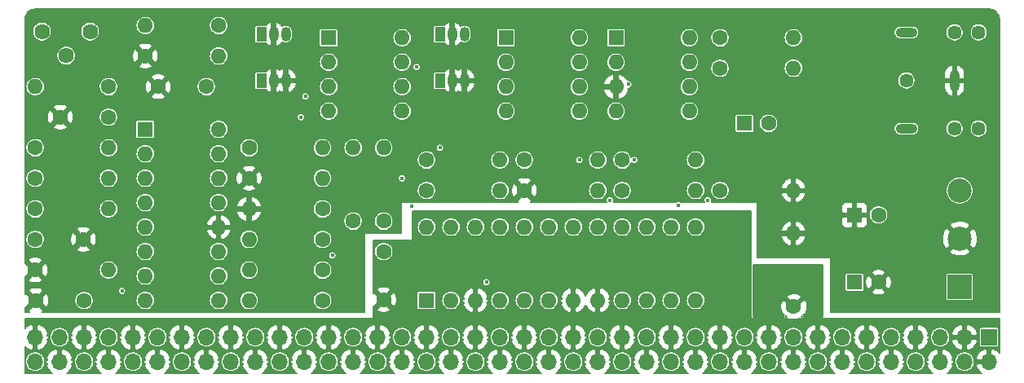
<source format=gbr>
G04 #@! TF.GenerationSoftware,KiCad,Pcbnew,(5.1.0-0)*
G04 #@! TF.CreationDate,2020-05-13T19:17:17-07:00*
G04 #@! TF.ProjectId,SoundCard,536f756e-6443-4617-9264-2e6b69636164,rev?*
G04 #@! TF.SameCoordinates,Original*
G04 #@! TF.FileFunction,Copper,L4,Inr*
G04 #@! TF.FilePolarity,Positive*
%FSLAX46Y46*%
G04 Gerber Fmt 4.6, Leading zero omitted, Abs format (unit mm)*
G04 Created by KiCad (PCBNEW (5.1.0-0)) date 2020-05-13 19:17:17*
%MOMM*%
%LPD*%
G04 APERTURE LIST*
%ADD10C,1.450000*%
%ADD11O,2.250000X1.000000*%
%ADD12O,1.000000X2.250000*%
%ADD13O,1.700000X1.700000*%
%ADD14R,1.700000X1.700000*%
%ADD15O,1.600000X1.600000*%
%ADD16R,1.600000X1.600000*%
%ADD17C,1.620000*%
%ADD18C,1.600000*%
%ADD19R,1.050000X1.500000*%
%ADD20O,1.050000X1.500000*%
%ADD21C,2.500000*%
%ADD22R,2.500000X2.500000*%
%ADD23C,0.450000*%
%ADD24C,0.127000*%
%ADD25C,0.254000*%
G04 APERTURE END LIST*
D10*
X162750000Y-101680000D03*
X162750000Y-111680000D03*
X160250000Y-101680000D03*
X160250000Y-111680000D03*
X155250000Y-106680000D03*
D11*
X155250000Y-111680000D03*
X155250000Y-101680000D03*
D12*
X160250000Y-106680000D03*
D13*
X64770000Y-135890000D03*
X64770000Y-133350000D03*
X67310000Y-135890000D03*
X67310000Y-133350000D03*
X69850000Y-135890000D03*
X69850000Y-133350000D03*
X72390000Y-135890000D03*
X72390000Y-133350000D03*
X74930000Y-135890000D03*
X74930000Y-133350000D03*
X77470000Y-135890000D03*
X77470000Y-133350000D03*
X80010000Y-135890000D03*
X80010000Y-133350000D03*
X82550000Y-135890000D03*
X82550000Y-133350000D03*
X85090000Y-135890000D03*
X85090000Y-133350000D03*
X87630000Y-135890000D03*
X87630000Y-133350000D03*
X90170000Y-135890000D03*
X90170000Y-133350000D03*
X92710000Y-135890000D03*
X92710000Y-133350000D03*
X95250000Y-135890000D03*
X95250000Y-133350000D03*
X97790000Y-135890000D03*
X97790000Y-133350000D03*
X100330000Y-135890000D03*
X100330000Y-133350000D03*
X102870000Y-135890000D03*
X102870000Y-133350000D03*
X105410000Y-135890000D03*
X105410000Y-133350000D03*
X107950000Y-135890000D03*
X107950000Y-133350000D03*
X110490000Y-135890000D03*
X110490000Y-133350000D03*
X113030000Y-135890000D03*
X113030000Y-133350000D03*
X115570000Y-135890000D03*
X115570000Y-133350000D03*
X118110000Y-135890000D03*
X118110000Y-133350000D03*
X120650000Y-135890000D03*
X120650000Y-133350000D03*
X123190000Y-135890000D03*
X123190000Y-133350000D03*
X125730000Y-135890000D03*
X125730000Y-133350000D03*
X128270000Y-135890000D03*
X128270000Y-133350000D03*
X130810000Y-135890000D03*
X130810000Y-133350000D03*
X133350000Y-135890000D03*
X133350000Y-133350000D03*
X135890000Y-135890000D03*
X135890000Y-133350000D03*
X138430000Y-135890000D03*
X138430000Y-133350000D03*
X140970000Y-135890000D03*
X140970000Y-133350000D03*
X143510000Y-135890000D03*
X143510000Y-133350000D03*
X146050000Y-135890000D03*
X146050000Y-133350000D03*
X148590000Y-135890000D03*
X148590000Y-133350000D03*
X151130000Y-135890000D03*
X151130000Y-133350000D03*
X153670000Y-135890000D03*
X153670000Y-133350000D03*
X156210000Y-135890000D03*
X156210000Y-133350000D03*
X158750000Y-135890000D03*
X158750000Y-133350000D03*
X161290000Y-135890000D03*
X161290000Y-133350000D03*
X163830000Y-135890000D03*
D14*
X163830000Y-133350000D03*
D15*
X121285000Y-102235000D03*
X113665000Y-109855000D03*
X121285000Y-104775000D03*
X113665000Y-107315000D03*
X121285000Y-107315000D03*
X113665000Y-104775000D03*
X121285000Y-109855000D03*
D16*
X113665000Y-102235000D03*
D15*
X102870000Y-102235000D03*
X95250000Y-109855000D03*
X102870000Y-104775000D03*
X95250000Y-107315000D03*
X102870000Y-107315000D03*
X95250000Y-104775000D03*
X102870000Y-109855000D03*
D16*
X95250000Y-102235000D03*
X76200000Y-111760000D03*
D15*
X83820000Y-129540000D03*
X76200000Y-114300000D03*
X83820000Y-127000000D03*
X76200000Y-116840000D03*
X83820000Y-124460000D03*
X76200000Y-119380000D03*
X83820000Y-121920000D03*
X76200000Y-121920000D03*
X83820000Y-119380000D03*
X76200000Y-124460000D03*
X83820000Y-116840000D03*
X76200000Y-127000000D03*
X83820000Y-114300000D03*
X76200000Y-129540000D03*
X83820000Y-111760000D03*
X105410000Y-121920000D03*
X133350000Y-129540000D03*
X107950000Y-121920000D03*
X130810000Y-129540000D03*
X110490000Y-121920000D03*
X128270000Y-129540000D03*
X113030000Y-121920000D03*
X125730000Y-129540000D03*
X115570000Y-121920000D03*
X123190000Y-129540000D03*
X118110000Y-121920000D03*
X120650000Y-129540000D03*
X120650000Y-121920000D03*
X118110000Y-129540000D03*
X123190000Y-121920000D03*
X115570000Y-129540000D03*
X125730000Y-121920000D03*
X113030000Y-129540000D03*
X128270000Y-121920000D03*
X110490000Y-129540000D03*
X130810000Y-121920000D03*
X107950000Y-129540000D03*
X133350000Y-121920000D03*
D16*
X105410000Y-129540000D03*
D15*
X132715000Y-102235000D03*
X125095000Y-109855000D03*
X132715000Y-104775000D03*
X125095000Y-107315000D03*
X132715000Y-107315000D03*
X125095000Y-104775000D03*
X132715000Y-109855000D03*
D16*
X125095000Y-102235000D03*
D17*
X70485000Y-101600000D03*
X67985000Y-104100000D03*
X65485000Y-101600000D03*
D15*
X123190000Y-118110000D03*
D18*
X115570000Y-118110000D03*
D15*
X113030000Y-114935000D03*
D18*
X105410000Y-114935000D03*
D15*
X113030000Y-118110000D03*
D18*
X105410000Y-118110000D03*
D15*
X123190000Y-114935000D03*
D18*
X115570000Y-114935000D03*
D15*
X94615000Y-116840000D03*
D18*
X86995000Y-116840000D03*
D15*
X97790000Y-113665000D03*
D18*
X97790000Y-121285000D03*
D15*
X100965000Y-113665000D03*
D18*
X100965000Y-121285000D03*
D15*
X94615000Y-113665000D03*
D18*
X86995000Y-113665000D03*
D15*
X72390000Y-120015000D03*
D18*
X64770000Y-120015000D03*
D15*
X83820000Y-104140000D03*
D18*
X76200000Y-104140000D03*
D15*
X72390000Y-116840000D03*
D18*
X64770000Y-116840000D03*
D15*
X72390000Y-113665000D03*
D18*
X64770000Y-113665000D03*
D15*
X72390000Y-126365000D03*
D18*
X64770000Y-126365000D03*
D15*
X76200000Y-100965000D03*
D18*
X83820000Y-100965000D03*
D15*
X86995000Y-123190000D03*
D18*
X94615000Y-123190000D03*
D15*
X86995000Y-129540000D03*
D18*
X94615000Y-129540000D03*
D15*
X86995000Y-126365000D03*
D18*
X94615000Y-126365000D03*
D15*
X64770000Y-107315000D03*
D18*
X72390000Y-107315000D03*
D15*
X86995000Y-120015000D03*
D18*
X94615000Y-120015000D03*
D15*
X143510000Y-118110000D03*
D18*
X135890000Y-118110000D03*
D15*
X143510000Y-122555000D03*
D18*
X143510000Y-130175000D03*
D15*
X143510000Y-102235000D03*
D18*
X135890000Y-102235000D03*
D15*
X143510000Y-105410000D03*
D18*
X135890000Y-105410000D03*
D15*
X133350000Y-118110000D03*
D18*
X125730000Y-118110000D03*
D15*
X133350000Y-114935000D03*
D18*
X125730000Y-114935000D03*
D19*
X106807000Y-106680000D03*
D20*
X109347000Y-106680000D03*
X108077000Y-106680000D03*
D19*
X106807000Y-101854000D03*
D20*
X109347000Y-101854000D03*
X108077000Y-101854000D03*
D19*
X88265000Y-106680000D03*
D20*
X90805000Y-106680000D03*
X89535000Y-106680000D03*
D19*
X88265000Y-101854000D03*
D20*
X90805000Y-101854000D03*
X89535000Y-101854000D03*
D18*
X69770000Y-123190000D03*
X64770000Y-123190000D03*
X82550000Y-107315000D03*
X77550000Y-107315000D03*
X64850000Y-129540000D03*
X69850000Y-129540000D03*
X67390000Y-110490000D03*
X72390000Y-110490000D03*
X100965000Y-129460000D03*
X100965000Y-124460000D03*
D16*
X138430000Y-111125000D03*
D18*
X140930000Y-111125000D03*
D21*
X160782000Y-118110000D03*
X160782000Y-123110000D03*
D22*
X160782000Y-128110000D03*
D16*
X149860000Y-120650000D03*
D18*
X152360000Y-120650000D03*
D16*
X149860000Y-127635000D03*
D18*
X152360000Y-127635000D03*
D23*
X127000000Y-114935000D03*
X95631000Y-124841000D03*
X102870000Y-116840000D03*
X103907205Y-119739795D03*
X111633000Y-127635000D03*
X124460000Y-119126000D03*
X106807000Y-113665000D03*
X121285000Y-114935000D03*
X126365000Y-107061000D03*
X134620000Y-119126000D03*
X92837000Y-108331000D03*
X131562979Y-119624979D03*
X104394000Y-105283000D03*
X92358000Y-110490000D03*
X73787000Y-128533001D03*
D24*
G36*
X164034623Y-99296597D02*
G01*
X164231445Y-99356022D01*
X164412978Y-99452544D01*
X164572310Y-99582492D01*
X164703364Y-99740908D01*
X164801152Y-99921765D01*
X164861950Y-100118168D01*
X164884501Y-100332728D01*
X164884500Y-130746500D01*
X147383500Y-130746500D01*
X147383500Y-128632716D01*
X151631692Y-128632716D01*
X151711846Y-128851205D01*
X151961570Y-128954285D01*
X152226606Y-129006666D01*
X152496767Y-129006333D01*
X152761673Y-128953302D01*
X153008154Y-128851205D01*
X153088308Y-128632716D01*
X152360000Y-127904408D01*
X151631692Y-128632716D01*
X147383500Y-128632716D01*
X147383500Y-126835000D01*
X148868579Y-126835000D01*
X148868579Y-128435000D01*
X148872257Y-128472344D01*
X148883150Y-128508254D01*
X148900839Y-128541348D01*
X148924645Y-128570355D01*
X148953652Y-128594161D01*
X148986746Y-128611850D01*
X149022656Y-128622743D01*
X149060000Y-128626421D01*
X150660000Y-128626421D01*
X150697344Y-128622743D01*
X150733254Y-128611850D01*
X150766348Y-128594161D01*
X150795355Y-128570355D01*
X150819161Y-128541348D01*
X150836850Y-128508254D01*
X150847743Y-128472344D01*
X150851421Y-128435000D01*
X150851421Y-127501606D01*
X150988334Y-127501606D01*
X150988667Y-127771767D01*
X151041698Y-128036673D01*
X151143795Y-128283154D01*
X151362284Y-128363308D01*
X152090592Y-127635000D01*
X152629408Y-127635000D01*
X153357716Y-128363308D01*
X153576205Y-128283154D01*
X153679285Y-128033430D01*
X153731666Y-127768394D01*
X153731333Y-127498233D01*
X153678302Y-127233327D01*
X153576205Y-126986846D01*
X153357716Y-126906692D01*
X152629408Y-127635000D01*
X152090592Y-127635000D01*
X151362284Y-126906692D01*
X151143795Y-126986846D01*
X151040715Y-127236570D01*
X150988334Y-127501606D01*
X150851421Y-127501606D01*
X150851421Y-126835000D01*
X150847743Y-126797656D01*
X150836850Y-126761746D01*
X150819161Y-126728652D01*
X150795355Y-126699645D01*
X150766348Y-126675839D01*
X150733254Y-126658150D01*
X150697344Y-126647257D01*
X150660000Y-126643579D01*
X149060000Y-126643579D01*
X149022656Y-126647257D01*
X148986746Y-126658150D01*
X148953652Y-126675839D01*
X148924645Y-126699645D01*
X148900839Y-126728652D01*
X148883150Y-126761746D01*
X148872257Y-126797656D01*
X148868579Y-126835000D01*
X147383500Y-126835000D01*
X147383500Y-126637284D01*
X151631692Y-126637284D01*
X152360000Y-127365592D01*
X152865592Y-126860000D01*
X159340579Y-126860000D01*
X159340579Y-129360000D01*
X159344257Y-129397344D01*
X159355150Y-129433254D01*
X159372839Y-129466348D01*
X159396645Y-129495355D01*
X159425652Y-129519161D01*
X159458746Y-129536850D01*
X159494656Y-129547743D01*
X159532000Y-129551421D01*
X162032000Y-129551421D01*
X162069344Y-129547743D01*
X162105254Y-129536850D01*
X162138348Y-129519161D01*
X162167355Y-129495355D01*
X162191161Y-129466348D01*
X162208850Y-129433254D01*
X162219743Y-129397344D01*
X162223421Y-129360000D01*
X162223421Y-126860000D01*
X162219743Y-126822656D01*
X162208850Y-126786746D01*
X162191161Y-126753652D01*
X162167355Y-126724645D01*
X162138348Y-126700839D01*
X162105254Y-126683150D01*
X162069344Y-126672257D01*
X162032000Y-126668579D01*
X159532000Y-126668579D01*
X159494656Y-126672257D01*
X159458746Y-126683150D01*
X159425652Y-126700839D01*
X159396645Y-126724645D01*
X159372839Y-126753652D01*
X159355150Y-126786746D01*
X159344257Y-126822656D01*
X159340579Y-126860000D01*
X152865592Y-126860000D01*
X153088308Y-126637284D01*
X153008154Y-126418795D01*
X152758430Y-126315715D01*
X152493394Y-126263334D01*
X152223233Y-126263667D01*
X151958327Y-126316698D01*
X151711846Y-126418795D01*
X151631692Y-126637284D01*
X147383500Y-126637284D01*
X147383500Y-125095000D01*
X147382280Y-125082612D01*
X147378666Y-125070700D01*
X147372798Y-125059721D01*
X147364901Y-125050099D01*
X147355279Y-125042202D01*
X147344300Y-125036334D01*
X147332388Y-125032720D01*
X147320000Y-125031500D01*
X139763500Y-125031500D01*
X139763500Y-124430274D01*
X159731133Y-124430274D01*
X159866131Y-124694685D01*
X160192886Y-124842913D01*
X160542280Y-124924546D01*
X160900887Y-124936446D01*
X161254924Y-124878158D01*
X161590787Y-124751920D01*
X161697869Y-124694685D01*
X161832867Y-124430274D01*
X160782000Y-123379408D01*
X159731133Y-124430274D01*
X139763500Y-124430274D01*
X139763500Y-122955626D01*
X142198310Y-122955626D01*
X142301672Y-123203826D01*
X142451469Y-123427092D01*
X142641945Y-123616844D01*
X142865780Y-123765790D01*
X143109375Y-123866682D01*
X143319500Y-123768767D01*
X143319500Y-122745500D01*
X143700500Y-122745500D01*
X143700500Y-123768767D01*
X143910625Y-123866682D01*
X144154220Y-123765790D01*
X144378055Y-123616844D01*
X144568531Y-123427092D01*
X144701513Y-123228887D01*
X158955554Y-123228887D01*
X159013842Y-123582924D01*
X159140080Y-123918787D01*
X159197315Y-124025869D01*
X159461726Y-124160867D01*
X160512592Y-123110000D01*
X161051408Y-123110000D01*
X162102274Y-124160867D01*
X162366685Y-124025869D01*
X162514913Y-123699114D01*
X162596546Y-123349720D01*
X162608446Y-122991113D01*
X162550158Y-122637076D01*
X162423920Y-122301213D01*
X162366685Y-122194131D01*
X162102274Y-122059133D01*
X161051408Y-123110000D01*
X160512592Y-123110000D01*
X159461726Y-122059133D01*
X159197315Y-122194131D01*
X159049087Y-122520886D01*
X158967454Y-122870280D01*
X158955554Y-123228887D01*
X144701513Y-123228887D01*
X144718328Y-123203826D01*
X144821690Y-122955626D01*
X144725338Y-122745500D01*
X143700500Y-122745500D01*
X143319500Y-122745500D01*
X142294662Y-122745500D01*
X142198310Y-122955626D01*
X139763500Y-122955626D01*
X139763500Y-122154374D01*
X142198310Y-122154374D01*
X142294662Y-122364500D01*
X143319500Y-122364500D01*
X143319500Y-121341233D01*
X143700500Y-121341233D01*
X143700500Y-122364500D01*
X144725338Y-122364500D01*
X144821690Y-122154374D01*
X144718328Y-121906174D01*
X144568531Y-121682908D01*
X144378055Y-121493156D01*
X144313201Y-121450000D01*
X148485735Y-121450000D01*
X148496769Y-121562034D01*
X148529448Y-121669762D01*
X148582516Y-121769045D01*
X148653933Y-121856067D01*
X148740955Y-121927484D01*
X148840238Y-121980552D01*
X148947966Y-122013231D01*
X149060000Y-122024265D01*
X149526625Y-122021500D01*
X149669500Y-121878625D01*
X149669500Y-120840500D01*
X150050500Y-120840500D01*
X150050500Y-121878625D01*
X150193375Y-122021500D01*
X150660000Y-122024265D01*
X150772034Y-122013231D01*
X150879762Y-121980552D01*
X150979045Y-121927484D01*
X151066067Y-121856067D01*
X151120511Y-121789726D01*
X159731133Y-121789726D01*
X160782000Y-122840592D01*
X161832867Y-121789726D01*
X161697869Y-121525315D01*
X161371114Y-121377087D01*
X161021720Y-121295454D01*
X160663113Y-121283554D01*
X160309076Y-121341842D01*
X159973213Y-121468080D01*
X159866131Y-121525315D01*
X159731133Y-121789726D01*
X151120511Y-121789726D01*
X151137484Y-121769045D01*
X151190552Y-121669762D01*
X151223231Y-121562034D01*
X151234265Y-121450000D01*
X151231500Y-120983375D01*
X151088625Y-120840500D01*
X150050500Y-120840500D01*
X149669500Y-120840500D01*
X148631375Y-120840500D01*
X148488500Y-120983375D01*
X148485735Y-121450000D01*
X144313201Y-121450000D01*
X144154220Y-121344210D01*
X143910625Y-121243318D01*
X143700500Y-121341233D01*
X143319500Y-121341233D01*
X143109375Y-121243318D01*
X142865780Y-121344210D01*
X142641945Y-121493156D01*
X142451469Y-121682908D01*
X142301672Y-121906174D01*
X142198310Y-122154374D01*
X139763500Y-122154374D01*
X139763500Y-120552444D01*
X151369500Y-120552444D01*
X151369500Y-120747556D01*
X151407564Y-120938918D01*
X151482230Y-121119178D01*
X151590628Y-121281407D01*
X151728593Y-121419372D01*
X151890822Y-121527770D01*
X152071082Y-121602436D01*
X152262444Y-121640500D01*
X152457556Y-121640500D01*
X152648918Y-121602436D01*
X152829178Y-121527770D01*
X152991407Y-121419372D01*
X153129372Y-121281407D01*
X153237770Y-121119178D01*
X153312436Y-120938918D01*
X153350500Y-120747556D01*
X153350500Y-120552444D01*
X153312436Y-120361082D01*
X153237770Y-120180822D01*
X153129372Y-120018593D01*
X152991407Y-119880628D01*
X152829178Y-119772230D01*
X152648918Y-119697564D01*
X152457556Y-119659500D01*
X152262444Y-119659500D01*
X152071082Y-119697564D01*
X151890822Y-119772230D01*
X151728593Y-119880628D01*
X151590628Y-120018593D01*
X151482230Y-120180822D01*
X151407564Y-120361082D01*
X151369500Y-120552444D01*
X139763500Y-120552444D01*
X139763500Y-119850000D01*
X148485735Y-119850000D01*
X148488500Y-120316625D01*
X148631375Y-120459500D01*
X149669500Y-120459500D01*
X149669500Y-119421375D01*
X150050500Y-119421375D01*
X150050500Y-120459500D01*
X151088625Y-120459500D01*
X151231500Y-120316625D01*
X151234265Y-119850000D01*
X151223231Y-119737966D01*
X151190552Y-119630238D01*
X151137484Y-119530955D01*
X151066067Y-119443933D01*
X150979045Y-119372516D01*
X150879762Y-119319448D01*
X150772034Y-119286769D01*
X150660000Y-119275735D01*
X150193375Y-119278500D01*
X150050500Y-119421375D01*
X149669500Y-119421375D01*
X149526625Y-119278500D01*
X149060000Y-119275735D01*
X148947966Y-119286769D01*
X148840238Y-119319448D01*
X148740955Y-119372516D01*
X148653933Y-119443933D01*
X148582516Y-119530955D01*
X148529448Y-119630238D01*
X148496769Y-119737966D01*
X148485735Y-119850000D01*
X139763500Y-119850000D01*
X139763500Y-119380000D01*
X139762280Y-119367612D01*
X139758666Y-119355700D01*
X139752798Y-119344721D01*
X139744901Y-119335099D01*
X139735279Y-119327202D01*
X139724300Y-119321334D01*
X139712388Y-119317720D01*
X139700000Y-119316500D01*
X134990826Y-119316500D01*
X135019532Y-119247197D01*
X135035500Y-119166923D01*
X135035500Y-119085077D01*
X135019532Y-119004803D01*
X134988211Y-118929187D01*
X134942740Y-118861134D01*
X134884866Y-118803260D01*
X134816813Y-118757789D01*
X134741197Y-118726468D01*
X134660923Y-118710500D01*
X134579077Y-118710500D01*
X134498803Y-118726468D01*
X134423187Y-118757789D01*
X134355134Y-118803260D01*
X134297260Y-118861134D01*
X134251789Y-118929187D01*
X134220468Y-119004803D01*
X134204500Y-119085077D01*
X134204500Y-119166923D01*
X134220468Y-119247197D01*
X134249174Y-119316500D01*
X131842106Y-119316500D01*
X131827845Y-119302239D01*
X131759792Y-119256768D01*
X131684176Y-119225447D01*
X131603902Y-119209479D01*
X131522056Y-119209479D01*
X131441782Y-119225447D01*
X131366166Y-119256768D01*
X131298113Y-119302239D01*
X131283852Y-119316500D01*
X124830826Y-119316500D01*
X124859532Y-119247197D01*
X124875500Y-119166923D01*
X124875500Y-119085077D01*
X124859532Y-119004803D01*
X124828211Y-118929187D01*
X124782740Y-118861134D01*
X124724866Y-118803260D01*
X124656813Y-118757789D01*
X124581197Y-118726468D01*
X124500923Y-118710500D01*
X124419077Y-118710500D01*
X124338803Y-118726468D01*
X124263187Y-118757789D01*
X124195134Y-118803260D01*
X124137260Y-118861134D01*
X124091789Y-118929187D01*
X124060468Y-119004803D01*
X124044500Y-119085077D01*
X124044500Y-119166923D01*
X124060468Y-119247197D01*
X124089174Y-119316500D01*
X116221714Y-119316500D01*
X116298308Y-119107716D01*
X115570000Y-118379408D01*
X114841692Y-119107716D01*
X114918286Y-119316500D01*
X102870000Y-119316500D01*
X102857612Y-119317720D01*
X102845700Y-119321334D01*
X102834721Y-119327202D01*
X102825099Y-119335099D01*
X102817202Y-119344721D01*
X102811334Y-119355700D01*
X102807720Y-119367612D01*
X102806500Y-119380000D01*
X102806500Y-122491500D01*
X99060000Y-122491500D01*
X99047612Y-122492720D01*
X99035700Y-122496334D01*
X99024721Y-122502202D01*
X99015099Y-122510099D01*
X99007202Y-122519721D01*
X99001334Y-122530700D01*
X98997720Y-122542612D01*
X98996500Y-122555000D01*
X98996500Y-130746500D01*
X65501714Y-130746500D01*
X65578308Y-130537716D01*
X64850000Y-129809408D01*
X64121692Y-130537716D01*
X64198286Y-130746500D01*
X63715500Y-130746500D01*
X63715500Y-130218128D01*
X63852284Y-130268308D01*
X64580592Y-129540000D01*
X65119408Y-129540000D01*
X65847716Y-130268308D01*
X66066205Y-130188154D01*
X66169285Y-129938430D01*
X66221666Y-129673394D01*
X66221382Y-129442444D01*
X68859500Y-129442444D01*
X68859500Y-129637556D01*
X68897564Y-129828918D01*
X68972230Y-130009178D01*
X69080628Y-130171407D01*
X69218593Y-130309372D01*
X69380822Y-130417770D01*
X69561082Y-130492436D01*
X69752444Y-130530500D01*
X69947556Y-130530500D01*
X70138918Y-130492436D01*
X70319178Y-130417770D01*
X70481407Y-130309372D01*
X70619372Y-130171407D01*
X70727770Y-130009178D01*
X70802436Y-129828918D01*
X70840500Y-129637556D01*
X70840500Y-129540000D01*
X75204708Y-129540000D01*
X75223832Y-129734172D01*
X75280470Y-129920882D01*
X75372445Y-130092955D01*
X75496222Y-130243778D01*
X75647045Y-130367555D01*
X75819118Y-130459530D01*
X76005828Y-130516168D01*
X76151345Y-130530500D01*
X76248655Y-130530500D01*
X76394172Y-130516168D01*
X76580882Y-130459530D01*
X76752955Y-130367555D01*
X76903778Y-130243778D01*
X77027555Y-130092955D01*
X77119530Y-129920882D01*
X77176168Y-129734172D01*
X77195292Y-129540000D01*
X82824708Y-129540000D01*
X82843832Y-129734172D01*
X82900470Y-129920882D01*
X82992445Y-130092955D01*
X83116222Y-130243778D01*
X83267045Y-130367555D01*
X83439118Y-130459530D01*
X83625828Y-130516168D01*
X83771345Y-130530500D01*
X83868655Y-130530500D01*
X84014172Y-130516168D01*
X84200882Y-130459530D01*
X84372955Y-130367555D01*
X84523778Y-130243778D01*
X84647555Y-130092955D01*
X84739530Y-129920882D01*
X84796168Y-129734172D01*
X84815292Y-129540000D01*
X85999708Y-129540000D01*
X86018832Y-129734172D01*
X86075470Y-129920882D01*
X86167445Y-130092955D01*
X86291222Y-130243778D01*
X86442045Y-130367555D01*
X86614118Y-130459530D01*
X86800828Y-130516168D01*
X86946345Y-130530500D01*
X87043655Y-130530500D01*
X87189172Y-130516168D01*
X87375882Y-130459530D01*
X87547955Y-130367555D01*
X87698778Y-130243778D01*
X87822555Y-130092955D01*
X87914530Y-129920882D01*
X87971168Y-129734172D01*
X87990292Y-129540000D01*
X87980684Y-129442444D01*
X93624500Y-129442444D01*
X93624500Y-129637556D01*
X93662564Y-129828918D01*
X93737230Y-130009178D01*
X93845628Y-130171407D01*
X93983593Y-130309372D01*
X94145822Y-130417770D01*
X94326082Y-130492436D01*
X94517444Y-130530500D01*
X94712556Y-130530500D01*
X94903918Y-130492436D01*
X95084178Y-130417770D01*
X95246407Y-130309372D01*
X95384372Y-130171407D01*
X95492770Y-130009178D01*
X95567436Y-129828918D01*
X95605500Y-129637556D01*
X95605500Y-129442444D01*
X95567436Y-129251082D01*
X95492770Y-129070822D01*
X95384372Y-128908593D01*
X95246407Y-128770628D01*
X95084178Y-128662230D01*
X94903918Y-128587564D01*
X94712556Y-128549500D01*
X94517444Y-128549500D01*
X94326082Y-128587564D01*
X94145822Y-128662230D01*
X93983593Y-128770628D01*
X93845628Y-128908593D01*
X93737230Y-129070822D01*
X93662564Y-129251082D01*
X93624500Y-129442444D01*
X87980684Y-129442444D01*
X87971168Y-129345828D01*
X87914530Y-129159118D01*
X87822555Y-128987045D01*
X87698778Y-128836222D01*
X87547955Y-128712445D01*
X87375882Y-128620470D01*
X87189172Y-128563832D01*
X87043655Y-128549500D01*
X86946345Y-128549500D01*
X86800828Y-128563832D01*
X86614118Y-128620470D01*
X86442045Y-128712445D01*
X86291222Y-128836222D01*
X86167445Y-128987045D01*
X86075470Y-129159118D01*
X86018832Y-129345828D01*
X85999708Y-129540000D01*
X84815292Y-129540000D01*
X84796168Y-129345828D01*
X84739530Y-129159118D01*
X84647555Y-128987045D01*
X84523778Y-128836222D01*
X84372955Y-128712445D01*
X84200882Y-128620470D01*
X84014172Y-128563832D01*
X83868655Y-128549500D01*
X83771345Y-128549500D01*
X83625828Y-128563832D01*
X83439118Y-128620470D01*
X83267045Y-128712445D01*
X83116222Y-128836222D01*
X82992445Y-128987045D01*
X82900470Y-129159118D01*
X82843832Y-129345828D01*
X82824708Y-129540000D01*
X77195292Y-129540000D01*
X77176168Y-129345828D01*
X77119530Y-129159118D01*
X77027555Y-128987045D01*
X76903778Y-128836222D01*
X76752955Y-128712445D01*
X76580882Y-128620470D01*
X76394172Y-128563832D01*
X76248655Y-128549500D01*
X76151345Y-128549500D01*
X76005828Y-128563832D01*
X75819118Y-128620470D01*
X75647045Y-128712445D01*
X75496222Y-128836222D01*
X75372445Y-128987045D01*
X75280470Y-129159118D01*
X75223832Y-129345828D01*
X75204708Y-129540000D01*
X70840500Y-129540000D01*
X70840500Y-129442444D01*
X70802436Y-129251082D01*
X70727770Y-129070822D01*
X70619372Y-128908593D01*
X70481407Y-128770628D01*
X70319178Y-128662230D01*
X70138918Y-128587564D01*
X69947556Y-128549500D01*
X69752444Y-128549500D01*
X69561082Y-128587564D01*
X69380822Y-128662230D01*
X69218593Y-128770628D01*
X69080628Y-128908593D01*
X68972230Y-129070822D01*
X68897564Y-129251082D01*
X68859500Y-129442444D01*
X66221382Y-129442444D01*
X66221333Y-129403233D01*
X66168302Y-129138327D01*
X66066205Y-128891846D01*
X65847716Y-128811692D01*
X65119408Y-129540000D01*
X64580592Y-129540000D01*
X63852284Y-128811692D01*
X63715500Y-128861872D01*
X63715500Y-128542284D01*
X64121692Y-128542284D01*
X64850000Y-129270592D01*
X65578308Y-128542284D01*
X65559890Y-128492078D01*
X73371500Y-128492078D01*
X73371500Y-128573924D01*
X73387468Y-128654198D01*
X73418789Y-128729814D01*
X73464260Y-128797867D01*
X73522134Y-128855741D01*
X73590187Y-128901212D01*
X73665803Y-128932533D01*
X73746077Y-128948501D01*
X73827923Y-128948501D01*
X73908197Y-128932533D01*
X73983813Y-128901212D01*
X74051866Y-128855741D01*
X74109740Y-128797867D01*
X74155211Y-128729814D01*
X74186532Y-128654198D01*
X74202500Y-128573924D01*
X74202500Y-128492078D01*
X74186532Y-128411804D01*
X74155211Y-128336188D01*
X74109740Y-128268135D01*
X74051866Y-128210261D01*
X73983813Y-128164790D01*
X73908197Y-128133469D01*
X73827923Y-128117501D01*
X73746077Y-128117501D01*
X73665803Y-128133469D01*
X73590187Y-128164790D01*
X73522134Y-128210261D01*
X73464260Y-128268135D01*
X73418789Y-128336188D01*
X73387468Y-128411804D01*
X73371500Y-128492078D01*
X65559890Y-128492078D01*
X65498154Y-128323795D01*
X65248430Y-128220715D01*
X64983394Y-128168334D01*
X64713233Y-128168667D01*
X64448327Y-128221698D01*
X64201846Y-128323795D01*
X64121692Y-128542284D01*
X63715500Y-128542284D01*
X63715500Y-127362716D01*
X64041692Y-127362716D01*
X64121846Y-127581205D01*
X64371570Y-127684285D01*
X64636606Y-127736666D01*
X64906767Y-127736333D01*
X65171673Y-127683302D01*
X65418154Y-127581205D01*
X65498308Y-127362716D01*
X64770000Y-126634408D01*
X64041692Y-127362716D01*
X63715500Y-127362716D01*
X63715500Y-127072476D01*
X63772284Y-127093308D01*
X64500592Y-126365000D01*
X65039408Y-126365000D01*
X65767716Y-127093308D01*
X65986205Y-127013154D01*
X66089285Y-126763430D01*
X66141666Y-126498394D01*
X66141502Y-126365000D01*
X71394708Y-126365000D01*
X71413832Y-126559172D01*
X71470470Y-126745882D01*
X71562445Y-126917955D01*
X71686222Y-127068778D01*
X71837045Y-127192555D01*
X72009118Y-127284530D01*
X72195828Y-127341168D01*
X72341345Y-127355500D01*
X72438655Y-127355500D01*
X72584172Y-127341168D01*
X72770882Y-127284530D01*
X72942955Y-127192555D01*
X73093778Y-127068778D01*
X73150222Y-127000000D01*
X75204708Y-127000000D01*
X75223832Y-127194172D01*
X75280470Y-127380882D01*
X75372445Y-127552955D01*
X75496222Y-127703778D01*
X75647045Y-127827555D01*
X75819118Y-127919530D01*
X76005828Y-127976168D01*
X76151345Y-127990500D01*
X76248655Y-127990500D01*
X76394172Y-127976168D01*
X76580882Y-127919530D01*
X76752955Y-127827555D01*
X76903778Y-127703778D01*
X77027555Y-127552955D01*
X77119530Y-127380882D01*
X77176168Y-127194172D01*
X77195292Y-127000000D01*
X82824708Y-127000000D01*
X82843832Y-127194172D01*
X82900470Y-127380882D01*
X82992445Y-127552955D01*
X83116222Y-127703778D01*
X83267045Y-127827555D01*
X83439118Y-127919530D01*
X83625828Y-127976168D01*
X83771345Y-127990500D01*
X83868655Y-127990500D01*
X84014172Y-127976168D01*
X84200882Y-127919530D01*
X84372955Y-127827555D01*
X84523778Y-127703778D01*
X84647555Y-127552955D01*
X84739530Y-127380882D01*
X84796168Y-127194172D01*
X84815292Y-127000000D01*
X84796168Y-126805828D01*
X84739530Y-126619118D01*
X84647555Y-126447045D01*
X84580223Y-126365000D01*
X85999708Y-126365000D01*
X86018832Y-126559172D01*
X86075470Y-126745882D01*
X86167445Y-126917955D01*
X86291222Y-127068778D01*
X86442045Y-127192555D01*
X86614118Y-127284530D01*
X86800828Y-127341168D01*
X86946345Y-127355500D01*
X87043655Y-127355500D01*
X87189172Y-127341168D01*
X87375882Y-127284530D01*
X87547955Y-127192555D01*
X87698778Y-127068778D01*
X87822555Y-126917955D01*
X87914530Y-126745882D01*
X87971168Y-126559172D01*
X87990292Y-126365000D01*
X87980684Y-126267444D01*
X93624500Y-126267444D01*
X93624500Y-126462556D01*
X93662564Y-126653918D01*
X93737230Y-126834178D01*
X93845628Y-126996407D01*
X93983593Y-127134372D01*
X94145822Y-127242770D01*
X94326082Y-127317436D01*
X94517444Y-127355500D01*
X94712556Y-127355500D01*
X94903918Y-127317436D01*
X95084178Y-127242770D01*
X95246407Y-127134372D01*
X95384372Y-126996407D01*
X95492770Y-126834178D01*
X95567436Y-126653918D01*
X95605500Y-126462556D01*
X95605500Y-126267444D01*
X95567436Y-126076082D01*
X95492770Y-125895822D01*
X95384372Y-125733593D01*
X95246407Y-125595628D01*
X95084178Y-125487230D01*
X94903918Y-125412564D01*
X94712556Y-125374500D01*
X94517444Y-125374500D01*
X94326082Y-125412564D01*
X94145822Y-125487230D01*
X93983593Y-125595628D01*
X93845628Y-125733593D01*
X93737230Y-125895822D01*
X93662564Y-126076082D01*
X93624500Y-126267444D01*
X87980684Y-126267444D01*
X87971168Y-126170828D01*
X87914530Y-125984118D01*
X87822555Y-125812045D01*
X87698778Y-125661222D01*
X87547955Y-125537445D01*
X87375882Y-125445470D01*
X87189172Y-125388832D01*
X87043655Y-125374500D01*
X86946345Y-125374500D01*
X86800828Y-125388832D01*
X86614118Y-125445470D01*
X86442045Y-125537445D01*
X86291222Y-125661222D01*
X86167445Y-125812045D01*
X86075470Y-125984118D01*
X86018832Y-126170828D01*
X85999708Y-126365000D01*
X84580223Y-126365000D01*
X84523778Y-126296222D01*
X84372955Y-126172445D01*
X84200882Y-126080470D01*
X84014172Y-126023832D01*
X83868655Y-126009500D01*
X83771345Y-126009500D01*
X83625828Y-126023832D01*
X83439118Y-126080470D01*
X83267045Y-126172445D01*
X83116222Y-126296222D01*
X82992445Y-126447045D01*
X82900470Y-126619118D01*
X82843832Y-126805828D01*
X82824708Y-127000000D01*
X77195292Y-127000000D01*
X77176168Y-126805828D01*
X77119530Y-126619118D01*
X77027555Y-126447045D01*
X76903778Y-126296222D01*
X76752955Y-126172445D01*
X76580882Y-126080470D01*
X76394172Y-126023832D01*
X76248655Y-126009500D01*
X76151345Y-126009500D01*
X76005828Y-126023832D01*
X75819118Y-126080470D01*
X75647045Y-126172445D01*
X75496222Y-126296222D01*
X75372445Y-126447045D01*
X75280470Y-126619118D01*
X75223832Y-126805828D01*
X75204708Y-127000000D01*
X73150222Y-127000000D01*
X73217555Y-126917955D01*
X73309530Y-126745882D01*
X73366168Y-126559172D01*
X73385292Y-126365000D01*
X73366168Y-126170828D01*
X73309530Y-125984118D01*
X73217555Y-125812045D01*
X73093778Y-125661222D01*
X72942955Y-125537445D01*
X72770882Y-125445470D01*
X72584172Y-125388832D01*
X72438655Y-125374500D01*
X72341345Y-125374500D01*
X72195828Y-125388832D01*
X72009118Y-125445470D01*
X71837045Y-125537445D01*
X71686222Y-125661222D01*
X71562445Y-125812045D01*
X71470470Y-125984118D01*
X71413832Y-126170828D01*
X71394708Y-126365000D01*
X66141502Y-126365000D01*
X66141333Y-126228233D01*
X66088302Y-125963327D01*
X65986205Y-125716846D01*
X65767716Y-125636692D01*
X65039408Y-126365000D01*
X64500592Y-126365000D01*
X63772284Y-125636692D01*
X63715500Y-125657524D01*
X63715500Y-125367284D01*
X64041692Y-125367284D01*
X64770000Y-126095592D01*
X65498308Y-125367284D01*
X65418154Y-125148795D01*
X65168430Y-125045715D01*
X64903394Y-124993334D01*
X64633233Y-124993667D01*
X64368327Y-125046698D01*
X64121846Y-125148795D01*
X64041692Y-125367284D01*
X63715500Y-125367284D01*
X63715500Y-124187716D01*
X69041692Y-124187716D01*
X69121846Y-124406205D01*
X69371570Y-124509285D01*
X69636606Y-124561666D01*
X69906767Y-124561333D01*
X70171673Y-124508302D01*
X70288282Y-124460000D01*
X75204708Y-124460000D01*
X75223832Y-124654172D01*
X75280470Y-124840882D01*
X75372445Y-125012955D01*
X75496222Y-125163778D01*
X75647045Y-125287555D01*
X75819118Y-125379530D01*
X76005828Y-125436168D01*
X76151345Y-125450500D01*
X76248655Y-125450500D01*
X76394172Y-125436168D01*
X76580882Y-125379530D01*
X76752955Y-125287555D01*
X76903778Y-125163778D01*
X77027555Y-125012955D01*
X77119530Y-124840882D01*
X77176168Y-124654172D01*
X77195292Y-124460000D01*
X82824708Y-124460000D01*
X82843832Y-124654172D01*
X82900470Y-124840882D01*
X82992445Y-125012955D01*
X83116222Y-125163778D01*
X83267045Y-125287555D01*
X83439118Y-125379530D01*
X83625828Y-125436168D01*
X83771345Y-125450500D01*
X83868655Y-125450500D01*
X84014172Y-125436168D01*
X84200882Y-125379530D01*
X84372955Y-125287555D01*
X84523778Y-125163778D01*
X84647555Y-125012955D01*
X84739530Y-124840882D01*
X84751908Y-124800077D01*
X95215500Y-124800077D01*
X95215500Y-124881923D01*
X95231468Y-124962197D01*
X95262789Y-125037813D01*
X95308260Y-125105866D01*
X95366134Y-125163740D01*
X95434187Y-125209211D01*
X95509803Y-125240532D01*
X95590077Y-125256500D01*
X95671923Y-125256500D01*
X95752197Y-125240532D01*
X95827813Y-125209211D01*
X95895866Y-125163740D01*
X95953740Y-125105866D01*
X95999211Y-125037813D01*
X96030532Y-124962197D01*
X96046500Y-124881923D01*
X96046500Y-124800077D01*
X96030532Y-124719803D01*
X95999211Y-124644187D01*
X95953740Y-124576134D01*
X95895866Y-124518260D01*
X95827813Y-124472789D01*
X95752197Y-124441468D01*
X95671923Y-124425500D01*
X95590077Y-124425500D01*
X95509803Y-124441468D01*
X95434187Y-124472789D01*
X95366134Y-124518260D01*
X95308260Y-124576134D01*
X95262789Y-124644187D01*
X95231468Y-124719803D01*
X95215500Y-124800077D01*
X84751908Y-124800077D01*
X84796168Y-124654172D01*
X84815292Y-124460000D01*
X84796168Y-124265828D01*
X84739530Y-124079118D01*
X84647555Y-123907045D01*
X84523778Y-123756222D01*
X84372955Y-123632445D01*
X84200882Y-123540470D01*
X84014172Y-123483832D01*
X83868655Y-123469500D01*
X83771345Y-123469500D01*
X83625828Y-123483832D01*
X83439118Y-123540470D01*
X83267045Y-123632445D01*
X83116222Y-123756222D01*
X82992445Y-123907045D01*
X82900470Y-124079118D01*
X82843832Y-124265828D01*
X82824708Y-124460000D01*
X77195292Y-124460000D01*
X77176168Y-124265828D01*
X77119530Y-124079118D01*
X77027555Y-123907045D01*
X76903778Y-123756222D01*
X76752955Y-123632445D01*
X76580882Y-123540470D01*
X76394172Y-123483832D01*
X76248655Y-123469500D01*
X76151345Y-123469500D01*
X76005828Y-123483832D01*
X75819118Y-123540470D01*
X75647045Y-123632445D01*
X75496222Y-123756222D01*
X75372445Y-123907045D01*
X75280470Y-124079118D01*
X75223832Y-124265828D01*
X75204708Y-124460000D01*
X70288282Y-124460000D01*
X70418154Y-124406205D01*
X70498308Y-124187716D01*
X69770000Y-123459408D01*
X69041692Y-124187716D01*
X63715500Y-124187716D01*
X63715500Y-123092444D01*
X63779500Y-123092444D01*
X63779500Y-123287556D01*
X63817564Y-123478918D01*
X63892230Y-123659178D01*
X64000628Y-123821407D01*
X64138593Y-123959372D01*
X64300822Y-124067770D01*
X64481082Y-124142436D01*
X64672444Y-124180500D01*
X64867556Y-124180500D01*
X65058918Y-124142436D01*
X65239178Y-124067770D01*
X65401407Y-123959372D01*
X65539372Y-123821407D01*
X65647770Y-123659178D01*
X65722436Y-123478918D01*
X65760500Y-123287556D01*
X65760500Y-123092444D01*
X65753372Y-123056606D01*
X68398334Y-123056606D01*
X68398667Y-123326767D01*
X68451698Y-123591673D01*
X68553795Y-123838154D01*
X68772284Y-123918308D01*
X69500592Y-123190000D01*
X70039408Y-123190000D01*
X70767716Y-123918308D01*
X70986205Y-123838154D01*
X71089285Y-123588430D01*
X71141666Y-123323394D01*
X71141333Y-123053233D01*
X71088302Y-122788327D01*
X70986205Y-122541846D01*
X70767716Y-122461692D01*
X70039408Y-123190000D01*
X69500592Y-123190000D01*
X68772284Y-122461692D01*
X68553795Y-122541846D01*
X68450715Y-122791570D01*
X68398334Y-123056606D01*
X65753372Y-123056606D01*
X65722436Y-122901082D01*
X65647770Y-122720822D01*
X65539372Y-122558593D01*
X65401407Y-122420628D01*
X65239178Y-122312230D01*
X65058918Y-122237564D01*
X64867556Y-122199500D01*
X64672444Y-122199500D01*
X64481082Y-122237564D01*
X64300822Y-122312230D01*
X64138593Y-122420628D01*
X64000628Y-122558593D01*
X63892230Y-122720822D01*
X63817564Y-122901082D01*
X63779500Y-123092444D01*
X63715500Y-123092444D01*
X63715500Y-122192284D01*
X69041692Y-122192284D01*
X69770000Y-122920592D01*
X70498308Y-122192284D01*
X70418154Y-121973795D01*
X70287829Y-121920000D01*
X75204708Y-121920000D01*
X75223832Y-122114172D01*
X75280470Y-122300882D01*
X75372445Y-122472955D01*
X75496222Y-122623778D01*
X75647045Y-122747555D01*
X75819118Y-122839530D01*
X76005828Y-122896168D01*
X76151345Y-122910500D01*
X76248655Y-122910500D01*
X76394172Y-122896168D01*
X76580882Y-122839530D01*
X76752955Y-122747555D01*
X76903778Y-122623778D01*
X77027555Y-122472955D01*
X77108977Y-122320625D01*
X82508318Y-122320625D01*
X82609210Y-122564220D01*
X82758156Y-122788055D01*
X82947908Y-122978531D01*
X83171174Y-123128328D01*
X83419374Y-123231690D01*
X83629500Y-123135338D01*
X83629500Y-122110500D01*
X84010500Y-122110500D01*
X84010500Y-123135338D01*
X84220626Y-123231690D01*
X84320734Y-123190000D01*
X85999708Y-123190000D01*
X86018832Y-123384172D01*
X86075470Y-123570882D01*
X86167445Y-123742955D01*
X86291222Y-123893778D01*
X86442045Y-124017555D01*
X86614118Y-124109530D01*
X86800828Y-124166168D01*
X86946345Y-124180500D01*
X87043655Y-124180500D01*
X87189172Y-124166168D01*
X87375882Y-124109530D01*
X87547955Y-124017555D01*
X87698778Y-123893778D01*
X87822555Y-123742955D01*
X87914530Y-123570882D01*
X87971168Y-123384172D01*
X87990292Y-123190000D01*
X87980684Y-123092444D01*
X93624500Y-123092444D01*
X93624500Y-123287556D01*
X93662564Y-123478918D01*
X93737230Y-123659178D01*
X93845628Y-123821407D01*
X93983593Y-123959372D01*
X94145822Y-124067770D01*
X94326082Y-124142436D01*
X94517444Y-124180500D01*
X94712556Y-124180500D01*
X94903918Y-124142436D01*
X95084178Y-124067770D01*
X95246407Y-123959372D01*
X95384372Y-123821407D01*
X95492770Y-123659178D01*
X95567436Y-123478918D01*
X95605500Y-123287556D01*
X95605500Y-123092444D01*
X95567436Y-122901082D01*
X95492770Y-122720822D01*
X95384372Y-122558593D01*
X95246407Y-122420628D01*
X95084178Y-122312230D01*
X94903918Y-122237564D01*
X94712556Y-122199500D01*
X94517444Y-122199500D01*
X94326082Y-122237564D01*
X94145822Y-122312230D01*
X93983593Y-122420628D01*
X93845628Y-122558593D01*
X93737230Y-122720822D01*
X93662564Y-122901082D01*
X93624500Y-123092444D01*
X87980684Y-123092444D01*
X87971168Y-122995828D01*
X87914530Y-122809118D01*
X87822555Y-122637045D01*
X87698778Y-122486222D01*
X87547955Y-122362445D01*
X87375882Y-122270470D01*
X87189172Y-122213832D01*
X87043655Y-122199500D01*
X86946345Y-122199500D01*
X86800828Y-122213832D01*
X86614118Y-122270470D01*
X86442045Y-122362445D01*
X86291222Y-122486222D01*
X86167445Y-122637045D01*
X86075470Y-122809118D01*
X86018832Y-122995828D01*
X85999708Y-123190000D01*
X84320734Y-123190000D01*
X84468826Y-123128328D01*
X84692092Y-122978531D01*
X84881844Y-122788055D01*
X85030790Y-122564220D01*
X85131682Y-122320625D01*
X85033767Y-122110500D01*
X84010500Y-122110500D01*
X83629500Y-122110500D01*
X82606233Y-122110500D01*
X82508318Y-122320625D01*
X77108977Y-122320625D01*
X77119530Y-122300882D01*
X77176168Y-122114172D01*
X77195292Y-121920000D01*
X77176168Y-121725828D01*
X77119530Y-121539118D01*
X77108978Y-121519375D01*
X82508318Y-121519375D01*
X82606233Y-121729500D01*
X83629500Y-121729500D01*
X83629500Y-120704662D01*
X84010500Y-120704662D01*
X84010500Y-121729500D01*
X85033767Y-121729500D01*
X85131682Y-121519375D01*
X85030790Y-121275780D01*
X84881844Y-121051945D01*
X84692092Y-120861469D01*
X84468826Y-120711672D01*
X84220626Y-120608310D01*
X84010500Y-120704662D01*
X83629500Y-120704662D01*
X83419374Y-120608310D01*
X83171174Y-120711672D01*
X82947908Y-120861469D01*
X82758156Y-121051945D01*
X82609210Y-121275780D01*
X82508318Y-121519375D01*
X77108978Y-121519375D01*
X77027555Y-121367045D01*
X76903778Y-121216222D01*
X76752955Y-121092445D01*
X76580882Y-121000470D01*
X76394172Y-120943832D01*
X76248655Y-120929500D01*
X76151345Y-120929500D01*
X76005828Y-120943832D01*
X75819118Y-121000470D01*
X75647045Y-121092445D01*
X75496222Y-121216222D01*
X75372445Y-121367045D01*
X75280470Y-121539118D01*
X75223832Y-121725828D01*
X75204708Y-121920000D01*
X70287829Y-121920000D01*
X70168430Y-121870715D01*
X69903394Y-121818334D01*
X69633233Y-121818667D01*
X69368327Y-121871698D01*
X69121846Y-121973795D01*
X69041692Y-122192284D01*
X63715500Y-122192284D01*
X63715500Y-119917444D01*
X63779500Y-119917444D01*
X63779500Y-120112556D01*
X63817564Y-120303918D01*
X63892230Y-120484178D01*
X64000628Y-120646407D01*
X64138593Y-120784372D01*
X64300822Y-120892770D01*
X64481082Y-120967436D01*
X64672444Y-121005500D01*
X64867556Y-121005500D01*
X65058918Y-120967436D01*
X65239178Y-120892770D01*
X65401407Y-120784372D01*
X65539372Y-120646407D01*
X65647770Y-120484178D01*
X65722436Y-120303918D01*
X65760500Y-120112556D01*
X65760500Y-120015000D01*
X71394708Y-120015000D01*
X71413832Y-120209172D01*
X71470470Y-120395882D01*
X71562445Y-120567955D01*
X71686222Y-120718778D01*
X71837045Y-120842555D01*
X72009118Y-120934530D01*
X72195828Y-120991168D01*
X72341345Y-121005500D01*
X72438655Y-121005500D01*
X72584172Y-120991168D01*
X72770882Y-120934530D01*
X72942955Y-120842555D01*
X73093778Y-120718778D01*
X73217555Y-120567955D01*
X73298977Y-120415625D01*
X85683318Y-120415625D01*
X85784210Y-120659220D01*
X85933156Y-120883055D01*
X86122908Y-121073531D01*
X86346174Y-121223328D01*
X86594374Y-121326690D01*
X86804500Y-121230338D01*
X86804500Y-120205500D01*
X87185500Y-120205500D01*
X87185500Y-121230338D01*
X87395626Y-121326690D01*
X87643826Y-121223328D01*
X87697309Y-121187444D01*
X96799500Y-121187444D01*
X96799500Y-121382556D01*
X96837564Y-121573918D01*
X96912230Y-121754178D01*
X97020628Y-121916407D01*
X97158593Y-122054372D01*
X97320822Y-122162770D01*
X97501082Y-122237436D01*
X97692444Y-122275500D01*
X97887556Y-122275500D01*
X98078918Y-122237436D01*
X98259178Y-122162770D01*
X98421407Y-122054372D01*
X98559372Y-121916407D01*
X98667770Y-121754178D01*
X98742436Y-121573918D01*
X98780500Y-121382556D01*
X98780500Y-121187444D01*
X99974500Y-121187444D01*
X99974500Y-121382556D01*
X100012564Y-121573918D01*
X100087230Y-121754178D01*
X100195628Y-121916407D01*
X100333593Y-122054372D01*
X100495822Y-122162770D01*
X100676082Y-122237436D01*
X100867444Y-122275500D01*
X101062556Y-122275500D01*
X101253918Y-122237436D01*
X101434178Y-122162770D01*
X101596407Y-122054372D01*
X101734372Y-121916407D01*
X101842770Y-121754178D01*
X101917436Y-121573918D01*
X101955500Y-121382556D01*
X101955500Y-121187444D01*
X101917436Y-120996082D01*
X101842770Y-120815822D01*
X101734372Y-120653593D01*
X101596407Y-120515628D01*
X101434178Y-120407230D01*
X101253918Y-120332564D01*
X101062556Y-120294500D01*
X100867444Y-120294500D01*
X100676082Y-120332564D01*
X100495822Y-120407230D01*
X100333593Y-120515628D01*
X100195628Y-120653593D01*
X100087230Y-120815822D01*
X100012564Y-120996082D01*
X99974500Y-121187444D01*
X98780500Y-121187444D01*
X98742436Y-120996082D01*
X98667770Y-120815822D01*
X98559372Y-120653593D01*
X98421407Y-120515628D01*
X98259178Y-120407230D01*
X98078918Y-120332564D01*
X97887556Y-120294500D01*
X97692444Y-120294500D01*
X97501082Y-120332564D01*
X97320822Y-120407230D01*
X97158593Y-120515628D01*
X97020628Y-120653593D01*
X96912230Y-120815822D01*
X96837564Y-120996082D01*
X96799500Y-121187444D01*
X87697309Y-121187444D01*
X87867092Y-121073531D01*
X88056844Y-120883055D01*
X88205790Y-120659220D01*
X88306682Y-120415625D01*
X88208767Y-120205500D01*
X87185500Y-120205500D01*
X86804500Y-120205500D01*
X85781233Y-120205500D01*
X85683318Y-120415625D01*
X73298977Y-120415625D01*
X73309530Y-120395882D01*
X73366168Y-120209172D01*
X73385292Y-120015000D01*
X73366168Y-119820828D01*
X73309530Y-119634118D01*
X73217555Y-119462045D01*
X73150223Y-119380000D01*
X75204708Y-119380000D01*
X75223832Y-119574172D01*
X75280470Y-119760882D01*
X75372445Y-119932955D01*
X75496222Y-120083778D01*
X75647045Y-120207555D01*
X75819118Y-120299530D01*
X76005828Y-120356168D01*
X76151345Y-120370500D01*
X76248655Y-120370500D01*
X76394172Y-120356168D01*
X76580882Y-120299530D01*
X76752955Y-120207555D01*
X76903778Y-120083778D01*
X77027555Y-119932955D01*
X77119530Y-119760882D01*
X77176168Y-119574172D01*
X77195292Y-119380000D01*
X82824708Y-119380000D01*
X82843832Y-119574172D01*
X82900470Y-119760882D01*
X82992445Y-119932955D01*
X83116222Y-120083778D01*
X83267045Y-120207555D01*
X83439118Y-120299530D01*
X83625828Y-120356168D01*
X83771345Y-120370500D01*
X83868655Y-120370500D01*
X84014172Y-120356168D01*
X84200882Y-120299530D01*
X84372955Y-120207555D01*
X84523778Y-120083778D01*
X84647555Y-119932955D01*
X84655845Y-119917444D01*
X93624500Y-119917444D01*
X93624500Y-120112556D01*
X93662564Y-120303918D01*
X93737230Y-120484178D01*
X93845628Y-120646407D01*
X93983593Y-120784372D01*
X94145822Y-120892770D01*
X94326082Y-120967436D01*
X94517444Y-121005500D01*
X94712556Y-121005500D01*
X94903918Y-120967436D01*
X95084178Y-120892770D01*
X95246407Y-120784372D01*
X95384372Y-120646407D01*
X95492770Y-120484178D01*
X95567436Y-120303918D01*
X95605500Y-120112556D01*
X95605500Y-119917444D01*
X95567436Y-119726082D01*
X95492770Y-119545822D01*
X95384372Y-119383593D01*
X95246407Y-119245628D01*
X95084178Y-119137230D01*
X94903918Y-119062564D01*
X94712556Y-119024500D01*
X94517444Y-119024500D01*
X94326082Y-119062564D01*
X94145822Y-119137230D01*
X93983593Y-119245628D01*
X93845628Y-119383593D01*
X93737230Y-119545822D01*
X93662564Y-119726082D01*
X93624500Y-119917444D01*
X84655845Y-119917444D01*
X84739530Y-119760882D01*
X84783972Y-119614375D01*
X85683318Y-119614375D01*
X85781233Y-119824500D01*
X86804500Y-119824500D01*
X86804500Y-118799662D01*
X87185500Y-118799662D01*
X87185500Y-119824500D01*
X88208767Y-119824500D01*
X88306682Y-119614375D01*
X88205790Y-119370780D01*
X88056844Y-119146945D01*
X87867092Y-118956469D01*
X87643826Y-118806672D01*
X87395626Y-118703310D01*
X87185500Y-118799662D01*
X86804500Y-118799662D01*
X86594374Y-118703310D01*
X86346174Y-118806672D01*
X86122908Y-118956469D01*
X85933156Y-119146945D01*
X85784210Y-119370780D01*
X85683318Y-119614375D01*
X84783972Y-119614375D01*
X84796168Y-119574172D01*
X84815292Y-119380000D01*
X84796168Y-119185828D01*
X84739530Y-118999118D01*
X84647555Y-118827045D01*
X84523778Y-118676222D01*
X84372955Y-118552445D01*
X84200882Y-118460470D01*
X84014172Y-118403832D01*
X83868655Y-118389500D01*
X83771345Y-118389500D01*
X83625828Y-118403832D01*
X83439118Y-118460470D01*
X83267045Y-118552445D01*
X83116222Y-118676222D01*
X82992445Y-118827045D01*
X82900470Y-118999118D01*
X82843832Y-119185828D01*
X82824708Y-119380000D01*
X77195292Y-119380000D01*
X77176168Y-119185828D01*
X77119530Y-118999118D01*
X77027555Y-118827045D01*
X76903778Y-118676222D01*
X76752955Y-118552445D01*
X76580882Y-118460470D01*
X76394172Y-118403832D01*
X76248655Y-118389500D01*
X76151345Y-118389500D01*
X76005828Y-118403832D01*
X75819118Y-118460470D01*
X75647045Y-118552445D01*
X75496222Y-118676222D01*
X75372445Y-118827045D01*
X75280470Y-118999118D01*
X75223832Y-119185828D01*
X75204708Y-119380000D01*
X73150223Y-119380000D01*
X73093778Y-119311222D01*
X72942955Y-119187445D01*
X72770882Y-119095470D01*
X72584172Y-119038832D01*
X72438655Y-119024500D01*
X72341345Y-119024500D01*
X72195828Y-119038832D01*
X72009118Y-119095470D01*
X71837045Y-119187445D01*
X71686222Y-119311222D01*
X71562445Y-119462045D01*
X71470470Y-119634118D01*
X71413832Y-119820828D01*
X71394708Y-120015000D01*
X65760500Y-120015000D01*
X65760500Y-119917444D01*
X65722436Y-119726082D01*
X65647770Y-119545822D01*
X65539372Y-119383593D01*
X65401407Y-119245628D01*
X65239178Y-119137230D01*
X65058918Y-119062564D01*
X64867556Y-119024500D01*
X64672444Y-119024500D01*
X64481082Y-119062564D01*
X64300822Y-119137230D01*
X64138593Y-119245628D01*
X64000628Y-119383593D01*
X63892230Y-119545822D01*
X63817564Y-119726082D01*
X63779500Y-119917444D01*
X63715500Y-119917444D01*
X63715500Y-117837716D01*
X86266692Y-117837716D01*
X86346846Y-118056205D01*
X86596570Y-118159285D01*
X86861606Y-118211666D01*
X87131767Y-118211333D01*
X87396673Y-118158302D01*
X87643154Y-118056205D01*
X87659207Y-118012444D01*
X104419500Y-118012444D01*
X104419500Y-118207556D01*
X104457564Y-118398918D01*
X104532230Y-118579178D01*
X104640628Y-118741407D01*
X104778593Y-118879372D01*
X104940822Y-118987770D01*
X105121082Y-119062436D01*
X105312444Y-119100500D01*
X105507556Y-119100500D01*
X105698918Y-119062436D01*
X105879178Y-118987770D01*
X106041407Y-118879372D01*
X106179372Y-118741407D01*
X106287770Y-118579178D01*
X106362436Y-118398918D01*
X106400500Y-118207556D01*
X106400500Y-118110000D01*
X112034708Y-118110000D01*
X112053832Y-118304172D01*
X112110470Y-118490882D01*
X112202445Y-118662955D01*
X112326222Y-118813778D01*
X112477045Y-118937555D01*
X112649118Y-119029530D01*
X112835828Y-119086168D01*
X112981345Y-119100500D01*
X113078655Y-119100500D01*
X113224172Y-119086168D01*
X113410882Y-119029530D01*
X113582955Y-118937555D01*
X113733778Y-118813778D01*
X113857555Y-118662955D01*
X113949530Y-118490882D01*
X114006168Y-118304172D01*
X114025292Y-118110000D01*
X114012155Y-117976606D01*
X114198334Y-117976606D01*
X114198667Y-118246767D01*
X114251698Y-118511673D01*
X114353795Y-118758154D01*
X114572284Y-118838308D01*
X115300592Y-118110000D01*
X115839408Y-118110000D01*
X116567716Y-118838308D01*
X116786205Y-118758154D01*
X116889285Y-118508430D01*
X116941666Y-118243394D01*
X116941502Y-118110000D01*
X122194708Y-118110000D01*
X122213832Y-118304172D01*
X122270470Y-118490882D01*
X122362445Y-118662955D01*
X122486222Y-118813778D01*
X122637045Y-118937555D01*
X122809118Y-119029530D01*
X122995828Y-119086168D01*
X123141345Y-119100500D01*
X123238655Y-119100500D01*
X123384172Y-119086168D01*
X123570882Y-119029530D01*
X123742955Y-118937555D01*
X123893778Y-118813778D01*
X124017555Y-118662955D01*
X124109530Y-118490882D01*
X124166168Y-118304172D01*
X124185292Y-118110000D01*
X124175684Y-118012444D01*
X124739500Y-118012444D01*
X124739500Y-118207556D01*
X124777564Y-118398918D01*
X124852230Y-118579178D01*
X124960628Y-118741407D01*
X125098593Y-118879372D01*
X125260822Y-118987770D01*
X125441082Y-119062436D01*
X125632444Y-119100500D01*
X125827556Y-119100500D01*
X126018918Y-119062436D01*
X126199178Y-118987770D01*
X126361407Y-118879372D01*
X126499372Y-118741407D01*
X126607770Y-118579178D01*
X126682436Y-118398918D01*
X126720500Y-118207556D01*
X126720500Y-118110000D01*
X132354708Y-118110000D01*
X132373832Y-118304172D01*
X132430470Y-118490882D01*
X132522445Y-118662955D01*
X132646222Y-118813778D01*
X132797045Y-118937555D01*
X132969118Y-119029530D01*
X133155828Y-119086168D01*
X133301345Y-119100500D01*
X133398655Y-119100500D01*
X133544172Y-119086168D01*
X133730882Y-119029530D01*
X133902955Y-118937555D01*
X134053778Y-118813778D01*
X134177555Y-118662955D01*
X134269530Y-118490882D01*
X134326168Y-118304172D01*
X134345292Y-118110000D01*
X134335684Y-118012444D01*
X134899500Y-118012444D01*
X134899500Y-118207556D01*
X134937564Y-118398918D01*
X135012230Y-118579178D01*
X135120628Y-118741407D01*
X135258593Y-118879372D01*
X135420822Y-118987770D01*
X135601082Y-119062436D01*
X135792444Y-119100500D01*
X135987556Y-119100500D01*
X136178918Y-119062436D01*
X136359178Y-118987770D01*
X136521407Y-118879372D01*
X136659372Y-118741407D01*
X136767770Y-118579178D01*
X136796165Y-118510625D01*
X142198318Y-118510625D01*
X142299210Y-118754220D01*
X142448156Y-118978055D01*
X142637908Y-119168531D01*
X142861174Y-119318328D01*
X143109374Y-119421690D01*
X143319500Y-119325338D01*
X143319500Y-118300500D01*
X143700500Y-118300500D01*
X143700500Y-119325338D01*
X143910626Y-119421690D01*
X144158826Y-119318328D01*
X144382092Y-119168531D01*
X144571844Y-118978055D01*
X144720790Y-118754220D01*
X144821682Y-118510625D01*
X144723767Y-118300500D01*
X143700500Y-118300500D01*
X143319500Y-118300500D01*
X142296233Y-118300500D01*
X142198318Y-118510625D01*
X136796165Y-118510625D01*
X136842436Y-118398918D01*
X136880500Y-118207556D01*
X136880500Y-118012444D01*
X136871685Y-117968123D01*
X159341500Y-117968123D01*
X159341500Y-118251877D01*
X159396858Y-118530178D01*
X159505445Y-118792333D01*
X159663091Y-119028265D01*
X159863735Y-119228909D01*
X160099667Y-119386555D01*
X160361822Y-119495142D01*
X160640123Y-119550500D01*
X160923877Y-119550500D01*
X161202178Y-119495142D01*
X161464333Y-119386555D01*
X161700265Y-119228909D01*
X161900909Y-119028265D01*
X162058555Y-118792333D01*
X162167142Y-118530178D01*
X162222500Y-118251877D01*
X162222500Y-117968123D01*
X162167142Y-117689822D01*
X162058555Y-117427667D01*
X161900909Y-117191735D01*
X161700265Y-116991091D01*
X161464333Y-116833445D01*
X161202178Y-116724858D01*
X160923877Y-116669500D01*
X160640123Y-116669500D01*
X160361822Y-116724858D01*
X160099667Y-116833445D01*
X159863735Y-116991091D01*
X159663091Y-117191735D01*
X159505445Y-117427667D01*
X159396858Y-117689822D01*
X159341500Y-117968123D01*
X136871685Y-117968123D01*
X136842436Y-117821082D01*
X136796166Y-117709375D01*
X142198318Y-117709375D01*
X142296233Y-117919500D01*
X143319500Y-117919500D01*
X143319500Y-116894662D01*
X143700500Y-116894662D01*
X143700500Y-117919500D01*
X144723767Y-117919500D01*
X144821682Y-117709375D01*
X144720790Y-117465780D01*
X144571844Y-117241945D01*
X144382092Y-117051469D01*
X144158826Y-116901672D01*
X143910626Y-116798310D01*
X143700500Y-116894662D01*
X143319500Y-116894662D01*
X143109374Y-116798310D01*
X142861174Y-116901672D01*
X142637908Y-117051469D01*
X142448156Y-117241945D01*
X142299210Y-117465780D01*
X142198318Y-117709375D01*
X136796166Y-117709375D01*
X136767770Y-117640822D01*
X136659372Y-117478593D01*
X136521407Y-117340628D01*
X136359178Y-117232230D01*
X136178918Y-117157564D01*
X135987556Y-117119500D01*
X135792444Y-117119500D01*
X135601082Y-117157564D01*
X135420822Y-117232230D01*
X135258593Y-117340628D01*
X135120628Y-117478593D01*
X135012230Y-117640822D01*
X134937564Y-117821082D01*
X134899500Y-118012444D01*
X134335684Y-118012444D01*
X134326168Y-117915828D01*
X134269530Y-117729118D01*
X134177555Y-117557045D01*
X134053778Y-117406222D01*
X133902955Y-117282445D01*
X133730882Y-117190470D01*
X133544172Y-117133832D01*
X133398655Y-117119500D01*
X133301345Y-117119500D01*
X133155828Y-117133832D01*
X132969118Y-117190470D01*
X132797045Y-117282445D01*
X132646222Y-117406222D01*
X132522445Y-117557045D01*
X132430470Y-117729118D01*
X132373832Y-117915828D01*
X132354708Y-118110000D01*
X126720500Y-118110000D01*
X126720500Y-118012444D01*
X126682436Y-117821082D01*
X126607770Y-117640822D01*
X126499372Y-117478593D01*
X126361407Y-117340628D01*
X126199178Y-117232230D01*
X126018918Y-117157564D01*
X125827556Y-117119500D01*
X125632444Y-117119500D01*
X125441082Y-117157564D01*
X125260822Y-117232230D01*
X125098593Y-117340628D01*
X124960628Y-117478593D01*
X124852230Y-117640822D01*
X124777564Y-117821082D01*
X124739500Y-118012444D01*
X124175684Y-118012444D01*
X124166168Y-117915828D01*
X124109530Y-117729118D01*
X124017555Y-117557045D01*
X123893778Y-117406222D01*
X123742955Y-117282445D01*
X123570882Y-117190470D01*
X123384172Y-117133832D01*
X123238655Y-117119500D01*
X123141345Y-117119500D01*
X122995828Y-117133832D01*
X122809118Y-117190470D01*
X122637045Y-117282445D01*
X122486222Y-117406222D01*
X122362445Y-117557045D01*
X122270470Y-117729118D01*
X122213832Y-117915828D01*
X122194708Y-118110000D01*
X116941502Y-118110000D01*
X116941333Y-117973233D01*
X116888302Y-117708327D01*
X116786205Y-117461846D01*
X116567716Y-117381692D01*
X115839408Y-118110000D01*
X115300592Y-118110000D01*
X114572284Y-117381692D01*
X114353795Y-117461846D01*
X114250715Y-117711570D01*
X114198334Y-117976606D01*
X114012155Y-117976606D01*
X114006168Y-117915828D01*
X113949530Y-117729118D01*
X113857555Y-117557045D01*
X113733778Y-117406222D01*
X113582955Y-117282445D01*
X113410882Y-117190470D01*
X113224172Y-117133832D01*
X113078655Y-117119500D01*
X112981345Y-117119500D01*
X112835828Y-117133832D01*
X112649118Y-117190470D01*
X112477045Y-117282445D01*
X112326222Y-117406222D01*
X112202445Y-117557045D01*
X112110470Y-117729118D01*
X112053832Y-117915828D01*
X112034708Y-118110000D01*
X106400500Y-118110000D01*
X106400500Y-118012444D01*
X106362436Y-117821082D01*
X106287770Y-117640822D01*
X106179372Y-117478593D01*
X106041407Y-117340628D01*
X105879178Y-117232230D01*
X105698918Y-117157564D01*
X105507556Y-117119500D01*
X105312444Y-117119500D01*
X105121082Y-117157564D01*
X104940822Y-117232230D01*
X104778593Y-117340628D01*
X104640628Y-117478593D01*
X104532230Y-117640822D01*
X104457564Y-117821082D01*
X104419500Y-118012444D01*
X87659207Y-118012444D01*
X87723308Y-117837716D01*
X86995000Y-117109408D01*
X86266692Y-117837716D01*
X63715500Y-117837716D01*
X63715500Y-116742444D01*
X63779500Y-116742444D01*
X63779500Y-116937556D01*
X63817564Y-117128918D01*
X63892230Y-117309178D01*
X64000628Y-117471407D01*
X64138593Y-117609372D01*
X64300822Y-117717770D01*
X64481082Y-117792436D01*
X64672444Y-117830500D01*
X64867556Y-117830500D01*
X65058918Y-117792436D01*
X65239178Y-117717770D01*
X65401407Y-117609372D01*
X65539372Y-117471407D01*
X65647770Y-117309178D01*
X65722436Y-117128918D01*
X65760500Y-116937556D01*
X65760500Y-116840000D01*
X71394708Y-116840000D01*
X71413832Y-117034172D01*
X71470470Y-117220882D01*
X71562445Y-117392955D01*
X71686222Y-117543778D01*
X71837045Y-117667555D01*
X72009118Y-117759530D01*
X72195828Y-117816168D01*
X72341345Y-117830500D01*
X72438655Y-117830500D01*
X72584172Y-117816168D01*
X72770882Y-117759530D01*
X72942955Y-117667555D01*
X73093778Y-117543778D01*
X73217555Y-117392955D01*
X73309530Y-117220882D01*
X73366168Y-117034172D01*
X73385292Y-116840000D01*
X75204708Y-116840000D01*
X75223832Y-117034172D01*
X75280470Y-117220882D01*
X75372445Y-117392955D01*
X75496222Y-117543778D01*
X75647045Y-117667555D01*
X75819118Y-117759530D01*
X76005828Y-117816168D01*
X76151345Y-117830500D01*
X76248655Y-117830500D01*
X76394172Y-117816168D01*
X76580882Y-117759530D01*
X76752955Y-117667555D01*
X76903778Y-117543778D01*
X77027555Y-117392955D01*
X77119530Y-117220882D01*
X77176168Y-117034172D01*
X77195292Y-116840000D01*
X82824708Y-116840000D01*
X82843832Y-117034172D01*
X82900470Y-117220882D01*
X82992445Y-117392955D01*
X83116222Y-117543778D01*
X83267045Y-117667555D01*
X83439118Y-117759530D01*
X83625828Y-117816168D01*
X83771345Y-117830500D01*
X83868655Y-117830500D01*
X84014172Y-117816168D01*
X84200882Y-117759530D01*
X84372955Y-117667555D01*
X84523778Y-117543778D01*
X84647555Y-117392955D01*
X84739530Y-117220882D01*
X84796168Y-117034172D01*
X84815292Y-116840000D01*
X84802155Y-116706606D01*
X85623334Y-116706606D01*
X85623667Y-116976767D01*
X85676698Y-117241673D01*
X85778795Y-117488154D01*
X85997284Y-117568308D01*
X86725592Y-116840000D01*
X87264408Y-116840000D01*
X87992716Y-117568308D01*
X88211205Y-117488154D01*
X88314285Y-117238430D01*
X88366666Y-116973394D01*
X88366502Y-116840000D01*
X93619708Y-116840000D01*
X93638832Y-117034172D01*
X93695470Y-117220882D01*
X93787445Y-117392955D01*
X93911222Y-117543778D01*
X94062045Y-117667555D01*
X94234118Y-117759530D01*
X94420828Y-117816168D01*
X94566345Y-117830500D01*
X94663655Y-117830500D01*
X94809172Y-117816168D01*
X94995882Y-117759530D01*
X95167955Y-117667555D01*
X95318778Y-117543778D01*
X95442555Y-117392955D01*
X95534530Y-117220882D01*
X95591168Y-117034172D01*
X95610292Y-116840000D01*
X95606262Y-116799077D01*
X102454500Y-116799077D01*
X102454500Y-116880923D01*
X102470468Y-116961197D01*
X102501789Y-117036813D01*
X102547260Y-117104866D01*
X102605134Y-117162740D01*
X102673187Y-117208211D01*
X102748803Y-117239532D01*
X102829077Y-117255500D01*
X102910923Y-117255500D01*
X102991197Y-117239532D01*
X103066813Y-117208211D01*
X103134866Y-117162740D01*
X103185322Y-117112284D01*
X114841692Y-117112284D01*
X115570000Y-117840592D01*
X116298308Y-117112284D01*
X116218154Y-116893795D01*
X115968430Y-116790715D01*
X115703394Y-116738334D01*
X115433233Y-116738667D01*
X115168327Y-116791698D01*
X114921846Y-116893795D01*
X114841692Y-117112284D01*
X103185322Y-117112284D01*
X103192740Y-117104866D01*
X103238211Y-117036813D01*
X103269532Y-116961197D01*
X103285500Y-116880923D01*
X103285500Y-116799077D01*
X103269532Y-116718803D01*
X103238211Y-116643187D01*
X103192740Y-116575134D01*
X103134866Y-116517260D01*
X103066813Y-116471789D01*
X102991197Y-116440468D01*
X102910923Y-116424500D01*
X102829077Y-116424500D01*
X102748803Y-116440468D01*
X102673187Y-116471789D01*
X102605134Y-116517260D01*
X102547260Y-116575134D01*
X102501789Y-116643187D01*
X102470468Y-116718803D01*
X102454500Y-116799077D01*
X95606262Y-116799077D01*
X95591168Y-116645828D01*
X95534530Y-116459118D01*
X95442555Y-116287045D01*
X95318778Y-116136222D01*
X95167955Y-116012445D01*
X94995882Y-115920470D01*
X94809172Y-115863832D01*
X94663655Y-115849500D01*
X94566345Y-115849500D01*
X94420828Y-115863832D01*
X94234118Y-115920470D01*
X94062045Y-116012445D01*
X93911222Y-116136222D01*
X93787445Y-116287045D01*
X93695470Y-116459118D01*
X93638832Y-116645828D01*
X93619708Y-116840000D01*
X88366502Y-116840000D01*
X88366333Y-116703233D01*
X88313302Y-116438327D01*
X88211205Y-116191846D01*
X87992716Y-116111692D01*
X87264408Y-116840000D01*
X86725592Y-116840000D01*
X85997284Y-116111692D01*
X85778795Y-116191846D01*
X85675715Y-116441570D01*
X85623334Y-116706606D01*
X84802155Y-116706606D01*
X84796168Y-116645828D01*
X84739530Y-116459118D01*
X84647555Y-116287045D01*
X84523778Y-116136222D01*
X84372955Y-116012445D01*
X84200882Y-115920470D01*
X84014172Y-115863832D01*
X83868655Y-115849500D01*
X83771345Y-115849500D01*
X83625828Y-115863832D01*
X83439118Y-115920470D01*
X83267045Y-116012445D01*
X83116222Y-116136222D01*
X82992445Y-116287045D01*
X82900470Y-116459118D01*
X82843832Y-116645828D01*
X82824708Y-116840000D01*
X77195292Y-116840000D01*
X77176168Y-116645828D01*
X77119530Y-116459118D01*
X77027555Y-116287045D01*
X76903778Y-116136222D01*
X76752955Y-116012445D01*
X76580882Y-115920470D01*
X76394172Y-115863832D01*
X76248655Y-115849500D01*
X76151345Y-115849500D01*
X76005828Y-115863832D01*
X75819118Y-115920470D01*
X75647045Y-116012445D01*
X75496222Y-116136222D01*
X75372445Y-116287045D01*
X75280470Y-116459118D01*
X75223832Y-116645828D01*
X75204708Y-116840000D01*
X73385292Y-116840000D01*
X73366168Y-116645828D01*
X73309530Y-116459118D01*
X73217555Y-116287045D01*
X73093778Y-116136222D01*
X72942955Y-116012445D01*
X72770882Y-115920470D01*
X72584172Y-115863832D01*
X72438655Y-115849500D01*
X72341345Y-115849500D01*
X72195828Y-115863832D01*
X72009118Y-115920470D01*
X71837045Y-116012445D01*
X71686222Y-116136222D01*
X71562445Y-116287045D01*
X71470470Y-116459118D01*
X71413832Y-116645828D01*
X71394708Y-116840000D01*
X65760500Y-116840000D01*
X65760500Y-116742444D01*
X65722436Y-116551082D01*
X65647770Y-116370822D01*
X65539372Y-116208593D01*
X65401407Y-116070628D01*
X65239178Y-115962230D01*
X65058918Y-115887564D01*
X64867556Y-115849500D01*
X64672444Y-115849500D01*
X64481082Y-115887564D01*
X64300822Y-115962230D01*
X64138593Y-116070628D01*
X64000628Y-116208593D01*
X63892230Y-116370822D01*
X63817564Y-116551082D01*
X63779500Y-116742444D01*
X63715500Y-116742444D01*
X63715500Y-115842284D01*
X86266692Y-115842284D01*
X86995000Y-116570592D01*
X87723308Y-115842284D01*
X87643154Y-115623795D01*
X87393430Y-115520715D01*
X87128394Y-115468334D01*
X86858233Y-115468667D01*
X86593327Y-115521698D01*
X86346846Y-115623795D01*
X86266692Y-115842284D01*
X63715500Y-115842284D01*
X63715500Y-113567444D01*
X63779500Y-113567444D01*
X63779500Y-113762556D01*
X63817564Y-113953918D01*
X63892230Y-114134178D01*
X64000628Y-114296407D01*
X64138593Y-114434372D01*
X64300822Y-114542770D01*
X64481082Y-114617436D01*
X64672444Y-114655500D01*
X64867556Y-114655500D01*
X65058918Y-114617436D01*
X65239178Y-114542770D01*
X65401407Y-114434372D01*
X65539372Y-114296407D01*
X65647770Y-114134178D01*
X65722436Y-113953918D01*
X65760500Y-113762556D01*
X65760500Y-113665000D01*
X71394708Y-113665000D01*
X71413832Y-113859172D01*
X71470470Y-114045882D01*
X71562445Y-114217955D01*
X71686222Y-114368778D01*
X71837045Y-114492555D01*
X72009118Y-114584530D01*
X72195828Y-114641168D01*
X72341345Y-114655500D01*
X72438655Y-114655500D01*
X72584172Y-114641168D01*
X72770882Y-114584530D01*
X72942955Y-114492555D01*
X73093778Y-114368778D01*
X73150222Y-114300000D01*
X75204708Y-114300000D01*
X75223832Y-114494172D01*
X75280470Y-114680882D01*
X75372445Y-114852955D01*
X75496222Y-115003778D01*
X75647045Y-115127555D01*
X75819118Y-115219530D01*
X76005828Y-115276168D01*
X76151345Y-115290500D01*
X76248655Y-115290500D01*
X76394172Y-115276168D01*
X76580882Y-115219530D01*
X76752955Y-115127555D01*
X76903778Y-115003778D01*
X77027555Y-114852955D01*
X77119530Y-114680882D01*
X77176168Y-114494172D01*
X77195292Y-114300000D01*
X82824708Y-114300000D01*
X82843832Y-114494172D01*
X82900470Y-114680882D01*
X82992445Y-114852955D01*
X83116222Y-115003778D01*
X83267045Y-115127555D01*
X83439118Y-115219530D01*
X83625828Y-115276168D01*
X83771345Y-115290500D01*
X83868655Y-115290500D01*
X84014172Y-115276168D01*
X84200882Y-115219530D01*
X84372955Y-115127555D01*
X84523778Y-115003778D01*
X84647555Y-114852955D01*
X84655845Y-114837444D01*
X104419500Y-114837444D01*
X104419500Y-115032556D01*
X104457564Y-115223918D01*
X104532230Y-115404178D01*
X104640628Y-115566407D01*
X104778593Y-115704372D01*
X104940822Y-115812770D01*
X105121082Y-115887436D01*
X105312444Y-115925500D01*
X105507556Y-115925500D01*
X105698918Y-115887436D01*
X105879178Y-115812770D01*
X106041407Y-115704372D01*
X106179372Y-115566407D01*
X106287770Y-115404178D01*
X106362436Y-115223918D01*
X106400500Y-115032556D01*
X106400500Y-114935000D01*
X112034708Y-114935000D01*
X112053832Y-115129172D01*
X112110470Y-115315882D01*
X112202445Y-115487955D01*
X112326222Y-115638778D01*
X112477045Y-115762555D01*
X112649118Y-115854530D01*
X112835828Y-115911168D01*
X112981345Y-115925500D01*
X113078655Y-115925500D01*
X113224172Y-115911168D01*
X113410882Y-115854530D01*
X113582955Y-115762555D01*
X113733778Y-115638778D01*
X113857555Y-115487955D01*
X113949530Y-115315882D01*
X114006168Y-115129172D01*
X114025292Y-114935000D01*
X114015684Y-114837444D01*
X114579500Y-114837444D01*
X114579500Y-115032556D01*
X114617564Y-115223918D01*
X114692230Y-115404178D01*
X114800628Y-115566407D01*
X114938593Y-115704372D01*
X115100822Y-115812770D01*
X115281082Y-115887436D01*
X115472444Y-115925500D01*
X115667556Y-115925500D01*
X115858918Y-115887436D01*
X116039178Y-115812770D01*
X116201407Y-115704372D01*
X116339372Y-115566407D01*
X116447770Y-115404178D01*
X116522436Y-115223918D01*
X116560500Y-115032556D01*
X116560500Y-114894077D01*
X120869500Y-114894077D01*
X120869500Y-114975923D01*
X120885468Y-115056197D01*
X120916789Y-115131813D01*
X120962260Y-115199866D01*
X121020134Y-115257740D01*
X121088187Y-115303211D01*
X121163803Y-115334532D01*
X121244077Y-115350500D01*
X121325923Y-115350500D01*
X121406197Y-115334532D01*
X121481813Y-115303211D01*
X121549866Y-115257740D01*
X121607740Y-115199866D01*
X121653211Y-115131813D01*
X121684532Y-115056197D01*
X121700500Y-114975923D01*
X121700500Y-114935000D01*
X122194708Y-114935000D01*
X122213832Y-115129172D01*
X122270470Y-115315882D01*
X122362445Y-115487955D01*
X122486222Y-115638778D01*
X122637045Y-115762555D01*
X122809118Y-115854530D01*
X122995828Y-115911168D01*
X123141345Y-115925500D01*
X123238655Y-115925500D01*
X123384172Y-115911168D01*
X123570882Y-115854530D01*
X123742955Y-115762555D01*
X123893778Y-115638778D01*
X124017555Y-115487955D01*
X124109530Y-115315882D01*
X124166168Y-115129172D01*
X124185292Y-114935000D01*
X124175684Y-114837444D01*
X124739500Y-114837444D01*
X124739500Y-115032556D01*
X124777564Y-115223918D01*
X124852230Y-115404178D01*
X124960628Y-115566407D01*
X125098593Y-115704372D01*
X125260822Y-115812770D01*
X125441082Y-115887436D01*
X125632444Y-115925500D01*
X125827556Y-115925500D01*
X126018918Y-115887436D01*
X126199178Y-115812770D01*
X126361407Y-115704372D01*
X126499372Y-115566407D01*
X126607770Y-115404178D01*
X126682436Y-115223918D01*
X126685568Y-115208174D01*
X126735134Y-115257740D01*
X126803187Y-115303211D01*
X126878803Y-115334532D01*
X126959077Y-115350500D01*
X127040923Y-115350500D01*
X127121197Y-115334532D01*
X127196813Y-115303211D01*
X127264866Y-115257740D01*
X127322740Y-115199866D01*
X127368211Y-115131813D01*
X127399532Y-115056197D01*
X127415500Y-114975923D01*
X127415500Y-114935000D01*
X132354708Y-114935000D01*
X132373832Y-115129172D01*
X132430470Y-115315882D01*
X132522445Y-115487955D01*
X132646222Y-115638778D01*
X132797045Y-115762555D01*
X132969118Y-115854530D01*
X133155828Y-115911168D01*
X133301345Y-115925500D01*
X133398655Y-115925500D01*
X133544172Y-115911168D01*
X133730882Y-115854530D01*
X133902955Y-115762555D01*
X134053778Y-115638778D01*
X134177555Y-115487955D01*
X134269530Y-115315882D01*
X134326168Y-115129172D01*
X134345292Y-114935000D01*
X134326168Y-114740828D01*
X134269530Y-114554118D01*
X134177555Y-114382045D01*
X134053778Y-114231222D01*
X133902955Y-114107445D01*
X133730882Y-114015470D01*
X133544172Y-113958832D01*
X133398655Y-113944500D01*
X133301345Y-113944500D01*
X133155828Y-113958832D01*
X132969118Y-114015470D01*
X132797045Y-114107445D01*
X132646222Y-114231222D01*
X132522445Y-114382045D01*
X132430470Y-114554118D01*
X132373832Y-114740828D01*
X132354708Y-114935000D01*
X127415500Y-114935000D01*
X127415500Y-114894077D01*
X127399532Y-114813803D01*
X127368211Y-114738187D01*
X127322740Y-114670134D01*
X127264866Y-114612260D01*
X127196813Y-114566789D01*
X127121197Y-114535468D01*
X127040923Y-114519500D01*
X126959077Y-114519500D01*
X126878803Y-114535468D01*
X126803187Y-114566789D01*
X126735134Y-114612260D01*
X126685568Y-114661826D01*
X126682436Y-114646082D01*
X126607770Y-114465822D01*
X126499372Y-114303593D01*
X126361407Y-114165628D01*
X126199178Y-114057230D01*
X126018918Y-113982564D01*
X125827556Y-113944500D01*
X125632444Y-113944500D01*
X125441082Y-113982564D01*
X125260822Y-114057230D01*
X125098593Y-114165628D01*
X124960628Y-114303593D01*
X124852230Y-114465822D01*
X124777564Y-114646082D01*
X124739500Y-114837444D01*
X124175684Y-114837444D01*
X124166168Y-114740828D01*
X124109530Y-114554118D01*
X124017555Y-114382045D01*
X123893778Y-114231222D01*
X123742955Y-114107445D01*
X123570882Y-114015470D01*
X123384172Y-113958832D01*
X123238655Y-113944500D01*
X123141345Y-113944500D01*
X122995828Y-113958832D01*
X122809118Y-114015470D01*
X122637045Y-114107445D01*
X122486222Y-114231222D01*
X122362445Y-114382045D01*
X122270470Y-114554118D01*
X122213832Y-114740828D01*
X122194708Y-114935000D01*
X121700500Y-114935000D01*
X121700500Y-114894077D01*
X121684532Y-114813803D01*
X121653211Y-114738187D01*
X121607740Y-114670134D01*
X121549866Y-114612260D01*
X121481813Y-114566789D01*
X121406197Y-114535468D01*
X121325923Y-114519500D01*
X121244077Y-114519500D01*
X121163803Y-114535468D01*
X121088187Y-114566789D01*
X121020134Y-114612260D01*
X120962260Y-114670134D01*
X120916789Y-114738187D01*
X120885468Y-114813803D01*
X120869500Y-114894077D01*
X116560500Y-114894077D01*
X116560500Y-114837444D01*
X116522436Y-114646082D01*
X116447770Y-114465822D01*
X116339372Y-114303593D01*
X116201407Y-114165628D01*
X116039178Y-114057230D01*
X115858918Y-113982564D01*
X115667556Y-113944500D01*
X115472444Y-113944500D01*
X115281082Y-113982564D01*
X115100822Y-114057230D01*
X114938593Y-114165628D01*
X114800628Y-114303593D01*
X114692230Y-114465822D01*
X114617564Y-114646082D01*
X114579500Y-114837444D01*
X114015684Y-114837444D01*
X114006168Y-114740828D01*
X113949530Y-114554118D01*
X113857555Y-114382045D01*
X113733778Y-114231222D01*
X113582955Y-114107445D01*
X113410882Y-114015470D01*
X113224172Y-113958832D01*
X113078655Y-113944500D01*
X112981345Y-113944500D01*
X112835828Y-113958832D01*
X112649118Y-114015470D01*
X112477045Y-114107445D01*
X112326222Y-114231222D01*
X112202445Y-114382045D01*
X112110470Y-114554118D01*
X112053832Y-114740828D01*
X112034708Y-114935000D01*
X106400500Y-114935000D01*
X106400500Y-114837444D01*
X106362436Y-114646082D01*
X106287770Y-114465822D01*
X106179372Y-114303593D01*
X106041407Y-114165628D01*
X105879178Y-114057230D01*
X105698918Y-113982564D01*
X105507556Y-113944500D01*
X105312444Y-113944500D01*
X105121082Y-113982564D01*
X104940822Y-114057230D01*
X104778593Y-114165628D01*
X104640628Y-114303593D01*
X104532230Y-114465822D01*
X104457564Y-114646082D01*
X104419500Y-114837444D01*
X84655845Y-114837444D01*
X84739530Y-114680882D01*
X84796168Y-114494172D01*
X84815292Y-114300000D01*
X84796168Y-114105828D01*
X84739530Y-113919118D01*
X84647555Y-113747045D01*
X84523778Y-113596222D01*
X84488712Y-113567444D01*
X86004500Y-113567444D01*
X86004500Y-113762556D01*
X86042564Y-113953918D01*
X86117230Y-114134178D01*
X86225628Y-114296407D01*
X86363593Y-114434372D01*
X86525822Y-114542770D01*
X86706082Y-114617436D01*
X86897444Y-114655500D01*
X87092556Y-114655500D01*
X87283918Y-114617436D01*
X87464178Y-114542770D01*
X87626407Y-114434372D01*
X87764372Y-114296407D01*
X87872770Y-114134178D01*
X87947436Y-113953918D01*
X87985500Y-113762556D01*
X87985500Y-113665000D01*
X93619708Y-113665000D01*
X93638832Y-113859172D01*
X93695470Y-114045882D01*
X93787445Y-114217955D01*
X93911222Y-114368778D01*
X94062045Y-114492555D01*
X94234118Y-114584530D01*
X94420828Y-114641168D01*
X94566345Y-114655500D01*
X94663655Y-114655500D01*
X94809172Y-114641168D01*
X94995882Y-114584530D01*
X95167955Y-114492555D01*
X95318778Y-114368778D01*
X95442555Y-114217955D01*
X95534530Y-114045882D01*
X95591168Y-113859172D01*
X95610292Y-113665000D01*
X96794708Y-113665000D01*
X96813832Y-113859172D01*
X96870470Y-114045882D01*
X96962445Y-114217955D01*
X97086222Y-114368778D01*
X97237045Y-114492555D01*
X97409118Y-114584530D01*
X97595828Y-114641168D01*
X97741345Y-114655500D01*
X97838655Y-114655500D01*
X97984172Y-114641168D01*
X98170882Y-114584530D01*
X98342955Y-114492555D01*
X98493778Y-114368778D01*
X98617555Y-114217955D01*
X98709530Y-114045882D01*
X98766168Y-113859172D01*
X98785292Y-113665000D01*
X99969708Y-113665000D01*
X99988832Y-113859172D01*
X100045470Y-114045882D01*
X100137445Y-114217955D01*
X100261222Y-114368778D01*
X100412045Y-114492555D01*
X100584118Y-114584530D01*
X100770828Y-114641168D01*
X100916345Y-114655500D01*
X101013655Y-114655500D01*
X101159172Y-114641168D01*
X101345882Y-114584530D01*
X101517955Y-114492555D01*
X101668778Y-114368778D01*
X101792555Y-114217955D01*
X101884530Y-114045882D01*
X101941168Y-113859172D01*
X101960292Y-113665000D01*
X101956262Y-113624077D01*
X106391500Y-113624077D01*
X106391500Y-113705923D01*
X106407468Y-113786197D01*
X106438789Y-113861813D01*
X106484260Y-113929866D01*
X106542134Y-113987740D01*
X106610187Y-114033211D01*
X106685803Y-114064532D01*
X106766077Y-114080500D01*
X106847923Y-114080500D01*
X106928197Y-114064532D01*
X107003813Y-114033211D01*
X107071866Y-113987740D01*
X107129740Y-113929866D01*
X107175211Y-113861813D01*
X107206532Y-113786197D01*
X107222500Y-113705923D01*
X107222500Y-113624077D01*
X107206532Y-113543803D01*
X107175211Y-113468187D01*
X107129740Y-113400134D01*
X107071866Y-113342260D01*
X107003813Y-113296789D01*
X106928197Y-113265468D01*
X106847923Y-113249500D01*
X106766077Y-113249500D01*
X106685803Y-113265468D01*
X106610187Y-113296789D01*
X106542134Y-113342260D01*
X106484260Y-113400134D01*
X106438789Y-113468187D01*
X106407468Y-113543803D01*
X106391500Y-113624077D01*
X101956262Y-113624077D01*
X101941168Y-113470828D01*
X101884530Y-113284118D01*
X101792555Y-113112045D01*
X101668778Y-112961222D01*
X101517955Y-112837445D01*
X101345882Y-112745470D01*
X101159172Y-112688832D01*
X101013655Y-112674500D01*
X100916345Y-112674500D01*
X100770828Y-112688832D01*
X100584118Y-112745470D01*
X100412045Y-112837445D01*
X100261222Y-112961222D01*
X100137445Y-113112045D01*
X100045470Y-113284118D01*
X99988832Y-113470828D01*
X99969708Y-113665000D01*
X98785292Y-113665000D01*
X98766168Y-113470828D01*
X98709530Y-113284118D01*
X98617555Y-113112045D01*
X98493778Y-112961222D01*
X98342955Y-112837445D01*
X98170882Y-112745470D01*
X97984172Y-112688832D01*
X97838655Y-112674500D01*
X97741345Y-112674500D01*
X97595828Y-112688832D01*
X97409118Y-112745470D01*
X97237045Y-112837445D01*
X97086222Y-112961222D01*
X96962445Y-113112045D01*
X96870470Y-113284118D01*
X96813832Y-113470828D01*
X96794708Y-113665000D01*
X95610292Y-113665000D01*
X95591168Y-113470828D01*
X95534530Y-113284118D01*
X95442555Y-113112045D01*
X95318778Y-112961222D01*
X95167955Y-112837445D01*
X94995882Y-112745470D01*
X94809172Y-112688832D01*
X94663655Y-112674500D01*
X94566345Y-112674500D01*
X94420828Y-112688832D01*
X94234118Y-112745470D01*
X94062045Y-112837445D01*
X93911222Y-112961222D01*
X93787445Y-113112045D01*
X93695470Y-113284118D01*
X93638832Y-113470828D01*
X93619708Y-113665000D01*
X87985500Y-113665000D01*
X87985500Y-113567444D01*
X87947436Y-113376082D01*
X87872770Y-113195822D01*
X87764372Y-113033593D01*
X87626407Y-112895628D01*
X87464178Y-112787230D01*
X87283918Y-112712564D01*
X87092556Y-112674500D01*
X86897444Y-112674500D01*
X86706082Y-112712564D01*
X86525822Y-112787230D01*
X86363593Y-112895628D01*
X86225628Y-113033593D01*
X86117230Y-113195822D01*
X86042564Y-113376082D01*
X86004500Y-113567444D01*
X84488712Y-113567444D01*
X84372955Y-113472445D01*
X84200882Y-113380470D01*
X84014172Y-113323832D01*
X83868655Y-113309500D01*
X83771345Y-113309500D01*
X83625828Y-113323832D01*
X83439118Y-113380470D01*
X83267045Y-113472445D01*
X83116222Y-113596222D01*
X82992445Y-113747045D01*
X82900470Y-113919118D01*
X82843832Y-114105828D01*
X82824708Y-114300000D01*
X77195292Y-114300000D01*
X77176168Y-114105828D01*
X77119530Y-113919118D01*
X77027555Y-113747045D01*
X76903778Y-113596222D01*
X76752955Y-113472445D01*
X76580882Y-113380470D01*
X76394172Y-113323832D01*
X76248655Y-113309500D01*
X76151345Y-113309500D01*
X76005828Y-113323832D01*
X75819118Y-113380470D01*
X75647045Y-113472445D01*
X75496222Y-113596222D01*
X75372445Y-113747045D01*
X75280470Y-113919118D01*
X75223832Y-114105828D01*
X75204708Y-114300000D01*
X73150222Y-114300000D01*
X73217555Y-114217955D01*
X73309530Y-114045882D01*
X73366168Y-113859172D01*
X73385292Y-113665000D01*
X73366168Y-113470828D01*
X73309530Y-113284118D01*
X73217555Y-113112045D01*
X73093778Y-112961222D01*
X72942955Y-112837445D01*
X72770882Y-112745470D01*
X72584172Y-112688832D01*
X72438655Y-112674500D01*
X72341345Y-112674500D01*
X72195828Y-112688832D01*
X72009118Y-112745470D01*
X71837045Y-112837445D01*
X71686222Y-112961222D01*
X71562445Y-113112045D01*
X71470470Y-113284118D01*
X71413832Y-113470828D01*
X71394708Y-113665000D01*
X65760500Y-113665000D01*
X65760500Y-113567444D01*
X65722436Y-113376082D01*
X65647770Y-113195822D01*
X65539372Y-113033593D01*
X65401407Y-112895628D01*
X65239178Y-112787230D01*
X65058918Y-112712564D01*
X64867556Y-112674500D01*
X64672444Y-112674500D01*
X64481082Y-112712564D01*
X64300822Y-112787230D01*
X64138593Y-112895628D01*
X64000628Y-113033593D01*
X63892230Y-113195822D01*
X63817564Y-113376082D01*
X63779500Y-113567444D01*
X63715500Y-113567444D01*
X63715500Y-111487716D01*
X66661692Y-111487716D01*
X66741846Y-111706205D01*
X66991570Y-111809285D01*
X67256606Y-111861666D01*
X67526767Y-111861333D01*
X67791673Y-111808302D01*
X68038154Y-111706205D01*
X68118308Y-111487716D01*
X67390000Y-110759408D01*
X66661692Y-111487716D01*
X63715500Y-111487716D01*
X63715500Y-110356606D01*
X66018334Y-110356606D01*
X66018667Y-110626767D01*
X66071698Y-110891673D01*
X66173795Y-111138154D01*
X66392284Y-111218308D01*
X67120592Y-110490000D01*
X67659408Y-110490000D01*
X68387716Y-111218308D01*
X68606205Y-111138154D01*
X68709285Y-110888430D01*
X68761666Y-110623394D01*
X68761382Y-110392444D01*
X71399500Y-110392444D01*
X71399500Y-110587556D01*
X71437564Y-110778918D01*
X71512230Y-110959178D01*
X71620628Y-111121407D01*
X71758593Y-111259372D01*
X71920822Y-111367770D01*
X72101082Y-111442436D01*
X72292444Y-111480500D01*
X72487556Y-111480500D01*
X72678918Y-111442436D01*
X72859178Y-111367770D01*
X73021407Y-111259372D01*
X73159372Y-111121407D01*
X73267220Y-110960000D01*
X75208579Y-110960000D01*
X75208579Y-112560000D01*
X75212257Y-112597344D01*
X75223150Y-112633254D01*
X75240839Y-112666348D01*
X75264645Y-112695355D01*
X75293652Y-112719161D01*
X75326746Y-112736850D01*
X75362656Y-112747743D01*
X75400000Y-112751421D01*
X77000000Y-112751421D01*
X77037344Y-112747743D01*
X77073254Y-112736850D01*
X77106348Y-112719161D01*
X77135355Y-112695355D01*
X77159161Y-112666348D01*
X77176850Y-112633254D01*
X77187743Y-112597344D01*
X77191421Y-112560000D01*
X77191421Y-111760000D01*
X82824708Y-111760000D01*
X82843832Y-111954172D01*
X82900470Y-112140882D01*
X82992445Y-112312955D01*
X83116222Y-112463778D01*
X83267045Y-112587555D01*
X83439118Y-112679530D01*
X83625828Y-112736168D01*
X83771345Y-112750500D01*
X83868655Y-112750500D01*
X84014172Y-112736168D01*
X84200882Y-112679530D01*
X84372955Y-112587555D01*
X84523778Y-112463778D01*
X84647555Y-112312955D01*
X84739530Y-112140882D01*
X84796168Y-111954172D01*
X84815292Y-111760000D01*
X84796168Y-111565828D01*
X84739530Y-111379118D01*
X84647555Y-111207045D01*
X84523778Y-111056222D01*
X84372955Y-110932445D01*
X84200882Y-110840470D01*
X84014172Y-110783832D01*
X83868655Y-110769500D01*
X83771345Y-110769500D01*
X83625828Y-110783832D01*
X83439118Y-110840470D01*
X83267045Y-110932445D01*
X83116222Y-111056222D01*
X82992445Y-111207045D01*
X82900470Y-111379118D01*
X82843832Y-111565828D01*
X82824708Y-111760000D01*
X77191421Y-111760000D01*
X77191421Y-110960000D01*
X77187743Y-110922656D01*
X77176850Y-110886746D01*
X77159161Y-110853652D01*
X77135355Y-110824645D01*
X77106348Y-110800839D01*
X77073254Y-110783150D01*
X77037344Y-110772257D01*
X77000000Y-110768579D01*
X75400000Y-110768579D01*
X75362656Y-110772257D01*
X75326746Y-110783150D01*
X75293652Y-110800839D01*
X75264645Y-110824645D01*
X75240839Y-110853652D01*
X75223150Y-110886746D01*
X75212257Y-110922656D01*
X75208579Y-110960000D01*
X73267220Y-110960000D01*
X73267770Y-110959178D01*
X73342436Y-110778918D01*
X73380500Y-110587556D01*
X73380500Y-110449077D01*
X91942500Y-110449077D01*
X91942500Y-110530923D01*
X91958468Y-110611197D01*
X91989789Y-110686813D01*
X92035260Y-110754866D01*
X92093134Y-110812740D01*
X92161187Y-110858211D01*
X92236803Y-110889532D01*
X92317077Y-110905500D01*
X92398923Y-110905500D01*
X92479197Y-110889532D01*
X92554813Y-110858211D01*
X92622866Y-110812740D01*
X92680740Y-110754866D01*
X92726211Y-110686813D01*
X92757532Y-110611197D01*
X92773500Y-110530923D01*
X92773500Y-110449077D01*
X92757532Y-110368803D01*
X92726211Y-110293187D01*
X92680740Y-110225134D01*
X92622866Y-110167260D01*
X92554813Y-110121789D01*
X92479197Y-110090468D01*
X92398923Y-110074500D01*
X92317077Y-110074500D01*
X92236803Y-110090468D01*
X92161187Y-110121789D01*
X92093134Y-110167260D01*
X92035260Y-110225134D01*
X91989789Y-110293187D01*
X91958468Y-110368803D01*
X91942500Y-110449077D01*
X73380500Y-110449077D01*
X73380500Y-110392444D01*
X73342436Y-110201082D01*
X73267770Y-110020822D01*
X73159372Y-109858593D01*
X73155779Y-109855000D01*
X94254708Y-109855000D01*
X94273832Y-110049172D01*
X94330470Y-110235882D01*
X94422445Y-110407955D01*
X94546222Y-110558778D01*
X94697045Y-110682555D01*
X94869118Y-110774530D01*
X95055828Y-110831168D01*
X95201345Y-110845500D01*
X95298655Y-110845500D01*
X95444172Y-110831168D01*
X95630882Y-110774530D01*
X95802955Y-110682555D01*
X95953778Y-110558778D01*
X96077555Y-110407955D01*
X96169530Y-110235882D01*
X96226168Y-110049172D01*
X96245292Y-109855000D01*
X101874708Y-109855000D01*
X101893832Y-110049172D01*
X101950470Y-110235882D01*
X102042445Y-110407955D01*
X102166222Y-110558778D01*
X102317045Y-110682555D01*
X102489118Y-110774530D01*
X102675828Y-110831168D01*
X102821345Y-110845500D01*
X102918655Y-110845500D01*
X103064172Y-110831168D01*
X103250882Y-110774530D01*
X103422955Y-110682555D01*
X103573778Y-110558778D01*
X103697555Y-110407955D01*
X103789530Y-110235882D01*
X103846168Y-110049172D01*
X103865292Y-109855000D01*
X112669708Y-109855000D01*
X112688832Y-110049172D01*
X112745470Y-110235882D01*
X112837445Y-110407955D01*
X112961222Y-110558778D01*
X113112045Y-110682555D01*
X113284118Y-110774530D01*
X113470828Y-110831168D01*
X113616345Y-110845500D01*
X113713655Y-110845500D01*
X113859172Y-110831168D01*
X114045882Y-110774530D01*
X114217955Y-110682555D01*
X114368778Y-110558778D01*
X114492555Y-110407955D01*
X114584530Y-110235882D01*
X114641168Y-110049172D01*
X114660292Y-109855000D01*
X120289708Y-109855000D01*
X120308832Y-110049172D01*
X120365470Y-110235882D01*
X120457445Y-110407955D01*
X120581222Y-110558778D01*
X120732045Y-110682555D01*
X120904118Y-110774530D01*
X121090828Y-110831168D01*
X121236345Y-110845500D01*
X121333655Y-110845500D01*
X121479172Y-110831168D01*
X121665882Y-110774530D01*
X121837955Y-110682555D01*
X121988778Y-110558778D01*
X122112555Y-110407955D01*
X122204530Y-110235882D01*
X122261168Y-110049172D01*
X122280292Y-109855000D01*
X124099708Y-109855000D01*
X124118832Y-110049172D01*
X124175470Y-110235882D01*
X124267445Y-110407955D01*
X124391222Y-110558778D01*
X124542045Y-110682555D01*
X124714118Y-110774530D01*
X124900828Y-110831168D01*
X125046345Y-110845500D01*
X125143655Y-110845500D01*
X125289172Y-110831168D01*
X125475882Y-110774530D01*
X125647955Y-110682555D01*
X125798778Y-110558778D01*
X125922555Y-110407955D01*
X126014530Y-110235882D01*
X126071168Y-110049172D01*
X126090292Y-109855000D01*
X131719708Y-109855000D01*
X131738832Y-110049172D01*
X131795470Y-110235882D01*
X131887445Y-110407955D01*
X132011222Y-110558778D01*
X132162045Y-110682555D01*
X132334118Y-110774530D01*
X132520828Y-110831168D01*
X132666345Y-110845500D01*
X132763655Y-110845500D01*
X132909172Y-110831168D01*
X133095882Y-110774530D01*
X133267955Y-110682555D01*
X133418778Y-110558778D01*
X133542555Y-110407955D01*
X133586895Y-110325000D01*
X137438579Y-110325000D01*
X137438579Y-111925000D01*
X137442257Y-111962344D01*
X137453150Y-111998254D01*
X137470839Y-112031348D01*
X137494645Y-112060355D01*
X137523652Y-112084161D01*
X137556746Y-112101850D01*
X137592656Y-112112743D01*
X137630000Y-112116421D01*
X139230000Y-112116421D01*
X139267344Y-112112743D01*
X139303254Y-112101850D01*
X139336348Y-112084161D01*
X139365355Y-112060355D01*
X139389161Y-112031348D01*
X139406850Y-111998254D01*
X139417743Y-111962344D01*
X139421421Y-111925000D01*
X139421421Y-111027444D01*
X139939500Y-111027444D01*
X139939500Y-111222556D01*
X139977564Y-111413918D01*
X140052230Y-111594178D01*
X140160628Y-111756407D01*
X140298593Y-111894372D01*
X140460822Y-112002770D01*
X140641082Y-112077436D01*
X140832444Y-112115500D01*
X141027556Y-112115500D01*
X141218918Y-112077436D01*
X141399178Y-112002770D01*
X141561407Y-111894372D01*
X141699372Y-111756407D01*
X141750425Y-111680000D01*
X153931159Y-111680000D01*
X153944491Y-111815362D01*
X153983975Y-111945521D01*
X154048092Y-112065477D01*
X154134380Y-112170620D01*
X154239523Y-112256908D01*
X154359479Y-112321025D01*
X154489638Y-112360509D01*
X154591078Y-112370500D01*
X155908922Y-112370500D01*
X156010362Y-112360509D01*
X156140521Y-112321025D01*
X156260477Y-112256908D01*
X156365620Y-112170620D01*
X156451908Y-112065477D01*
X156516025Y-111945521D01*
X156555509Y-111815362D01*
X156568841Y-111680000D01*
X156559961Y-111589831D01*
X159334500Y-111589831D01*
X159334500Y-111770169D01*
X159369682Y-111947042D01*
X159438694Y-112113652D01*
X159538884Y-112263597D01*
X159666403Y-112391116D01*
X159816348Y-112491306D01*
X159982958Y-112560318D01*
X160159831Y-112595500D01*
X160340169Y-112595500D01*
X160517042Y-112560318D01*
X160683652Y-112491306D01*
X160833597Y-112391116D01*
X160961116Y-112263597D01*
X161061306Y-112113652D01*
X161130318Y-111947042D01*
X161165500Y-111770169D01*
X161165500Y-111589831D01*
X161834500Y-111589831D01*
X161834500Y-111770169D01*
X161869682Y-111947042D01*
X161938694Y-112113652D01*
X162038884Y-112263597D01*
X162166403Y-112391116D01*
X162316348Y-112491306D01*
X162482958Y-112560318D01*
X162659831Y-112595500D01*
X162840169Y-112595500D01*
X163017042Y-112560318D01*
X163183652Y-112491306D01*
X163333597Y-112391116D01*
X163461116Y-112263597D01*
X163561306Y-112113652D01*
X163630318Y-111947042D01*
X163665500Y-111770169D01*
X163665500Y-111589831D01*
X163630318Y-111412958D01*
X163561306Y-111246348D01*
X163461116Y-111096403D01*
X163333597Y-110968884D01*
X163183652Y-110868694D01*
X163017042Y-110799682D01*
X162840169Y-110764500D01*
X162659831Y-110764500D01*
X162482958Y-110799682D01*
X162316348Y-110868694D01*
X162166403Y-110968884D01*
X162038884Y-111096403D01*
X161938694Y-111246348D01*
X161869682Y-111412958D01*
X161834500Y-111589831D01*
X161165500Y-111589831D01*
X161130318Y-111412958D01*
X161061306Y-111246348D01*
X160961116Y-111096403D01*
X160833597Y-110968884D01*
X160683652Y-110868694D01*
X160517042Y-110799682D01*
X160340169Y-110764500D01*
X160159831Y-110764500D01*
X159982958Y-110799682D01*
X159816348Y-110868694D01*
X159666403Y-110968884D01*
X159538884Y-111096403D01*
X159438694Y-111246348D01*
X159369682Y-111412958D01*
X159334500Y-111589831D01*
X156559961Y-111589831D01*
X156555509Y-111544638D01*
X156516025Y-111414479D01*
X156451908Y-111294523D01*
X156365620Y-111189380D01*
X156260477Y-111103092D01*
X156140521Y-111038975D01*
X156010362Y-110999491D01*
X155908922Y-110989500D01*
X154591078Y-110989500D01*
X154489638Y-110999491D01*
X154359479Y-111038975D01*
X154239523Y-111103092D01*
X154134380Y-111189380D01*
X154048092Y-111294523D01*
X153983975Y-111414479D01*
X153944491Y-111544638D01*
X153931159Y-111680000D01*
X141750425Y-111680000D01*
X141807770Y-111594178D01*
X141882436Y-111413918D01*
X141920500Y-111222556D01*
X141920500Y-111027444D01*
X141882436Y-110836082D01*
X141807770Y-110655822D01*
X141699372Y-110493593D01*
X141561407Y-110355628D01*
X141399178Y-110247230D01*
X141218918Y-110172564D01*
X141027556Y-110134500D01*
X140832444Y-110134500D01*
X140641082Y-110172564D01*
X140460822Y-110247230D01*
X140298593Y-110355628D01*
X140160628Y-110493593D01*
X140052230Y-110655822D01*
X139977564Y-110836082D01*
X139939500Y-111027444D01*
X139421421Y-111027444D01*
X139421421Y-110325000D01*
X139417743Y-110287656D01*
X139406850Y-110251746D01*
X139389161Y-110218652D01*
X139365355Y-110189645D01*
X139336348Y-110165839D01*
X139303254Y-110148150D01*
X139267344Y-110137257D01*
X139230000Y-110133579D01*
X137630000Y-110133579D01*
X137592656Y-110137257D01*
X137556746Y-110148150D01*
X137523652Y-110165839D01*
X137494645Y-110189645D01*
X137470839Y-110218652D01*
X137453150Y-110251746D01*
X137442257Y-110287656D01*
X137438579Y-110325000D01*
X133586895Y-110325000D01*
X133634530Y-110235882D01*
X133691168Y-110049172D01*
X133710292Y-109855000D01*
X133691168Y-109660828D01*
X133634530Y-109474118D01*
X133542555Y-109302045D01*
X133418778Y-109151222D01*
X133267955Y-109027445D01*
X133095882Y-108935470D01*
X132909172Y-108878832D01*
X132763655Y-108864500D01*
X132666345Y-108864500D01*
X132520828Y-108878832D01*
X132334118Y-108935470D01*
X132162045Y-109027445D01*
X132011222Y-109151222D01*
X131887445Y-109302045D01*
X131795470Y-109474118D01*
X131738832Y-109660828D01*
X131719708Y-109855000D01*
X126090292Y-109855000D01*
X126071168Y-109660828D01*
X126014530Y-109474118D01*
X125922555Y-109302045D01*
X125798778Y-109151222D01*
X125647955Y-109027445D01*
X125475882Y-108935470D01*
X125289172Y-108878832D01*
X125143655Y-108864500D01*
X125046345Y-108864500D01*
X124900828Y-108878832D01*
X124714118Y-108935470D01*
X124542045Y-109027445D01*
X124391222Y-109151222D01*
X124267445Y-109302045D01*
X124175470Y-109474118D01*
X124118832Y-109660828D01*
X124099708Y-109855000D01*
X122280292Y-109855000D01*
X122261168Y-109660828D01*
X122204530Y-109474118D01*
X122112555Y-109302045D01*
X121988778Y-109151222D01*
X121837955Y-109027445D01*
X121665882Y-108935470D01*
X121479172Y-108878832D01*
X121333655Y-108864500D01*
X121236345Y-108864500D01*
X121090828Y-108878832D01*
X120904118Y-108935470D01*
X120732045Y-109027445D01*
X120581222Y-109151222D01*
X120457445Y-109302045D01*
X120365470Y-109474118D01*
X120308832Y-109660828D01*
X120289708Y-109855000D01*
X114660292Y-109855000D01*
X114641168Y-109660828D01*
X114584530Y-109474118D01*
X114492555Y-109302045D01*
X114368778Y-109151222D01*
X114217955Y-109027445D01*
X114045882Y-108935470D01*
X113859172Y-108878832D01*
X113713655Y-108864500D01*
X113616345Y-108864500D01*
X113470828Y-108878832D01*
X113284118Y-108935470D01*
X113112045Y-109027445D01*
X112961222Y-109151222D01*
X112837445Y-109302045D01*
X112745470Y-109474118D01*
X112688832Y-109660828D01*
X112669708Y-109855000D01*
X103865292Y-109855000D01*
X103846168Y-109660828D01*
X103789530Y-109474118D01*
X103697555Y-109302045D01*
X103573778Y-109151222D01*
X103422955Y-109027445D01*
X103250882Y-108935470D01*
X103064172Y-108878832D01*
X102918655Y-108864500D01*
X102821345Y-108864500D01*
X102675828Y-108878832D01*
X102489118Y-108935470D01*
X102317045Y-109027445D01*
X102166222Y-109151222D01*
X102042445Y-109302045D01*
X101950470Y-109474118D01*
X101893832Y-109660828D01*
X101874708Y-109855000D01*
X96245292Y-109855000D01*
X96226168Y-109660828D01*
X96169530Y-109474118D01*
X96077555Y-109302045D01*
X95953778Y-109151222D01*
X95802955Y-109027445D01*
X95630882Y-108935470D01*
X95444172Y-108878832D01*
X95298655Y-108864500D01*
X95201345Y-108864500D01*
X95055828Y-108878832D01*
X94869118Y-108935470D01*
X94697045Y-109027445D01*
X94546222Y-109151222D01*
X94422445Y-109302045D01*
X94330470Y-109474118D01*
X94273832Y-109660828D01*
X94254708Y-109855000D01*
X73155779Y-109855000D01*
X73021407Y-109720628D01*
X72859178Y-109612230D01*
X72678918Y-109537564D01*
X72487556Y-109499500D01*
X72292444Y-109499500D01*
X72101082Y-109537564D01*
X71920822Y-109612230D01*
X71758593Y-109720628D01*
X71620628Y-109858593D01*
X71512230Y-110020822D01*
X71437564Y-110201082D01*
X71399500Y-110392444D01*
X68761382Y-110392444D01*
X68761333Y-110353233D01*
X68708302Y-110088327D01*
X68606205Y-109841846D01*
X68387716Y-109761692D01*
X67659408Y-110490000D01*
X67120592Y-110490000D01*
X66392284Y-109761692D01*
X66173795Y-109841846D01*
X66070715Y-110091570D01*
X66018334Y-110356606D01*
X63715500Y-110356606D01*
X63715500Y-109492284D01*
X66661692Y-109492284D01*
X67390000Y-110220592D01*
X68118308Y-109492284D01*
X68038154Y-109273795D01*
X67788430Y-109170715D01*
X67523394Y-109118334D01*
X67253233Y-109118667D01*
X66988327Y-109171698D01*
X66741846Y-109273795D01*
X66661692Y-109492284D01*
X63715500Y-109492284D01*
X63715500Y-108312716D01*
X76821692Y-108312716D01*
X76901846Y-108531205D01*
X77151570Y-108634285D01*
X77416606Y-108686666D01*
X77686767Y-108686333D01*
X77951673Y-108633302D01*
X78198154Y-108531205D01*
X78278308Y-108312716D01*
X77550000Y-107584408D01*
X76821692Y-108312716D01*
X63715500Y-108312716D01*
X63715500Y-107315000D01*
X63774708Y-107315000D01*
X63793832Y-107509172D01*
X63850470Y-107695882D01*
X63942445Y-107867955D01*
X64066222Y-108018778D01*
X64217045Y-108142555D01*
X64389118Y-108234530D01*
X64575828Y-108291168D01*
X64721345Y-108305500D01*
X64818655Y-108305500D01*
X64964172Y-108291168D01*
X65150882Y-108234530D01*
X65322955Y-108142555D01*
X65473778Y-108018778D01*
X65597555Y-107867955D01*
X65689530Y-107695882D01*
X65746168Y-107509172D01*
X65765292Y-107315000D01*
X65755684Y-107217444D01*
X71399500Y-107217444D01*
X71399500Y-107412556D01*
X71437564Y-107603918D01*
X71512230Y-107784178D01*
X71620628Y-107946407D01*
X71758593Y-108084372D01*
X71920822Y-108192770D01*
X72101082Y-108267436D01*
X72292444Y-108305500D01*
X72487556Y-108305500D01*
X72678918Y-108267436D01*
X72859178Y-108192770D01*
X73021407Y-108084372D01*
X73159372Y-107946407D01*
X73267770Y-107784178D01*
X73342436Y-107603918D01*
X73380500Y-107412556D01*
X73380500Y-107217444D01*
X73373372Y-107181606D01*
X76178334Y-107181606D01*
X76178667Y-107451767D01*
X76231698Y-107716673D01*
X76333795Y-107963154D01*
X76552284Y-108043308D01*
X77280592Y-107315000D01*
X77819408Y-107315000D01*
X78547716Y-108043308D01*
X78766205Y-107963154D01*
X78869285Y-107713430D01*
X78921666Y-107448394D01*
X78921382Y-107217444D01*
X81559500Y-107217444D01*
X81559500Y-107412556D01*
X81597564Y-107603918D01*
X81672230Y-107784178D01*
X81780628Y-107946407D01*
X81918593Y-108084372D01*
X82080822Y-108192770D01*
X82261082Y-108267436D01*
X82452444Y-108305500D01*
X82647556Y-108305500D01*
X82725093Y-108290077D01*
X92421500Y-108290077D01*
X92421500Y-108371923D01*
X92437468Y-108452197D01*
X92468789Y-108527813D01*
X92514260Y-108595866D01*
X92572134Y-108653740D01*
X92640187Y-108699211D01*
X92715803Y-108730532D01*
X92796077Y-108746500D01*
X92877923Y-108746500D01*
X92958197Y-108730532D01*
X93033813Y-108699211D01*
X93101866Y-108653740D01*
X93159740Y-108595866D01*
X93205211Y-108527813D01*
X93236532Y-108452197D01*
X93252500Y-108371923D01*
X93252500Y-108290077D01*
X93236532Y-108209803D01*
X93205211Y-108134187D01*
X93159740Y-108066134D01*
X93101866Y-108008260D01*
X93033813Y-107962789D01*
X92958197Y-107931468D01*
X92877923Y-107915500D01*
X92796077Y-107915500D01*
X92715803Y-107931468D01*
X92640187Y-107962789D01*
X92572134Y-108008260D01*
X92514260Y-108066134D01*
X92468789Y-108134187D01*
X92437468Y-108209803D01*
X92421500Y-108290077D01*
X82725093Y-108290077D01*
X82838918Y-108267436D01*
X83019178Y-108192770D01*
X83181407Y-108084372D01*
X83319372Y-107946407D01*
X83427770Y-107784178D01*
X83502436Y-107603918D01*
X83540500Y-107412556D01*
X83540500Y-107217444D01*
X83502436Y-107026082D01*
X83427770Y-106845822D01*
X83319372Y-106683593D01*
X83181407Y-106545628D01*
X83019178Y-106437230D01*
X82838918Y-106362564D01*
X82647556Y-106324500D01*
X82452444Y-106324500D01*
X82261082Y-106362564D01*
X82080822Y-106437230D01*
X81918593Y-106545628D01*
X81780628Y-106683593D01*
X81672230Y-106845822D01*
X81597564Y-107026082D01*
X81559500Y-107217444D01*
X78921382Y-107217444D01*
X78921333Y-107178233D01*
X78868302Y-106913327D01*
X78766205Y-106666846D01*
X78547716Y-106586692D01*
X77819408Y-107315000D01*
X77280592Y-107315000D01*
X76552284Y-106586692D01*
X76333795Y-106666846D01*
X76230715Y-106916570D01*
X76178334Y-107181606D01*
X73373372Y-107181606D01*
X73342436Y-107026082D01*
X73267770Y-106845822D01*
X73159372Y-106683593D01*
X73021407Y-106545628D01*
X72859178Y-106437230D01*
X72678918Y-106362564D01*
X72487556Y-106324500D01*
X72292444Y-106324500D01*
X72101082Y-106362564D01*
X71920822Y-106437230D01*
X71758593Y-106545628D01*
X71620628Y-106683593D01*
X71512230Y-106845822D01*
X71437564Y-107026082D01*
X71399500Y-107217444D01*
X65755684Y-107217444D01*
X65746168Y-107120828D01*
X65689530Y-106934118D01*
X65597555Y-106762045D01*
X65473778Y-106611222D01*
X65322955Y-106487445D01*
X65150882Y-106395470D01*
X64964172Y-106338832D01*
X64818655Y-106324500D01*
X64721345Y-106324500D01*
X64575828Y-106338832D01*
X64389118Y-106395470D01*
X64217045Y-106487445D01*
X64066222Y-106611222D01*
X63942445Y-106762045D01*
X63850470Y-106934118D01*
X63793832Y-107120828D01*
X63774708Y-107315000D01*
X63715500Y-107315000D01*
X63715500Y-106317284D01*
X76821692Y-106317284D01*
X77550000Y-107045592D01*
X78278308Y-106317284D01*
X78198154Y-106098795D01*
X77948430Y-105995715D01*
X77683394Y-105943334D01*
X77413233Y-105943667D01*
X77148327Y-105996698D01*
X76901846Y-106098795D01*
X76821692Y-106317284D01*
X63715500Y-106317284D01*
X63715500Y-105930000D01*
X87548579Y-105930000D01*
X87548579Y-107430000D01*
X87552257Y-107467344D01*
X87563150Y-107503254D01*
X87580839Y-107536348D01*
X87604645Y-107565355D01*
X87633652Y-107589161D01*
X87666746Y-107606850D01*
X87702656Y-107617743D01*
X87740000Y-107621421D01*
X88700955Y-107621421D01*
X88704201Y-107626001D01*
X88860825Y-107774228D01*
X89043357Y-107889051D01*
X89177924Y-107941730D01*
X89344500Y-107839404D01*
X89344500Y-107042923D01*
X89713649Y-107042923D01*
X89725500Y-107094969D01*
X89725500Y-107839404D01*
X89892076Y-107941730D01*
X90026643Y-107889051D01*
X90170000Y-107798871D01*
X90313357Y-107889051D01*
X90447924Y-107941730D01*
X90614500Y-107839404D01*
X90614500Y-107094969D01*
X90626351Y-107042923D01*
X90614500Y-107027757D01*
X90614500Y-106870500D01*
X90995500Y-106870500D01*
X90995500Y-107839404D01*
X91162076Y-107941730D01*
X91296643Y-107889051D01*
X91479175Y-107774228D01*
X91635799Y-107626001D01*
X91760496Y-107450066D01*
X91820851Y-107315000D01*
X94254708Y-107315000D01*
X94273832Y-107509172D01*
X94330470Y-107695882D01*
X94422445Y-107867955D01*
X94546222Y-108018778D01*
X94697045Y-108142555D01*
X94869118Y-108234530D01*
X95055828Y-108291168D01*
X95201345Y-108305500D01*
X95298655Y-108305500D01*
X95444172Y-108291168D01*
X95630882Y-108234530D01*
X95802955Y-108142555D01*
X95953778Y-108018778D01*
X96077555Y-107867955D01*
X96169530Y-107695882D01*
X96226168Y-107509172D01*
X96245292Y-107315000D01*
X101874708Y-107315000D01*
X101893832Y-107509172D01*
X101950470Y-107695882D01*
X102042445Y-107867955D01*
X102166222Y-108018778D01*
X102317045Y-108142555D01*
X102489118Y-108234530D01*
X102675828Y-108291168D01*
X102821345Y-108305500D01*
X102918655Y-108305500D01*
X103064172Y-108291168D01*
X103250882Y-108234530D01*
X103422955Y-108142555D01*
X103573778Y-108018778D01*
X103697555Y-107867955D01*
X103789530Y-107695882D01*
X103846168Y-107509172D01*
X103865292Y-107315000D01*
X103846168Y-107120828D01*
X103789530Y-106934118D01*
X103697555Y-106762045D01*
X103573778Y-106611222D01*
X103422955Y-106487445D01*
X103250882Y-106395470D01*
X103064172Y-106338832D01*
X102918655Y-106324500D01*
X102821345Y-106324500D01*
X102675828Y-106338832D01*
X102489118Y-106395470D01*
X102317045Y-106487445D01*
X102166222Y-106611222D01*
X102042445Y-106762045D01*
X101950470Y-106934118D01*
X101893832Y-107120828D01*
X101874708Y-107315000D01*
X96245292Y-107315000D01*
X96226168Y-107120828D01*
X96169530Y-106934118D01*
X96077555Y-106762045D01*
X95953778Y-106611222D01*
X95802955Y-106487445D01*
X95630882Y-106395470D01*
X95444172Y-106338832D01*
X95298655Y-106324500D01*
X95201345Y-106324500D01*
X95055828Y-106338832D01*
X94869118Y-106395470D01*
X94697045Y-106487445D01*
X94546222Y-106611222D01*
X94422445Y-106762045D01*
X94330470Y-106934118D01*
X94273832Y-107120828D01*
X94254708Y-107315000D01*
X91820851Y-107315000D01*
X91848474Y-107253185D01*
X91896351Y-107042923D01*
X91761616Y-106870500D01*
X90995500Y-106870500D01*
X90614500Y-106870500D01*
X89725500Y-106870500D01*
X89725500Y-107027757D01*
X89713649Y-107042923D01*
X89344500Y-107042923D01*
X89344500Y-106870500D01*
X89324500Y-106870500D01*
X89324500Y-106489500D01*
X89344500Y-106489500D01*
X89344500Y-106317077D01*
X89713649Y-106317077D01*
X89725500Y-106332243D01*
X89725500Y-106489500D01*
X90614500Y-106489500D01*
X90614500Y-106332243D01*
X90626351Y-106317077D01*
X90614500Y-106265031D01*
X90614500Y-105520596D01*
X90995500Y-105520596D01*
X90995500Y-106489500D01*
X91761616Y-106489500D01*
X91896351Y-106317077D01*
X91848474Y-106106815D01*
X91769463Y-105930000D01*
X106090579Y-105930000D01*
X106090579Y-107430000D01*
X106094257Y-107467344D01*
X106105150Y-107503254D01*
X106122839Y-107536348D01*
X106146645Y-107565355D01*
X106175652Y-107589161D01*
X106208746Y-107606850D01*
X106244656Y-107617743D01*
X106282000Y-107621421D01*
X107242955Y-107621421D01*
X107246201Y-107626001D01*
X107402825Y-107774228D01*
X107585357Y-107889051D01*
X107719924Y-107941730D01*
X107886500Y-107839404D01*
X107886500Y-107042923D01*
X108255649Y-107042923D01*
X108267500Y-107094969D01*
X108267500Y-107839404D01*
X108434076Y-107941730D01*
X108568643Y-107889051D01*
X108712000Y-107798871D01*
X108855357Y-107889051D01*
X108989924Y-107941730D01*
X109156500Y-107839404D01*
X109156500Y-107094969D01*
X109168351Y-107042923D01*
X109156500Y-107027757D01*
X109156500Y-106870500D01*
X109537500Y-106870500D01*
X109537500Y-107839404D01*
X109704076Y-107941730D01*
X109838643Y-107889051D01*
X110021175Y-107774228D01*
X110177799Y-107626001D01*
X110302496Y-107450066D01*
X110362851Y-107315000D01*
X112669708Y-107315000D01*
X112688832Y-107509172D01*
X112745470Y-107695882D01*
X112837445Y-107867955D01*
X112961222Y-108018778D01*
X113112045Y-108142555D01*
X113284118Y-108234530D01*
X113470828Y-108291168D01*
X113616345Y-108305500D01*
X113713655Y-108305500D01*
X113859172Y-108291168D01*
X114045882Y-108234530D01*
X114217955Y-108142555D01*
X114368778Y-108018778D01*
X114492555Y-107867955D01*
X114584530Y-107695882D01*
X114641168Y-107509172D01*
X114660292Y-107315000D01*
X120289708Y-107315000D01*
X120308832Y-107509172D01*
X120365470Y-107695882D01*
X120457445Y-107867955D01*
X120581222Y-108018778D01*
X120732045Y-108142555D01*
X120904118Y-108234530D01*
X121090828Y-108291168D01*
X121236345Y-108305500D01*
X121333655Y-108305500D01*
X121479172Y-108291168D01*
X121665882Y-108234530D01*
X121837955Y-108142555D01*
X121988778Y-108018778D01*
X122112555Y-107867955D01*
X122193977Y-107715625D01*
X123783318Y-107715625D01*
X123884210Y-107959220D01*
X124033156Y-108183055D01*
X124222908Y-108373531D01*
X124446174Y-108523328D01*
X124694374Y-108626690D01*
X124904500Y-108530338D01*
X124904500Y-107505500D01*
X123881233Y-107505500D01*
X123783318Y-107715625D01*
X122193977Y-107715625D01*
X122204530Y-107695882D01*
X122261168Y-107509172D01*
X122280292Y-107315000D01*
X122261168Y-107120828D01*
X122204530Y-106934118D01*
X122193978Y-106914375D01*
X123783318Y-106914375D01*
X123881233Y-107124500D01*
X124904500Y-107124500D01*
X124904500Y-106099662D01*
X125285500Y-106099662D01*
X125285500Y-107124500D01*
X125305500Y-107124500D01*
X125305500Y-107505500D01*
X125285500Y-107505500D01*
X125285500Y-108530338D01*
X125495626Y-108626690D01*
X125743826Y-108523328D01*
X125967092Y-108373531D01*
X126156844Y-108183055D01*
X126305790Y-107959220D01*
X126406682Y-107715625D01*
X126308768Y-107505502D01*
X126466500Y-107505502D01*
X126466500Y-107464450D01*
X126486197Y-107460532D01*
X126561813Y-107429211D01*
X126629866Y-107383740D01*
X126687740Y-107325866D01*
X126695000Y-107315000D01*
X131719708Y-107315000D01*
X131738832Y-107509172D01*
X131795470Y-107695882D01*
X131887445Y-107867955D01*
X132011222Y-108018778D01*
X132162045Y-108142555D01*
X132334118Y-108234530D01*
X132520828Y-108291168D01*
X132666345Y-108305500D01*
X132763655Y-108305500D01*
X132909172Y-108291168D01*
X133095882Y-108234530D01*
X133267955Y-108142555D01*
X133418778Y-108018778D01*
X133542555Y-107867955D01*
X133634530Y-107695882D01*
X133691168Y-107509172D01*
X133710292Y-107315000D01*
X133691168Y-107120828D01*
X133634530Y-106934118D01*
X133542555Y-106762045D01*
X133418778Y-106611222D01*
X133392713Y-106589831D01*
X154334500Y-106589831D01*
X154334500Y-106770169D01*
X154369682Y-106947042D01*
X154438694Y-107113652D01*
X154538884Y-107263597D01*
X154666403Y-107391116D01*
X154816348Y-107491306D01*
X154982958Y-107560318D01*
X155159831Y-107595500D01*
X155340169Y-107595500D01*
X155517042Y-107560318D01*
X155683652Y-107491306D01*
X155833597Y-107391116D01*
X155961116Y-107263597D01*
X156061306Y-107113652D01*
X156130318Y-106947042D01*
X156145543Y-106870500D01*
X159178500Y-106870500D01*
X159178500Y-107495500D01*
X159236253Y-107700879D01*
X159332964Y-107891045D01*
X159464916Y-108058689D01*
X159627039Y-108197369D01*
X159813102Y-108301756D01*
X159896896Y-108316647D01*
X160059500Y-108213875D01*
X160059500Y-106870500D01*
X160440500Y-106870500D01*
X160440500Y-108213875D01*
X160603104Y-108316647D01*
X160686898Y-108301756D01*
X160872961Y-108197369D01*
X161035084Y-108058689D01*
X161167036Y-107891045D01*
X161263747Y-107700879D01*
X161321500Y-107495500D01*
X161321500Y-106870500D01*
X160440500Y-106870500D01*
X160059500Y-106870500D01*
X159178500Y-106870500D01*
X156145543Y-106870500D01*
X156165500Y-106770169D01*
X156165500Y-106589831D01*
X156130318Y-106412958D01*
X156061306Y-106246348D01*
X155961116Y-106096403D01*
X155833597Y-105968884D01*
X155683652Y-105868694D01*
X155673527Y-105864500D01*
X159178500Y-105864500D01*
X159178500Y-106489500D01*
X160059500Y-106489500D01*
X160059500Y-105146125D01*
X160440500Y-105146125D01*
X160440500Y-106489500D01*
X161321500Y-106489500D01*
X161321500Y-105864500D01*
X161263747Y-105659121D01*
X161167036Y-105468955D01*
X161035084Y-105301311D01*
X160872961Y-105162631D01*
X160686898Y-105058244D01*
X160603104Y-105043353D01*
X160440500Y-105146125D01*
X160059500Y-105146125D01*
X159896896Y-105043353D01*
X159813102Y-105058244D01*
X159627039Y-105162631D01*
X159464916Y-105301311D01*
X159332964Y-105468955D01*
X159236253Y-105659121D01*
X159178500Y-105864500D01*
X155673527Y-105864500D01*
X155517042Y-105799682D01*
X155340169Y-105764500D01*
X155159831Y-105764500D01*
X154982958Y-105799682D01*
X154816348Y-105868694D01*
X154666403Y-105968884D01*
X154538884Y-106096403D01*
X154438694Y-106246348D01*
X154369682Y-106412958D01*
X154334500Y-106589831D01*
X133392713Y-106589831D01*
X133267955Y-106487445D01*
X133095882Y-106395470D01*
X132909172Y-106338832D01*
X132763655Y-106324500D01*
X132666345Y-106324500D01*
X132520828Y-106338832D01*
X132334118Y-106395470D01*
X132162045Y-106487445D01*
X132011222Y-106611222D01*
X131887445Y-106762045D01*
X131795470Y-106934118D01*
X131738832Y-107120828D01*
X131719708Y-107315000D01*
X126695000Y-107315000D01*
X126733211Y-107257813D01*
X126764532Y-107182197D01*
X126780500Y-107101923D01*
X126780500Y-107020077D01*
X126764532Y-106939803D01*
X126733211Y-106864187D01*
X126687740Y-106796134D01*
X126629866Y-106738260D01*
X126561813Y-106692789D01*
X126486197Y-106661468D01*
X126405923Y-106645500D01*
X126324077Y-106645500D01*
X126293072Y-106651667D01*
X126156844Y-106446945D01*
X125967092Y-106256469D01*
X125743826Y-106106672D01*
X125495626Y-106003310D01*
X125285500Y-106099662D01*
X124904500Y-106099662D01*
X124694374Y-106003310D01*
X124446174Y-106106672D01*
X124222908Y-106256469D01*
X124033156Y-106446945D01*
X123884210Y-106670780D01*
X123783318Y-106914375D01*
X122193978Y-106914375D01*
X122112555Y-106762045D01*
X121988778Y-106611222D01*
X121837955Y-106487445D01*
X121665882Y-106395470D01*
X121479172Y-106338832D01*
X121333655Y-106324500D01*
X121236345Y-106324500D01*
X121090828Y-106338832D01*
X120904118Y-106395470D01*
X120732045Y-106487445D01*
X120581222Y-106611222D01*
X120457445Y-106762045D01*
X120365470Y-106934118D01*
X120308832Y-107120828D01*
X120289708Y-107315000D01*
X114660292Y-107315000D01*
X114641168Y-107120828D01*
X114584530Y-106934118D01*
X114492555Y-106762045D01*
X114368778Y-106611222D01*
X114217955Y-106487445D01*
X114045882Y-106395470D01*
X113859172Y-106338832D01*
X113713655Y-106324500D01*
X113616345Y-106324500D01*
X113470828Y-106338832D01*
X113284118Y-106395470D01*
X113112045Y-106487445D01*
X112961222Y-106611222D01*
X112837445Y-106762045D01*
X112745470Y-106934118D01*
X112688832Y-107120828D01*
X112669708Y-107315000D01*
X110362851Y-107315000D01*
X110390474Y-107253185D01*
X110438351Y-107042923D01*
X110303616Y-106870500D01*
X109537500Y-106870500D01*
X109156500Y-106870500D01*
X108267500Y-106870500D01*
X108267500Y-107027757D01*
X108255649Y-107042923D01*
X107886500Y-107042923D01*
X107886500Y-106870500D01*
X107866500Y-106870500D01*
X107866500Y-106489500D01*
X107886500Y-106489500D01*
X107886500Y-106317077D01*
X108255649Y-106317077D01*
X108267500Y-106332243D01*
X108267500Y-106489500D01*
X109156500Y-106489500D01*
X109156500Y-106332243D01*
X109168351Y-106317077D01*
X109156500Y-106265031D01*
X109156500Y-105520596D01*
X109537500Y-105520596D01*
X109537500Y-106489500D01*
X110303616Y-106489500D01*
X110438351Y-106317077D01*
X110390474Y-106106815D01*
X110302496Y-105909934D01*
X110177799Y-105733999D01*
X110021175Y-105585772D01*
X109838643Y-105470949D01*
X109704076Y-105418270D01*
X109537500Y-105520596D01*
X109156500Y-105520596D01*
X108989924Y-105418270D01*
X108855357Y-105470949D01*
X108712000Y-105561129D01*
X108568643Y-105470949D01*
X108434076Y-105418270D01*
X108267500Y-105520596D01*
X108267500Y-106265031D01*
X108255649Y-106317077D01*
X107886500Y-106317077D01*
X107886500Y-105520596D01*
X107719924Y-105418270D01*
X107585357Y-105470949D01*
X107402825Y-105585772D01*
X107246201Y-105733999D01*
X107242955Y-105738579D01*
X106282000Y-105738579D01*
X106244656Y-105742257D01*
X106208746Y-105753150D01*
X106175652Y-105770839D01*
X106146645Y-105794645D01*
X106122839Y-105823652D01*
X106105150Y-105856746D01*
X106094257Y-105892656D01*
X106090579Y-105930000D01*
X91769463Y-105930000D01*
X91760496Y-105909934D01*
X91635799Y-105733999D01*
X91479175Y-105585772D01*
X91296643Y-105470949D01*
X91162076Y-105418270D01*
X90995500Y-105520596D01*
X90614500Y-105520596D01*
X90447924Y-105418270D01*
X90313357Y-105470949D01*
X90170000Y-105561129D01*
X90026643Y-105470949D01*
X89892076Y-105418270D01*
X89725500Y-105520596D01*
X89725500Y-106265031D01*
X89713649Y-106317077D01*
X89344500Y-106317077D01*
X89344500Y-105520596D01*
X89177924Y-105418270D01*
X89043357Y-105470949D01*
X88860825Y-105585772D01*
X88704201Y-105733999D01*
X88700955Y-105738579D01*
X87740000Y-105738579D01*
X87702656Y-105742257D01*
X87666746Y-105753150D01*
X87633652Y-105770839D01*
X87604645Y-105794645D01*
X87580839Y-105823652D01*
X87563150Y-105856746D01*
X87552257Y-105892656D01*
X87548579Y-105930000D01*
X63715500Y-105930000D01*
X63715500Y-105137716D01*
X75471692Y-105137716D01*
X75551846Y-105356205D01*
X75801570Y-105459285D01*
X76066606Y-105511666D01*
X76336767Y-105511333D01*
X76601673Y-105458302D01*
X76848154Y-105356205D01*
X76928308Y-105137716D01*
X76200000Y-104409408D01*
X75471692Y-105137716D01*
X63715500Y-105137716D01*
X63715500Y-104001459D01*
X66984500Y-104001459D01*
X66984500Y-104198541D01*
X67022949Y-104391835D01*
X67098368Y-104573914D01*
X67207861Y-104737782D01*
X67347218Y-104877139D01*
X67511086Y-104986632D01*
X67693165Y-105062051D01*
X67886459Y-105100500D01*
X68083541Y-105100500D01*
X68276835Y-105062051D01*
X68458914Y-104986632D01*
X68622782Y-104877139D01*
X68762139Y-104737782D01*
X68871632Y-104573914D01*
X68947051Y-104391835D01*
X68985500Y-104198541D01*
X68985500Y-104006606D01*
X74828334Y-104006606D01*
X74828667Y-104276767D01*
X74881698Y-104541673D01*
X74983795Y-104788154D01*
X75202284Y-104868308D01*
X75930592Y-104140000D01*
X76469408Y-104140000D01*
X77197716Y-104868308D01*
X77416205Y-104788154D01*
X77519285Y-104538430D01*
X77571666Y-104273394D01*
X77571502Y-104140000D01*
X82824708Y-104140000D01*
X82843832Y-104334172D01*
X82900470Y-104520882D01*
X82992445Y-104692955D01*
X83116222Y-104843778D01*
X83267045Y-104967555D01*
X83439118Y-105059530D01*
X83625828Y-105116168D01*
X83771345Y-105130500D01*
X83868655Y-105130500D01*
X84014172Y-105116168D01*
X84200882Y-105059530D01*
X84372955Y-104967555D01*
X84523778Y-104843778D01*
X84580222Y-104775000D01*
X94254708Y-104775000D01*
X94273832Y-104969172D01*
X94330470Y-105155882D01*
X94422445Y-105327955D01*
X94546222Y-105478778D01*
X94697045Y-105602555D01*
X94869118Y-105694530D01*
X95055828Y-105751168D01*
X95201345Y-105765500D01*
X95298655Y-105765500D01*
X95444172Y-105751168D01*
X95630882Y-105694530D01*
X95802955Y-105602555D01*
X95953778Y-105478778D01*
X96077555Y-105327955D01*
X96169530Y-105155882D01*
X96226168Y-104969172D01*
X96245292Y-104775000D01*
X101874708Y-104775000D01*
X101893832Y-104969172D01*
X101950470Y-105155882D01*
X102042445Y-105327955D01*
X102166222Y-105478778D01*
X102317045Y-105602555D01*
X102489118Y-105694530D01*
X102675828Y-105751168D01*
X102821345Y-105765500D01*
X102918655Y-105765500D01*
X103064172Y-105751168D01*
X103250882Y-105694530D01*
X103422955Y-105602555D01*
X103573778Y-105478778D01*
X103697555Y-105327955D01*
X103743457Y-105242077D01*
X103978500Y-105242077D01*
X103978500Y-105323923D01*
X103994468Y-105404197D01*
X104025789Y-105479813D01*
X104071260Y-105547866D01*
X104129134Y-105605740D01*
X104197187Y-105651211D01*
X104272803Y-105682532D01*
X104353077Y-105698500D01*
X104434923Y-105698500D01*
X104515197Y-105682532D01*
X104590813Y-105651211D01*
X104658866Y-105605740D01*
X104716740Y-105547866D01*
X104762211Y-105479813D01*
X104793532Y-105404197D01*
X104809500Y-105323923D01*
X104809500Y-105242077D01*
X104793532Y-105161803D01*
X104762211Y-105086187D01*
X104716740Y-105018134D01*
X104658866Y-104960260D01*
X104590813Y-104914789D01*
X104515197Y-104883468D01*
X104434923Y-104867500D01*
X104353077Y-104867500D01*
X104272803Y-104883468D01*
X104197187Y-104914789D01*
X104129134Y-104960260D01*
X104071260Y-105018134D01*
X104025789Y-105086187D01*
X103994468Y-105161803D01*
X103978500Y-105242077D01*
X103743457Y-105242077D01*
X103789530Y-105155882D01*
X103846168Y-104969172D01*
X103865292Y-104775000D01*
X112669708Y-104775000D01*
X112688832Y-104969172D01*
X112745470Y-105155882D01*
X112837445Y-105327955D01*
X112961222Y-105478778D01*
X113112045Y-105602555D01*
X113284118Y-105694530D01*
X113470828Y-105751168D01*
X113616345Y-105765500D01*
X113713655Y-105765500D01*
X113859172Y-105751168D01*
X114045882Y-105694530D01*
X114217955Y-105602555D01*
X114368778Y-105478778D01*
X114492555Y-105327955D01*
X114584530Y-105155882D01*
X114641168Y-104969172D01*
X114660292Y-104775000D01*
X120289708Y-104775000D01*
X120308832Y-104969172D01*
X120365470Y-105155882D01*
X120457445Y-105327955D01*
X120581222Y-105478778D01*
X120732045Y-105602555D01*
X120904118Y-105694530D01*
X121090828Y-105751168D01*
X121236345Y-105765500D01*
X121333655Y-105765500D01*
X121479172Y-105751168D01*
X121665882Y-105694530D01*
X121837955Y-105602555D01*
X121988778Y-105478778D01*
X122112555Y-105327955D01*
X122204530Y-105155882D01*
X122261168Y-104969172D01*
X122280292Y-104775000D01*
X124099708Y-104775000D01*
X124118832Y-104969172D01*
X124175470Y-105155882D01*
X124267445Y-105327955D01*
X124391222Y-105478778D01*
X124542045Y-105602555D01*
X124714118Y-105694530D01*
X124900828Y-105751168D01*
X125046345Y-105765500D01*
X125143655Y-105765500D01*
X125289172Y-105751168D01*
X125475882Y-105694530D01*
X125647955Y-105602555D01*
X125798778Y-105478778D01*
X125922555Y-105327955D01*
X126014530Y-105155882D01*
X126071168Y-104969172D01*
X126090292Y-104775000D01*
X131719708Y-104775000D01*
X131738832Y-104969172D01*
X131795470Y-105155882D01*
X131887445Y-105327955D01*
X132011222Y-105478778D01*
X132162045Y-105602555D01*
X132334118Y-105694530D01*
X132520828Y-105751168D01*
X132666345Y-105765500D01*
X132763655Y-105765500D01*
X132909172Y-105751168D01*
X133095882Y-105694530D01*
X133267955Y-105602555D01*
X133418778Y-105478778D01*
X133542555Y-105327955D01*
X133550845Y-105312444D01*
X134899500Y-105312444D01*
X134899500Y-105507556D01*
X134937564Y-105698918D01*
X135012230Y-105879178D01*
X135120628Y-106041407D01*
X135258593Y-106179372D01*
X135420822Y-106287770D01*
X135601082Y-106362436D01*
X135792444Y-106400500D01*
X135987556Y-106400500D01*
X136178918Y-106362436D01*
X136359178Y-106287770D01*
X136521407Y-106179372D01*
X136659372Y-106041407D01*
X136767770Y-105879178D01*
X136842436Y-105698918D01*
X136880500Y-105507556D01*
X136880500Y-105410000D01*
X142514708Y-105410000D01*
X142533832Y-105604172D01*
X142590470Y-105790882D01*
X142682445Y-105962955D01*
X142806222Y-106113778D01*
X142957045Y-106237555D01*
X143129118Y-106329530D01*
X143315828Y-106386168D01*
X143461345Y-106400500D01*
X143558655Y-106400500D01*
X143704172Y-106386168D01*
X143890882Y-106329530D01*
X144062955Y-106237555D01*
X144213778Y-106113778D01*
X144337555Y-105962955D01*
X144429530Y-105790882D01*
X144486168Y-105604172D01*
X144505292Y-105410000D01*
X144486168Y-105215828D01*
X144429530Y-105029118D01*
X144337555Y-104857045D01*
X144213778Y-104706222D01*
X144062955Y-104582445D01*
X143890882Y-104490470D01*
X143704172Y-104433832D01*
X143558655Y-104419500D01*
X143461345Y-104419500D01*
X143315828Y-104433832D01*
X143129118Y-104490470D01*
X142957045Y-104582445D01*
X142806222Y-104706222D01*
X142682445Y-104857045D01*
X142590470Y-105029118D01*
X142533832Y-105215828D01*
X142514708Y-105410000D01*
X136880500Y-105410000D01*
X136880500Y-105312444D01*
X136842436Y-105121082D01*
X136767770Y-104940822D01*
X136659372Y-104778593D01*
X136521407Y-104640628D01*
X136359178Y-104532230D01*
X136178918Y-104457564D01*
X135987556Y-104419500D01*
X135792444Y-104419500D01*
X135601082Y-104457564D01*
X135420822Y-104532230D01*
X135258593Y-104640628D01*
X135120628Y-104778593D01*
X135012230Y-104940822D01*
X134937564Y-105121082D01*
X134899500Y-105312444D01*
X133550845Y-105312444D01*
X133634530Y-105155882D01*
X133691168Y-104969172D01*
X133710292Y-104775000D01*
X133691168Y-104580828D01*
X133634530Y-104394118D01*
X133542555Y-104222045D01*
X133418778Y-104071222D01*
X133267955Y-103947445D01*
X133095882Y-103855470D01*
X132909172Y-103798832D01*
X132763655Y-103784500D01*
X132666345Y-103784500D01*
X132520828Y-103798832D01*
X132334118Y-103855470D01*
X132162045Y-103947445D01*
X132011222Y-104071222D01*
X131887445Y-104222045D01*
X131795470Y-104394118D01*
X131738832Y-104580828D01*
X131719708Y-104775000D01*
X126090292Y-104775000D01*
X126071168Y-104580828D01*
X126014530Y-104394118D01*
X125922555Y-104222045D01*
X125798778Y-104071222D01*
X125647955Y-103947445D01*
X125475882Y-103855470D01*
X125289172Y-103798832D01*
X125143655Y-103784500D01*
X125046345Y-103784500D01*
X124900828Y-103798832D01*
X124714118Y-103855470D01*
X124542045Y-103947445D01*
X124391222Y-104071222D01*
X124267445Y-104222045D01*
X124175470Y-104394118D01*
X124118832Y-104580828D01*
X124099708Y-104775000D01*
X122280292Y-104775000D01*
X122261168Y-104580828D01*
X122204530Y-104394118D01*
X122112555Y-104222045D01*
X121988778Y-104071222D01*
X121837955Y-103947445D01*
X121665882Y-103855470D01*
X121479172Y-103798832D01*
X121333655Y-103784500D01*
X121236345Y-103784500D01*
X121090828Y-103798832D01*
X120904118Y-103855470D01*
X120732045Y-103947445D01*
X120581222Y-104071222D01*
X120457445Y-104222045D01*
X120365470Y-104394118D01*
X120308832Y-104580828D01*
X120289708Y-104775000D01*
X114660292Y-104775000D01*
X114641168Y-104580828D01*
X114584530Y-104394118D01*
X114492555Y-104222045D01*
X114368778Y-104071222D01*
X114217955Y-103947445D01*
X114045882Y-103855470D01*
X113859172Y-103798832D01*
X113713655Y-103784500D01*
X113616345Y-103784500D01*
X113470828Y-103798832D01*
X113284118Y-103855470D01*
X113112045Y-103947445D01*
X112961222Y-104071222D01*
X112837445Y-104222045D01*
X112745470Y-104394118D01*
X112688832Y-104580828D01*
X112669708Y-104775000D01*
X103865292Y-104775000D01*
X103846168Y-104580828D01*
X103789530Y-104394118D01*
X103697555Y-104222045D01*
X103573778Y-104071222D01*
X103422955Y-103947445D01*
X103250882Y-103855470D01*
X103064172Y-103798832D01*
X102918655Y-103784500D01*
X102821345Y-103784500D01*
X102675828Y-103798832D01*
X102489118Y-103855470D01*
X102317045Y-103947445D01*
X102166222Y-104071222D01*
X102042445Y-104222045D01*
X101950470Y-104394118D01*
X101893832Y-104580828D01*
X101874708Y-104775000D01*
X96245292Y-104775000D01*
X96226168Y-104580828D01*
X96169530Y-104394118D01*
X96077555Y-104222045D01*
X95953778Y-104071222D01*
X95802955Y-103947445D01*
X95630882Y-103855470D01*
X95444172Y-103798832D01*
X95298655Y-103784500D01*
X95201345Y-103784500D01*
X95055828Y-103798832D01*
X94869118Y-103855470D01*
X94697045Y-103947445D01*
X94546222Y-104071222D01*
X94422445Y-104222045D01*
X94330470Y-104394118D01*
X94273832Y-104580828D01*
X94254708Y-104775000D01*
X84580222Y-104775000D01*
X84647555Y-104692955D01*
X84739530Y-104520882D01*
X84796168Y-104334172D01*
X84815292Y-104140000D01*
X84796168Y-103945828D01*
X84739530Y-103759118D01*
X84647555Y-103587045D01*
X84523778Y-103436222D01*
X84372955Y-103312445D01*
X84200882Y-103220470D01*
X84014172Y-103163832D01*
X83868655Y-103149500D01*
X83771345Y-103149500D01*
X83625828Y-103163832D01*
X83439118Y-103220470D01*
X83267045Y-103312445D01*
X83116222Y-103436222D01*
X82992445Y-103587045D01*
X82900470Y-103759118D01*
X82843832Y-103945828D01*
X82824708Y-104140000D01*
X77571502Y-104140000D01*
X77571333Y-104003233D01*
X77518302Y-103738327D01*
X77416205Y-103491846D01*
X77197716Y-103411692D01*
X76469408Y-104140000D01*
X75930592Y-104140000D01*
X75202284Y-103411692D01*
X74983795Y-103491846D01*
X74880715Y-103741570D01*
X74828334Y-104006606D01*
X68985500Y-104006606D01*
X68985500Y-104001459D01*
X68947051Y-103808165D01*
X68871632Y-103626086D01*
X68762139Y-103462218D01*
X68622782Y-103322861D01*
X68458914Y-103213368D01*
X68287301Y-103142284D01*
X75471692Y-103142284D01*
X76200000Y-103870592D01*
X76928308Y-103142284D01*
X76848154Y-102923795D01*
X76598430Y-102820715D01*
X76333394Y-102768334D01*
X76063233Y-102768667D01*
X75798327Y-102821698D01*
X75551846Y-102923795D01*
X75471692Y-103142284D01*
X68287301Y-103142284D01*
X68276835Y-103137949D01*
X68083541Y-103099500D01*
X67886459Y-103099500D01*
X67693165Y-103137949D01*
X67511086Y-103213368D01*
X67347218Y-103322861D01*
X67207861Y-103462218D01*
X67098368Y-103626086D01*
X67022949Y-103808165D01*
X66984500Y-104001459D01*
X63715500Y-104001459D01*
X63715500Y-101501459D01*
X64484500Y-101501459D01*
X64484500Y-101698541D01*
X64522949Y-101891835D01*
X64598368Y-102073914D01*
X64707861Y-102237782D01*
X64847218Y-102377139D01*
X65011086Y-102486632D01*
X65193165Y-102562051D01*
X65386459Y-102600500D01*
X65583541Y-102600500D01*
X65776835Y-102562051D01*
X65958914Y-102486632D01*
X66122782Y-102377139D01*
X66262139Y-102237782D01*
X66371632Y-102073914D01*
X66447051Y-101891835D01*
X66485500Y-101698541D01*
X66485500Y-101501459D01*
X69484500Y-101501459D01*
X69484500Y-101698541D01*
X69522949Y-101891835D01*
X69598368Y-102073914D01*
X69707861Y-102237782D01*
X69847218Y-102377139D01*
X70011086Y-102486632D01*
X70193165Y-102562051D01*
X70386459Y-102600500D01*
X70583541Y-102600500D01*
X70776835Y-102562051D01*
X70958914Y-102486632D01*
X71122782Y-102377139D01*
X71262139Y-102237782D01*
X71371632Y-102073914D01*
X71447051Y-101891835D01*
X71485500Y-101698541D01*
X71485500Y-101501459D01*
X71447051Y-101308165D01*
X71371632Y-101126086D01*
X71263998Y-100965000D01*
X75204708Y-100965000D01*
X75223832Y-101159172D01*
X75280470Y-101345882D01*
X75372445Y-101517955D01*
X75496222Y-101668778D01*
X75647045Y-101792555D01*
X75819118Y-101884530D01*
X76005828Y-101941168D01*
X76151345Y-101955500D01*
X76248655Y-101955500D01*
X76394172Y-101941168D01*
X76580882Y-101884530D01*
X76752955Y-101792555D01*
X76903778Y-101668778D01*
X77027555Y-101517955D01*
X77119530Y-101345882D01*
X77176168Y-101159172D01*
X77195292Y-100965000D01*
X77185684Y-100867444D01*
X82829500Y-100867444D01*
X82829500Y-101062556D01*
X82867564Y-101253918D01*
X82942230Y-101434178D01*
X83050628Y-101596407D01*
X83188593Y-101734372D01*
X83350822Y-101842770D01*
X83531082Y-101917436D01*
X83722444Y-101955500D01*
X83917556Y-101955500D01*
X84108918Y-101917436D01*
X84289178Y-101842770D01*
X84451407Y-101734372D01*
X84589372Y-101596407D01*
X84697770Y-101434178D01*
X84772436Y-101253918D01*
X84802256Y-101104000D01*
X87548579Y-101104000D01*
X87548579Y-102604000D01*
X87552257Y-102641344D01*
X87563150Y-102677254D01*
X87580839Y-102710348D01*
X87604645Y-102739355D01*
X87633652Y-102763161D01*
X87666746Y-102780850D01*
X87702656Y-102791743D01*
X87740000Y-102795421D01*
X88700955Y-102795421D01*
X88704201Y-102800001D01*
X88860825Y-102948228D01*
X89043357Y-103063051D01*
X89177924Y-103115730D01*
X89344500Y-103013404D01*
X89344500Y-102044500D01*
X89324500Y-102044500D01*
X89324500Y-101663500D01*
X89344500Y-101663500D01*
X89344500Y-100694596D01*
X89725500Y-100694596D01*
X89725500Y-101663500D01*
X89745500Y-101663500D01*
X89745500Y-102044500D01*
X89725500Y-102044500D01*
X89725500Y-103013404D01*
X89892076Y-103115730D01*
X90026643Y-103063051D01*
X90209175Y-102948228D01*
X90365799Y-102800001D01*
X90440058Y-102695229D01*
X90529867Y-102743233D01*
X90664739Y-102784146D01*
X90805000Y-102797961D01*
X90945262Y-102784146D01*
X91080134Y-102743233D01*
X91204433Y-102676794D01*
X91313382Y-102587382D01*
X91402794Y-102478433D01*
X91469233Y-102354134D01*
X91510146Y-102219262D01*
X91520500Y-102114138D01*
X91520500Y-101593861D01*
X91510146Y-101488738D01*
X91493845Y-101435000D01*
X94258579Y-101435000D01*
X94258579Y-103035000D01*
X94262257Y-103072344D01*
X94273150Y-103108254D01*
X94290839Y-103141348D01*
X94314645Y-103170355D01*
X94343652Y-103194161D01*
X94376746Y-103211850D01*
X94412656Y-103222743D01*
X94450000Y-103226421D01*
X96050000Y-103226421D01*
X96087344Y-103222743D01*
X96123254Y-103211850D01*
X96156348Y-103194161D01*
X96185355Y-103170355D01*
X96209161Y-103141348D01*
X96226850Y-103108254D01*
X96237743Y-103072344D01*
X96241421Y-103035000D01*
X96241421Y-102235000D01*
X101874708Y-102235000D01*
X101893832Y-102429172D01*
X101950470Y-102615882D01*
X102042445Y-102787955D01*
X102166222Y-102938778D01*
X102317045Y-103062555D01*
X102489118Y-103154530D01*
X102675828Y-103211168D01*
X102821345Y-103225500D01*
X102918655Y-103225500D01*
X103064172Y-103211168D01*
X103250882Y-103154530D01*
X103422955Y-103062555D01*
X103573778Y-102938778D01*
X103697555Y-102787955D01*
X103789530Y-102615882D01*
X103846168Y-102429172D01*
X103865292Y-102235000D01*
X103846168Y-102040828D01*
X103789530Y-101854118D01*
X103697555Y-101682045D01*
X103573778Y-101531222D01*
X103422955Y-101407445D01*
X103250882Y-101315470D01*
X103064172Y-101258832D01*
X102918655Y-101244500D01*
X102821345Y-101244500D01*
X102675828Y-101258832D01*
X102489118Y-101315470D01*
X102317045Y-101407445D01*
X102166222Y-101531222D01*
X102042445Y-101682045D01*
X101950470Y-101854118D01*
X101893832Y-102040828D01*
X101874708Y-102235000D01*
X96241421Y-102235000D01*
X96241421Y-101435000D01*
X96237743Y-101397656D01*
X96226850Y-101361746D01*
X96209161Y-101328652D01*
X96185355Y-101299645D01*
X96156348Y-101275839D01*
X96123254Y-101258150D01*
X96087344Y-101247257D01*
X96050000Y-101243579D01*
X94450000Y-101243579D01*
X94412656Y-101247257D01*
X94376746Y-101258150D01*
X94343652Y-101275839D01*
X94314645Y-101299645D01*
X94290839Y-101328652D01*
X94273150Y-101361746D01*
X94262257Y-101397656D01*
X94258579Y-101435000D01*
X91493845Y-101435000D01*
X91469233Y-101353866D01*
X91402794Y-101229567D01*
X91313381Y-101120618D01*
X91293132Y-101104000D01*
X106090579Y-101104000D01*
X106090579Y-102604000D01*
X106094257Y-102641344D01*
X106105150Y-102677254D01*
X106122839Y-102710348D01*
X106146645Y-102739355D01*
X106175652Y-102763161D01*
X106208746Y-102780850D01*
X106244656Y-102791743D01*
X106282000Y-102795421D01*
X107242955Y-102795421D01*
X107246201Y-102800001D01*
X107402825Y-102948228D01*
X107585357Y-103063051D01*
X107719924Y-103115730D01*
X107886500Y-103013404D01*
X107886500Y-102044500D01*
X107866500Y-102044500D01*
X107866500Y-101663500D01*
X107886500Y-101663500D01*
X107886500Y-100694596D01*
X108267500Y-100694596D01*
X108267500Y-101663500D01*
X108287500Y-101663500D01*
X108287500Y-102044500D01*
X108267500Y-102044500D01*
X108267500Y-103013404D01*
X108434076Y-103115730D01*
X108568643Y-103063051D01*
X108751175Y-102948228D01*
X108907799Y-102800001D01*
X108982058Y-102695229D01*
X109071867Y-102743233D01*
X109206739Y-102784146D01*
X109347000Y-102797961D01*
X109487262Y-102784146D01*
X109622134Y-102743233D01*
X109746433Y-102676794D01*
X109855382Y-102587382D01*
X109944794Y-102478433D01*
X110011233Y-102354134D01*
X110052146Y-102219262D01*
X110062500Y-102114138D01*
X110062500Y-101593861D01*
X110052146Y-101488738D01*
X110035845Y-101435000D01*
X112673579Y-101435000D01*
X112673579Y-103035000D01*
X112677257Y-103072344D01*
X112688150Y-103108254D01*
X112705839Y-103141348D01*
X112729645Y-103170355D01*
X112758652Y-103194161D01*
X112791746Y-103211850D01*
X112827656Y-103222743D01*
X112865000Y-103226421D01*
X114465000Y-103226421D01*
X114502344Y-103222743D01*
X114538254Y-103211850D01*
X114571348Y-103194161D01*
X114600355Y-103170355D01*
X114624161Y-103141348D01*
X114641850Y-103108254D01*
X114652743Y-103072344D01*
X114656421Y-103035000D01*
X114656421Y-102235000D01*
X120289708Y-102235000D01*
X120308832Y-102429172D01*
X120365470Y-102615882D01*
X120457445Y-102787955D01*
X120581222Y-102938778D01*
X120732045Y-103062555D01*
X120904118Y-103154530D01*
X121090828Y-103211168D01*
X121236345Y-103225500D01*
X121333655Y-103225500D01*
X121479172Y-103211168D01*
X121665882Y-103154530D01*
X121837955Y-103062555D01*
X121988778Y-102938778D01*
X122112555Y-102787955D01*
X122204530Y-102615882D01*
X122261168Y-102429172D01*
X122280292Y-102235000D01*
X122261168Y-102040828D01*
X122204530Y-101854118D01*
X122112555Y-101682045D01*
X121988778Y-101531222D01*
X121871531Y-101435000D01*
X124103579Y-101435000D01*
X124103579Y-103035000D01*
X124107257Y-103072344D01*
X124118150Y-103108254D01*
X124135839Y-103141348D01*
X124159645Y-103170355D01*
X124188652Y-103194161D01*
X124221746Y-103211850D01*
X124257656Y-103222743D01*
X124295000Y-103226421D01*
X125895000Y-103226421D01*
X125932344Y-103222743D01*
X125968254Y-103211850D01*
X126001348Y-103194161D01*
X126030355Y-103170355D01*
X126054161Y-103141348D01*
X126071850Y-103108254D01*
X126082743Y-103072344D01*
X126086421Y-103035000D01*
X126086421Y-102235000D01*
X131719708Y-102235000D01*
X131738832Y-102429172D01*
X131795470Y-102615882D01*
X131887445Y-102787955D01*
X132011222Y-102938778D01*
X132162045Y-103062555D01*
X132334118Y-103154530D01*
X132520828Y-103211168D01*
X132666345Y-103225500D01*
X132763655Y-103225500D01*
X132909172Y-103211168D01*
X133095882Y-103154530D01*
X133267955Y-103062555D01*
X133418778Y-102938778D01*
X133542555Y-102787955D01*
X133634530Y-102615882D01*
X133691168Y-102429172D01*
X133710292Y-102235000D01*
X133700684Y-102137444D01*
X134899500Y-102137444D01*
X134899500Y-102332556D01*
X134937564Y-102523918D01*
X135012230Y-102704178D01*
X135120628Y-102866407D01*
X135258593Y-103004372D01*
X135420822Y-103112770D01*
X135601082Y-103187436D01*
X135792444Y-103225500D01*
X135987556Y-103225500D01*
X136178918Y-103187436D01*
X136359178Y-103112770D01*
X136521407Y-103004372D01*
X136659372Y-102866407D01*
X136767770Y-102704178D01*
X136842436Y-102523918D01*
X136880500Y-102332556D01*
X136880500Y-102235000D01*
X142514708Y-102235000D01*
X142533832Y-102429172D01*
X142590470Y-102615882D01*
X142682445Y-102787955D01*
X142806222Y-102938778D01*
X142957045Y-103062555D01*
X143129118Y-103154530D01*
X143315828Y-103211168D01*
X143461345Y-103225500D01*
X143558655Y-103225500D01*
X143704172Y-103211168D01*
X143890882Y-103154530D01*
X144062955Y-103062555D01*
X144213778Y-102938778D01*
X144337555Y-102787955D01*
X144429530Y-102615882D01*
X144486168Y-102429172D01*
X144505292Y-102235000D01*
X144486168Y-102040828D01*
X144429530Y-101854118D01*
X144337555Y-101682045D01*
X144335877Y-101680000D01*
X153931159Y-101680000D01*
X153944491Y-101815362D01*
X153983975Y-101945521D01*
X154048092Y-102065477D01*
X154134380Y-102170620D01*
X154239523Y-102256908D01*
X154359479Y-102321025D01*
X154489638Y-102360509D01*
X154591078Y-102370500D01*
X155908922Y-102370500D01*
X156010362Y-102360509D01*
X156140521Y-102321025D01*
X156260477Y-102256908D01*
X156365620Y-102170620D01*
X156451908Y-102065477D01*
X156516025Y-101945521D01*
X156555509Y-101815362D01*
X156568841Y-101680000D01*
X156559961Y-101589831D01*
X159334500Y-101589831D01*
X159334500Y-101770169D01*
X159369682Y-101947042D01*
X159438694Y-102113652D01*
X159538884Y-102263597D01*
X159666403Y-102391116D01*
X159816348Y-102491306D01*
X159982958Y-102560318D01*
X160159831Y-102595500D01*
X160340169Y-102595500D01*
X160517042Y-102560318D01*
X160683652Y-102491306D01*
X160833597Y-102391116D01*
X160961116Y-102263597D01*
X161061306Y-102113652D01*
X161130318Y-101947042D01*
X161165500Y-101770169D01*
X161165500Y-101589831D01*
X161834500Y-101589831D01*
X161834500Y-101770169D01*
X161869682Y-101947042D01*
X161938694Y-102113652D01*
X162038884Y-102263597D01*
X162166403Y-102391116D01*
X162316348Y-102491306D01*
X162482958Y-102560318D01*
X162659831Y-102595500D01*
X162840169Y-102595500D01*
X163017042Y-102560318D01*
X163183652Y-102491306D01*
X163333597Y-102391116D01*
X163461116Y-102263597D01*
X163561306Y-102113652D01*
X163630318Y-101947042D01*
X163665500Y-101770169D01*
X163665500Y-101589831D01*
X163630318Y-101412958D01*
X163561306Y-101246348D01*
X163461116Y-101096403D01*
X163333597Y-100968884D01*
X163183652Y-100868694D01*
X163017042Y-100799682D01*
X162840169Y-100764500D01*
X162659831Y-100764500D01*
X162482958Y-100799682D01*
X162316348Y-100868694D01*
X162166403Y-100968884D01*
X162038884Y-101096403D01*
X161938694Y-101246348D01*
X161869682Y-101412958D01*
X161834500Y-101589831D01*
X161165500Y-101589831D01*
X161130318Y-101412958D01*
X161061306Y-101246348D01*
X160961116Y-101096403D01*
X160833597Y-100968884D01*
X160683652Y-100868694D01*
X160517042Y-100799682D01*
X160340169Y-100764500D01*
X160159831Y-100764500D01*
X159982958Y-100799682D01*
X159816348Y-100868694D01*
X159666403Y-100968884D01*
X159538884Y-101096403D01*
X159438694Y-101246348D01*
X159369682Y-101412958D01*
X159334500Y-101589831D01*
X156559961Y-101589831D01*
X156555509Y-101544638D01*
X156516025Y-101414479D01*
X156451908Y-101294523D01*
X156365620Y-101189380D01*
X156260477Y-101103092D01*
X156140521Y-101038975D01*
X156010362Y-100999491D01*
X155908922Y-100989500D01*
X154591078Y-100989500D01*
X154489638Y-100999491D01*
X154359479Y-101038975D01*
X154239523Y-101103092D01*
X154134380Y-101189380D01*
X154048092Y-101294523D01*
X153983975Y-101414479D01*
X153944491Y-101544638D01*
X153931159Y-101680000D01*
X144335877Y-101680000D01*
X144213778Y-101531222D01*
X144062955Y-101407445D01*
X143890882Y-101315470D01*
X143704172Y-101258832D01*
X143558655Y-101244500D01*
X143461345Y-101244500D01*
X143315828Y-101258832D01*
X143129118Y-101315470D01*
X142957045Y-101407445D01*
X142806222Y-101531222D01*
X142682445Y-101682045D01*
X142590470Y-101854118D01*
X142533832Y-102040828D01*
X142514708Y-102235000D01*
X136880500Y-102235000D01*
X136880500Y-102137444D01*
X136842436Y-101946082D01*
X136767770Y-101765822D01*
X136659372Y-101603593D01*
X136521407Y-101465628D01*
X136359178Y-101357230D01*
X136178918Y-101282564D01*
X135987556Y-101244500D01*
X135792444Y-101244500D01*
X135601082Y-101282564D01*
X135420822Y-101357230D01*
X135258593Y-101465628D01*
X135120628Y-101603593D01*
X135012230Y-101765822D01*
X134937564Y-101946082D01*
X134899500Y-102137444D01*
X133700684Y-102137444D01*
X133691168Y-102040828D01*
X133634530Y-101854118D01*
X133542555Y-101682045D01*
X133418778Y-101531222D01*
X133267955Y-101407445D01*
X133095882Y-101315470D01*
X132909172Y-101258832D01*
X132763655Y-101244500D01*
X132666345Y-101244500D01*
X132520828Y-101258832D01*
X132334118Y-101315470D01*
X132162045Y-101407445D01*
X132011222Y-101531222D01*
X131887445Y-101682045D01*
X131795470Y-101854118D01*
X131738832Y-102040828D01*
X131719708Y-102235000D01*
X126086421Y-102235000D01*
X126086421Y-101435000D01*
X126082743Y-101397656D01*
X126071850Y-101361746D01*
X126054161Y-101328652D01*
X126030355Y-101299645D01*
X126001348Y-101275839D01*
X125968254Y-101258150D01*
X125932344Y-101247257D01*
X125895000Y-101243579D01*
X124295000Y-101243579D01*
X124257656Y-101247257D01*
X124221746Y-101258150D01*
X124188652Y-101275839D01*
X124159645Y-101299645D01*
X124135839Y-101328652D01*
X124118150Y-101361746D01*
X124107257Y-101397656D01*
X124103579Y-101435000D01*
X121871531Y-101435000D01*
X121837955Y-101407445D01*
X121665882Y-101315470D01*
X121479172Y-101258832D01*
X121333655Y-101244500D01*
X121236345Y-101244500D01*
X121090828Y-101258832D01*
X120904118Y-101315470D01*
X120732045Y-101407445D01*
X120581222Y-101531222D01*
X120457445Y-101682045D01*
X120365470Y-101854118D01*
X120308832Y-102040828D01*
X120289708Y-102235000D01*
X114656421Y-102235000D01*
X114656421Y-101435000D01*
X114652743Y-101397656D01*
X114641850Y-101361746D01*
X114624161Y-101328652D01*
X114600355Y-101299645D01*
X114571348Y-101275839D01*
X114538254Y-101258150D01*
X114502344Y-101247257D01*
X114465000Y-101243579D01*
X112865000Y-101243579D01*
X112827656Y-101247257D01*
X112791746Y-101258150D01*
X112758652Y-101275839D01*
X112729645Y-101299645D01*
X112705839Y-101328652D01*
X112688150Y-101361746D01*
X112677257Y-101397656D01*
X112673579Y-101435000D01*
X110035845Y-101435000D01*
X110011233Y-101353866D01*
X109944794Y-101229567D01*
X109855381Y-101120618D01*
X109746432Y-101031206D01*
X109622133Y-100964767D01*
X109487261Y-100923854D01*
X109347000Y-100910039D01*
X109206738Y-100923854D01*
X109071866Y-100964767D01*
X108982058Y-101012770D01*
X108907799Y-100907999D01*
X108751175Y-100759772D01*
X108568643Y-100644949D01*
X108434076Y-100592270D01*
X108267500Y-100694596D01*
X107886500Y-100694596D01*
X107719924Y-100592270D01*
X107585357Y-100644949D01*
X107402825Y-100759772D01*
X107246201Y-100907999D01*
X107242955Y-100912579D01*
X106282000Y-100912579D01*
X106244656Y-100916257D01*
X106208746Y-100927150D01*
X106175652Y-100944839D01*
X106146645Y-100968645D01*
X106122839Y-100997652D01*
X106105150Y-101030746D01*
X106094257Y-101066656D01*
X106090579Y-101104000D01*
X91293132Y-101104000D01*
X91204432Y-101031206D01*
X91080133Y-100964767D01*
X90945261Y-100923854D01*
X90805000Y-100910039D01*
X90664738Y-100923854D01*
X90529866Y-100964767D01*
X90440058Y-101012770D01*
X90365799Y-100907999D01*
X90209175Y-100759772D01*
X90026643Y-100644949D01*
X89892076Y-100592270D01*
X89725500Y-100694596D01*
X89344500Y-100694596D01*
X89177924Y-100592270D01*
X89043357Y-100644949D01*
X88860825Y-100759772D01*
X88704201Y-100907999D01*
X88700955Y-100912579D01*
X87740000Y-100912579D01*
X87702656Y-100916257D01*
X87666746Y-100927150D01*
X87633652Y-100944839D01*
X87604645Y-100968645D01*
X87580839Y-100997652D01*
X87563150Y-101030746D01*
X87552257Y-101066656D01*
X87548579Y-101104000D01*
X84802256Y-101104000D01*
X84810500Y-101062556D01*
X84810500Y-100867444D01*
X84772436Y-100676082D01*
X84697770Y-100495822D01*
X84589372Y-100333593D01*
X84451407Y-100195628D01*
X84289178Y-100087230D01*
X84108918Y-100012564D01*
X83917556Y-99974500D01*
X83722444Y-99974500D01*
X83531082Y-100012564D01*
X83350822Y-100087230D01*
X83188593Y-100195628D01*
X83050628Y-100333593D01*
X82942230Y-100495822D01*
X82867564Y-100676082D01*
X82829500Y-100867444D01*
X77185684Y-100867444D01*
X77176168Y-100770828D01*
X77119530Y-100584118D01*
X77027555Y-100412045D01*
X76903778Y-100261222D01*
X76752955Y-100137445D01*
X76580882Y-100045470D01*
X76394172Y-99988832D01*
X76248655Y-99974500D01*
X76151345Y-99974500D01*
X76005828Y-99988832D01*
X75819118Y-100045470D01*
X75647045Y-100137445D01*
X75496222Y-100261222D01*
X75372445Y-100412045D01*
X75280470Y-100584118D01*
X75223832Y-100770828D01*
X75204708Y-100965000D01*
X71263998Y-100965000D01*
X71262139Y-100962218D01*
X71122782Y-100822861D01*
X70958914Y-100713368D01*
X70776835Y-100637949D01*
X70583541Y-100599500D01*
X70386459Y-100599500D01*
X70193165Y-100637949D01*
X70011086Y-100713368D01*
X69847218Y-100822861D01*
X69707861Y-100962218D01*
X69598368Y-101126086D01*
X69522949Y-101308165D01*
X69484500Y-101501459D01*
X66485500Y-101501459D01*
X66447051Y-101308165D01*
X66371632Y-101126086D01*
X66262139Y-100962218D01*
X66122782Y-100822861D01*
X65958914Y-100713368D01*
X65776835Y-100637949D01*
X65583541Y-100599500D01*
X65386459Y-100599500D01*
X65193165Y-100637949D01*
X65011086Y-100713368D01*
X64847218Y-100822861D01*
X64707861Y-100962218D01*
X64598368Y-101126086D01*
X64522949Y-101308165D01*
X64484500Y-101501459D01*
X63715500Y-101501459D01*
X63715500Y-100340545D01*
X63736597Y-100125377D01*
X63796022Y-99928555D01*
X63892544Y-99747022D01*
X64022492Y-99587690D01*
X64180908Y-99456636D01*
X64361765Y-99358848D01*
X64558168Y-99298050D01*
X64772719Y-99275500D01*
X163819455Y-99275500D01*
X164034623Y-99296597D01*
X164034623Y-99296597D01*
G37*
X164034623Y-99296597D02*
X164231445Y-99356022D01*
X164412978Y-99452544D01*
X164572310Y-99582492D01*
X164703364Y-99740908D01*
X164801152Y-99921765D01*
X164861950Y-100118168D01*
X164884501Y-100332728D01*
X164884500Y-130746500D01*
X147383500Y-130746500D01*
X147383500Y-128632716D01*
X151631692Y-128632716D01*
X151711846Y-128851205D01*
X151961570Y-128954285D01*
X152226606Y-129006666D01*
X152496767Y-129006333D01*
X152761673Y-128953302D01*
X153008154Y-128851205D01*
X153088308Y-128632716D01*
X152360000Y-127904408D01*
X151631692Y-128632716D01*
X147383500Y-128632716D01*
X147383500Y-126835000D01*
X148868579Y-126835000D01*
X148868579Y-128435000D01*
X148872257Y-128472344D01*
X148883150Y-128508254D01*
X148900839Y-128541348D01*
X148924645Y-128570355D01*
X148953652Y-128594161D01*
X148986746Y-128611850D01*
X149022656Y-128622743D01*
X149060000Y-128626421D01*
X150660000Y-128626421D01*
X150697344Y-128622743D01*
X150733254Y-128611850D01*
X150766348Y-128594161D01*
X150795355Y-128570355D01*
X150819161Y-128541348D01*
X150836850Y-128508254D01*
X150847743Y-128472344D01*
X150851421Y-128435000D01*
X150851421Y-127501606D01*
X150988334Y-127501606D01*
X150988667Y-127771767D01*
X151041698Y-128036673D01*
X151143795Y-128283154D01*
X151362284Y-128363308D01*
X152090592Y-127635000D01*
X152629408Y-127635000D01*
X153357716Y-128363308D01*
X153576205Y-128283154D01*
X153679285Y-128033430D01*
X153731666Y-127768394D01*
X153731333Y-127498233D01*
X153678302Y-127233327D01*
X153576205Y-126986846D01*
X153357716Y-126906692D01*
X152629408Y-127635000D01*
X152090592Y-127635000D01*
X151362284Y-126906692D01*
X151143795Y-126986846D01*
X151040715Y-127236570D01*
X150988334Y-127501606D01*
X150851421Y-127501606D01*
X150851421Y-126835000D01*
X150847743Y-126797656D01*
X150836850Y-126761746D01*
X150819161Y-126728652D01*
X150795355Y-126699645D01*
X150766348Y-126675839D01*
X150733254Y-126658150D01*
X150697344Y-126647257D01*
X150660000Y-126643579D01*
X149060000Y-126643579D01*
X149022656Y-126647257D01*
X148986746Y-126658150D01*
X148953652Y-126675839D01*
X148924645Y-126699645D01*
X148900839Y-126728652D01*
X148883150Y-126761746D01*
X148872257Y-126797656D01*
X148868579Y-126835000D01*
X147383500Y-126835000D01*
X147383500Y-126637284D01*
X151631692Y-126637284D01*
X152360000Y-127365592D01*
X152865592Y-126860000D01*
X159340579Y-126860000D01*
X159340579Y-129360000D01*
X159344257Y-129397344D01*
X159355150Y-129433254D01*
X159372839Y-129466348D01*
X159396645Y-129495355D01*
X159425652Y-129519161D01*
X159458746Y-129536850D01*
X159494656Y-129547743D01*
X159532000Y-129551421D01*
X162032000Y-129551421D01*
X162069344Y-129547743D01*
X162105254Y-129536850D01*
X162138348Y-129519161D01*
X162167355Y-129495355D01*
X162191161Y-129466348D01*
X162208850Y-129433254D01*
X162219743Y-129397344D01*
X162223421Y-129360000D01*
X162223421Y-126860000D01*
X162219743Y-126822656D01*
X162208850Y-126786746D01*
X162191161Y-126753652D01*
X162167355Y-126724645D01*
X162138348Y-126700839D01*
X162105254Y-126683150D01*
X162069344Y-126672257D01*
X162032000Y-126668579D01*
X159532000Y-126668579D01*
X159494656Y-126672257D01*
X159458746Y-126683150D01*
X159425652Y-126700839D01*
X159396645Y-126724645D01*
X159372839Y-126753652D01*
X159355150Y-126786746D01*
X159344257Y-126822656D01*
X159340579Y-126860000D01*
X152865592Y-126860000D01*
X153088308Y-126637284D01*
X153008154Y-126418795D01*
X152758430Y-126315715D01*
X152493394Y-126263334D01*
X152223233Y-126263667D01*
X151958327Y-126316698D01*
X151711846Y-126418795D01*
X151631692Y-126637284D01*
X147383500Y-126637284D01*
X147383500Y-125095000D01*
X147382280Y-125082612D01*
X147378666Y-125070700D01*
X147372798Y-125059721D01*
X147364901Y-125050099D01*
X147355279Y-125042202D01*
X147344300Y-125036334D01*
X147332388Y-125032720D01*
X147320000Y-125031500D01*
X139763500Y-125031500D01*
X139763500Y-124430274D01*
X159731133Y-124430274D01*
X159866131Y-124694685D01*
X160192886Y-124842913D01*
X160542280Y-124924546D01*
X160900887Y-124936446D01*
X161254924Y-124878158D01*
X161590787Y-124751920D01*
X161697869Y-124694685D01*
X161832867Y-124430274D01*
X160782000Y-123379408D01*
X159731133Y-124430274D01*
X139763500Y-124430274D01*
X139763500Y-122955626D01*
X142198310Y-122955626D01*
X142301672Y-123203826D01*
X142451469Y-123427092D01*
X142641945Y-123616844D01*
X142865780Y-123765790D01*
X143109375Y-123866682D01*
X143319500Y-123768767D01*
X143319500Y-122745500D01*
X143700500Y-122745500D01*
X143700500Y-123768767D01*
X143910625Y-123866682D01*
X144154220Y-123765790D01*
X144378055Y-123616844D01*
X144568531Y-123427092D01*
X144701513Y-123228887D01*
X158955554Y-123228887D01*
X159013842Y-123582924D01*
X159140080Y-123918787D01*
X159197315Y-124025869D01*
X159461726Y-124160867D01*
X160512592Y-123110000D01*
X161051408Y-123110000D01*
X162102274Y-124160867D01*
X162366685Y-124025869D01*
X162514913Y-123699114D01*
X162596546Y-123349720D01*
X162608446Y-122991113D01*
X162550158Y-122637076D01*
X162423920Y-122301213D01*
X162366685Y-122194131D01*
X162102274Y-122059133D01*
X161051408Y-123110000D01*
X160512592Y-123110000D01*
X159461726Y-122059133D01*
X159197315Y-122194131D01*
X159049087Y-122520886D01*
X158967454Y-122870280D01*
X158955554Y-123228887D01*
X144701513Y-123228887D01*
X144718328Y-123203826D01*
X144821690Y-122955626D01*
X144725338Y-122745500D01*
X143700500Y-122745500D01*
X143319500Y-122745500D01*
X142294662Y-122745500D01*
X142198310Y-122955626D01*
X139763500Y-122955626D01*
X139763500Y-122154374D01*
X142198310Y-122154374D01*
X142294662Y-122364500D01*
X143319500Y-122364500D01*
X143319500Y-121341233D01*
X143700500Y-121341233D01*
X143700500Y-122364500D01*
X144725338Y-122364500D01*
X144821690Y-122154374D01*
X144718328Y-121906174D01*
X144568531Y-121682908D01*
X144378055Y-121493156D01*
X144313201Y-121450000D01*
X148485735Y-121450000D01*
X148496769Y-121562034D01*
X148529448Y-121669762D01*
X148582516Y-121769045D01*
X148653933Y-121856067D01*
X148740955Y-121927484D01*
X148840238Y-121980552D01*
X148947966Y-122013231D01*
X149060000Y-122024265D01*
X149526625Y-122021500D01*
X149669500Y-121878625D01*
X149669500Y-120840500D01*
X150050500Y-120840500D01*
X150050500Y-121878625D01*
X150193375Y-122021500D01*
X150660000Y-122024265D01*
X150772034Y-122013231D01*
X150879762Y-121980552D01*
X150979045Y-121927484D01*
X151066067Y-121856067D01*
X151120511Y-121789726D01*
X159731133Y-121789726D01*
X160782000Y-122840592D01*
X161832867Y-121789726D01*
X161697869Y-121525315D01*
X161371114Y-121377087D01*
X161021720Y-121295454D01*
X160663113Y-121283554D01*
X160309076Y-121341842D01*
X159973213Y-121468080D01*
X159866131Y-121525315D01*
X159731133Y-121789726D01*
X151120511Y-121789726D01*
X151137484Y-121769045D01*
X151190552Y-121669762D01*
X151223231Y-121562034D01*
X151234265Y-121450000D01*
X151231500Y-120983375D01*
X151088625Y-120840500D01*
X150050500Y-120840500D01*
X149669500Y-120840500D01*
X148631375Y-120840500D01*
X148488500Y-120983375D01*
X148485735Y-121450000D01*
X144313201Y-121450000D01*
X144154220Y-121344210D01*
X143910625Y-121243318D01*
X143700500Y-121341233D01*
X143319500Y-121341233D01*
X143109375Y-121243318D01*
X142865780Y-121344210D01*
X142641945Y-121493156D01*
X142451469Y-121682908D01*
X142301672Y-121906174D01*
X142198310Y-122154374D01*
X139763500Y-122154374D01*
X139763500Y-120552444D01*
X151369500Y-120552444D01*
X151369500Y-120747556D01*
X151407564Y-120938918D01*
X151482230Y-121119178D01*
X151590628Y-121281407D01*
X151728593Y-121419372D01*
X151890822Y-121527770D01*
X152071082Y-121602436D01*
X152262444Y-121640500D01*
X152457556Y-121640500D01*
X152648918Y-121602436D01*
X152829178Y-121527770D01*
X152991407Y-121419372D01*
X153129372Y-121281407D01*
X153237770Y-121119178D01*
X153312436Y-120938918D01*
X153350500Y-120747556D01*
X153350500Y-120552444D01*
X153312436Y-120361082D01*
X153237770Y-120180822D01*
X153129372Y-120018593D01*
X152991407Y-119880628D01*
X152829178Y-119772230D01*
X152648918Y-119697564D01*
X152457556Y-119659500D01*
X152262444Y-119659500D01*
X152071082Y-119697564D01*
X151890822Y-119772230D01*
X151728593Y-119880628D01*
X151590628Y-120018593D01*
X151482230Y-120180822D01*
X151407564Y-120361082D01*
X151369500Y-120552444D01*
X139763500Y-120552444D01*
X139763500Y-119850000D01*
X148485735Y-119850000D01*
X148488500Y-120316625D01*
X148631375Y-120459500D01*
X149669500Y-120459500D01*
X149669500Y-119421375D01*
X150050500Y-119421375D01*
X150050500Y-120459500D01*
X151088625Y-120459500D01*
X151231500Y-120316625D01*
X151234265Y-119850000D01*
X151223231Y-119737966D01*
X151190552Y-119630238D01*
X151137484Y-119530955D01*
X151066067Y-119443933D01*
X150979045Y-119372516D01*
X150879762Y-119319448D01*
X150772034Y-119286769D01*
X150660000Y-119275735D01*
X150193375Y-119278500D01*
X150050500Y-119421375D01*
X149669500Y-119421375D01*
X149526625Y-119278500D01*
X149060000Y-119275735D01*
X148947966Y-119286769D01*
X148840238Y-119319448D01*
X148740955Y-119372516D01*
X148653933Y-119443933D01*
X148582516Y-119530955D01*
X148529448Y-119630238D01*
X148496769Y-119737966D01*
X148485735Y-119850000D01*
X139763500Y-119850000D01*
X139763500Y-119380000D01*
X139762280Y-119367612D01*
X139758666Y-119355700D01*
X139752798Y-119344721D01*
X139744901Y-119335099D01*
X139735279Y-119327202D01*
X139724300Y-119321334D01*
X139712388Y-119317720D01*
X139700000Y-119316500D01*
X134990826Y-119316500D01*
X135019532Y-119247197D01*
X135035500Y-119166923D01*
X135035500Y-119085077D01*
X135019532Y-119004803D01*
X134988211Y-118929187D01*
X134942740Y-118861134D01*
X134884866Y-118803260D01*
X134816813Y-118757789D01*
X134741197Y-118726468D01*
X134660923Y-118710500D01*
X134579077Y-118710500D01*
X134498803Y-118726468D01*
X134423187Y-118757789D01*
X134355134Y-118803260D01*
X134297260Y-118861134D01*
X134251789Y-118929187D01*
X134220468Y-119004803D01*
X134204500Y-119085077D01*
X134204500Y-119166923D01*
X134220468Y-119247197D01*
X134249174Y-119316500D01*
X131842106Y-119316500D01*
X131827845Y-119302239D01*
X131759792Y-119256768D01*
X131684176Y-119225447D01*
X131603902Y-119209479D01*
X131522056Y-119209479D01*
X131441782Y-119225447D01*
X131366166Y-119256768D01*
X131298113Y-119302239D01*
X131283852Y-119316500D01*
X124830826Y-119316500D01*
X124859532Y-119247197D01*
X124875500Y-119166923D01*
X124875500Y-119085077D01*
X124859532Y-119004803D01*
X124828211Y-118929187D01*
X124782740Y-118861134D01*
X124724866Y-118803260D01*
X124656813Y-118757789D01*
X124581197Y-118726468D01*
X124500923Y-118710500D01*
X124419077Y-118710500D01*
X124338803Y-118726468D01*
X124263187Y-118757789D01*
X124195134Y-118803260D01*
X124137260Y-118861134D01*
X124091789Y-118929187D01*
X124060468Y-119004803D01*
X124044500Y-119085077D01*
X124044500Y-119166923D01*
X124060468Y-119247197D01*
X124089174Y-119316500D01*
X116221714Y-119316500D01*
X116298308Y-119107716D01*
X115570000Y-118379408D01*
X114841692Y-119107716D01*
X114918286Y-119316500D01*
X102870000Y-119316500D01*
X102857612Y-119317720D01*
X102845700Y-119321334D01*
X102834721Y-119327202D01*
X102825099Y-119335099D01*
X102817202Y-119344721D01*
X102811334Y-119355700D01*
X102807720Y-119367612D01*
X102806500Y-119380000D01*
X102806500Y-122491500D01*
X99060000Y-122491500D01*
X99047612Y-122492720D01*
X99035700Y-122496334D01*
X99024721Y-122502202D01*
X99015099Y-122510099D01*
X99007202Y-122519721D01*
X99001334Y-122530700D01*
X98997720Y-122542612D01*
X98996500Y-122555000D01*
X98996500Y-130746500D01*
X65501714Y-130746500D01*
X65578308Y-130537716D01*
X64850000Y-129809408D01*
X64121692Y-130537716D01*
X64198286Y-130746500D01*
X63715500Y-130746500D01*
X63715500Y-130218128D01*
X63852284Y-130268308D01*
X64580592Y-129540000D01*
X65119408Y-129540000D01*
X65847716Y-130268308D01*
X66066205Y-130188154D01*
X66169285Y-129938430D01*
X66221666Y-129673394D01*
X66221382Y-129442444D01*
X68859500Y-129442444D01*
X68859500Y-129637556D01*
X68897564Y-129828918D01*
X68972230Y-130009178D01*
X69080628Y-130171407D01*
X69218593Y-130309372D01*
X69380822Y-130417770D01*
X69561082Y-130492436D01*
X69752444Y-130530500D01*
X69947556Y-130530500D01*
X70138918Y-130492436D01*
X70319178Y-130417770D01*
X70481407Y-130309372D01*
X70619372Y-130171407D01*
X70727770Y-130009178D01*
X70802436Y-129828918D01*
X70840500Y-129637556D01*
X70840500Y-129540000D01*
X75204708Y-129540000D01*
X75223832Y-129734172D01*
X75280470Y-129920882D01*
X75372445Y-130092955D01*
X75496222Y-130243778D01*
X75647045Y-130367555D01*
X75819118Y-130459530D01*
X76005828Y-130516168D01*
X76151345Y-130530500D01*
X76248655Y-130530500D01*
X76394172Y-130516168D01*
X76580882Y-130459530D01*
X76752955Y-130367555D01*
X76903778Y-130243778D01*
X77027555Y-130092955D01*
X77119530Y-129920882D01*
X77176168Y-129734172D01*
X77195292Y-129540000D01*
X82824708Y-129540000D01*
X82843832Y-129734172D01*
X82900470Y-129920882D01*
X82992445Y-130092955D01*
X83116222Y-130243778D01*
X83267045Y-130367555D01*
X83439118Y-130459530D01*
X83625828Y-130516168D01*
X83771345Y-130530500D01*
X83868655Y-130530500D01*
X84014172Y-130516168D01*
X84200882Y-130459530D01*
X84372955Y-130367555D01*
X84523778Y-130243778D01*
X84647555Y-130092955D01*
X84739530Y-129920882D01*
X84796168Y-129734172D01*
X84815292Y-129540000D01*
X85999708Y-129540000D01*
X86018832Y-129734172D01*
X86075470Y-129920882D01*
X86167445Y-130092955D01*
X86291222Y-130243778D01*
X86442045Y-130367555D01*
X86614118Y-130459530D01*
X86800828Y-130516168D01*
X86946345Y-130530500D01*
X87043655Y-130530500D01*
X87189172Y-130516168D01*
X87375882Y-130459530D01*
X87547955Y-130367555D01*
X87698778Y-130243778D01*
X87822555Y-130092955D01*
X87914530Y-129920882D01*
X87971168Y-129734172D01*
X87990292Y-129540000D01*
X87980684Y-129442444D01*
X93624500Y-129442444D01*
X93624500Y-129637556D01*
X93662564Y-129828918D01*
X93737230Y-130009178D01*
X93845628Y-130171407D01*
X93983593Y-130309372D01*
X94145822Y-130417770D01*
X94326082Y-130492436D01*
X94517444Y-130530500D01*
X94712556Y-130530500D01*
X94903918Y-130492436D01*
X95084178Y-130417770D01*
X95246407Y-130309372D01*
X95384372Y-130171407D01*
X95492770Y-130009178D01*
X95567436Y-129828918D01*
X95605500Y-129637556D01*
X95605500Y-129442444D01*
X95567436Y-129251082D01*
X95492770Y-129070822D01*
X95384372Y-128908593D01*
X95246407Y-128770628D01*
X95084178Y-128662230D01*
X94903918Y-128587564D01*
X94712556Y-128549500D01*
X94517444Y-128549500D01*
X94326082Y-128587564D01*
X94145822Y-128662230D01*
X93983593Y-128770628D01*
X93845628Y-128908593D01*
X93737230Y-129070822D01*
X93662564Y-129251082D01*
X93624500Y-129442444D01*
X87980684Y-129442444D01*
X87971168Y-129345828D01*
X87914530Y-129159118D01*
X87822555Y-128987045D01*
X87698778Y-128836222D01*
X87547955Y-128712445D01*
X87375882Y-128620470D01*
X87189172Y-128563832D01*
X87043655Y-128549500D01*
X86946345Y-128549500D01*
X86800828Y-128563832D01*
X86614118Y-128620470D01*
X86442045Y-128712445D01*
X86291222Y-128836222D01*
X86167445Y-128987045D01*
X86075470Y-129159118D01*
X86018832Y-129345828D01*
X85999708Y-129540000D01*
X84815292Y-129540000D01*
X84796168Y-129345828D01*
X84739530Y-129159118D01*
X84647555Y-128987045D01*
X84523778Y-128836222D01*
X84372955Y-128712445D01*
X84200882Y-128620470D01*
X84014172Y-128563832D01*
X83868655Y-128549500D01*
X83771345Y-128549500D01*
X83625828Y-128563832D01*
X83439118Y-128620470D01*
X83267045Y-128712445D01*
X83116222Y-128836222D01*
X82992445Y-128987045D01*
X82900470Y-129159118D01*
X82843832Y-129345828D01*
X82824708Y-129540000D01*
X77195292Y-129540000D01*
X77176168Y-129345828D01*
X77119530Y-129159118D01*
X77027555Y-128987045D01*
X76903778Y-128836222D01*
X76752955Y-128712445D01*
X76580882Y-128620470D01*
X76394172Y-128563832D01*
X76248655Y-128549500D01*
X76151345Y-128549500D01*
X76005828Y-128563832D01*
X75819118Y-128620470D01*
X75647045Y-128712445D01*
X75496222Y-128836222D01*
X75372445Y-128987045D01*
X75280470Y-129159118D01*
X75223832Y-129345828D01*
X75204708Y-129540000D01*
X70840500Y-129540000D01*
X70840500Y-129442444D01*
X70802436Y-129251082D01*
X70727770Y-129070822D01*
X70619372Y-128908593D01*
X70481407Y-128770628D01*
X70319178Y-128662230D01*
X70138918Y-128587564D01*
X69947556Y-128549500D01*
X69752444Y-128549500D01*
X69561082Y-128587564D01*
X69380822Y-128662230D01*
X69218593Y-128770628D01*
X69080628Y-128908593D01*
X68972230Y-129070822D01*
X68897564Y-129251082D01*
X68859500Y-129442444D01*
X66221382Y-129442444D01*
X66221333Y-129403233D01*
X66168302Y-129138327D01*
X66066205Y-128891846D01*
X65847716Y-128811692D01*
X65119408Y-129540000D01*
X64580592Y-129540000D01*
X63852284Y-128811692D01*
X63715500Y-128861872D01*
X63715500Y-128542284D01*
X64121692Y-128542284D01*
X64850000Y-129270592D01*
X65578308Y-128542284D01*
X65559890Y-128492078D01*
X73371500Y-128492078D01*
X73371500Y-128573924D01*
X73387468Y-128654198D01*
X73418789Y-128729814D01*
X73464260Y-128797867D01*
X73522134Y-128855741D01*
X73590187Y-128901212D01*
X73665803Y-128932533D01*
X73746077Y-128948501D01*
X73827923Y-128948501D01*
X73908197Y-128932533D01*
X73983813Y-128901212D01*
X74051866Y-128855741D01*
X74109740Y-128797867D01*
X74155211Y-128729814D01*
X74186532Y-128654198D01*
X74202500Y-128573924D01*
X74202500Y-128492078D01*
X74186532Y-128411804D01*
X74155211Y-128336188D01*
X74109740Y-128268135D01*
X74051866Y-128210261D01*
X73983813Y-128164790D01*
X73908197Y-128133469D01*
X73827923Y-128117501D01*
X73746077Y-128117501D01*
X73665803Y-128133469D01*
X73590187Y-128164790D01*
X73522134Y-128210261D01*
X73464260Y-128268135D01*
X73418789Y-128336188D01*
X73387468Y-128411804D01*
X73371500Y-128492078D01*
X65559890Y-128492078D01*
X65498154Y-128323795D01*
X65248430Y-128220715D01*
X64983394Y-128168334D01*
X64713233Y-128168667D01*
X64448327Y-128221698D01*
X64201846Y-128323795D01*
X64121692Y-128542284D01*
X63715500Y-128542284D01*
X63715500Y-127362716D01*
X64041692Y-127362716D01*
X64121846Y-127581205D01*
X64371570Y-127684285D01*
X64636606Y-127736666D01*
X64906767Y-127736333D01*
X65171673Y-127683302D01*
X65418154Y-127581205D01*
X65498308Y-127362716D01*
X64770000Y-126634408D01*
X64041692Y-127362716D01*
X63715500Y-127362716D01*
X63715500Y-127072476D01*
X63772284Y-127093308D01*
X64500592Y-126365000D01*
X65039408Y-126365000D01*
X65767716Y-127093308D01*
X65986205Y-127013154D01*
X66089285Y-126763430D01*
X66141666Y-126498394D01*
X66141502Y-126365000D01*
X71394708Y-126365000D01*
X71413832Y-126559172D01*
X71470470Y-126745882D01*
X71562445Y-126917955D01*
X71686222Y-127068778D01*
X71837045Y-127192555D01*
X72009118Y-127284530D01*
X72195828Y-127341168D01*
X72341345Y-127355500D01*
X72438655Y-127355500D01*
X72584172Y-127341168D01*
X72770882Y-127284530D01*
X72942955Y-127192555D01*
X73093778Y-127068778D01*
X73150222Y-127000000D01*
X75204708Y-127000000D01*
X75223832Y-127194172D01*
X75280470Y-127380882D01*
X75372445Y-127552955D01*
X75496222Y-127703778D01*
X75647045Y-127827555D01*
X75819118Y-127919530D01*
X76005828Y-127976168D01*
X76151345Y-127990500D01*
X76248655Y-127990500D01*
X76394172Y-127976168D01*
X76580882Y-127919530D01*
X76752955Y-127827555D01*
X76903778Y-127703778D01*
X77027555Y-127552955D01*
X77119530Y-127380882D01*
X77176168Y-127194172D01*
X77195292Y-127000000D01*
X82824708Y-127000000D01*
X82843832Y-127194172D01*
X82900470Y-127380882D01*
X82992445Y-127552955D01*
X83116222Y-127703778D01*
X83267045Y-127827555D01*
X83439118Y-127919530D01*
X83625828Y-127976168D01*
X83771345Y-127990500D01*
X83868655Y-127990500D01*
X84014172Y-127976168D01*
X84200882Y-127919530D01*
X84372955Y-127827555D01*
X84523778Y-127703778D01*
X84647555Y-127552955D01*
X84739530Y-127380882D01*
X84796168Y-127194172D01*
X84815292Y-127000000D01*
X84796168Y-126805828D01*
X84739530Y-126619118D01*
X84647555Y-126447045D01*
X84580223Y-126365000D01*
X85999708Y-126365000D01*
X86018832Y-126559172D01*
X86075470Y-126745882D01*
X86167445Y-126917955D01*
X86291222Y-127068778D01*
X86442045Y-127192555D01*
X86614118Y-127284530D01*
X86800828Y-127341168D01*
X86946345Y-127355500D01*
X87043655Y-127355500D01*
X87189172Y-127341168D01*
X87375882Y-127284530D01*
X87547955Y-127192555D01*
X87698778Y-127068778D01*
X87822555Y-126917955D01*
X87914530Y-126745882D01*
X87971168Y-126559172D01*
X87990292Y-126365000D01*
X87980684Y-126267444D01*
X93624500Y-126267444D01*
X93624500Y-126462556D01*
X93662564Y-126653918D01*
X93737230Y-126834178D01*
X93845628Y-126996407D01*
X93983593Y-127134372D01*
X94145822Y-127242770D01*
X94326082Y-127317436D01*
X94517444Y-127355500D01*
X94712556Y-127355500D01*
X94903918Y-127317436D01*
X95084178Y-127242770D01*
X95246407Y-127134372D01*
X95384372Y-126996407D01*
X95492770Y-126834178D01*
X95567436Y-126653918D01*
X95605500Y-126462556D01*
X95605500Y-126267444D01*
X95567436Y-126076082D01*
X95492770Y-125895822D01*
X95384372Y-125733593D01*
X95246407Y-125595628D01*
X95084178Y-125487230D01*
X94903918Y-125412564D01*
X94712556Y-125374500D01*
X94517444Y-125374500D01*
X94326082Y-125412564D01*
X94145822Y-125487230D01*
X93983593Y-125595628D01*
X93845628Y-125733593D01*
X93737230Y-125895822D01*
X93662564Y-126076082D01*
X93624500Y-126267444D01*
X87980684Y-126267444D01*
X87971168Y-126170828D01*
X87914530Y-125984118D01*
X87822555Y-125812045D01*
X87698778Y-125661222D01*
X87547955Y-125537445D01*
X87375882Y-125445470D01*
X87189172Y-125388832D01*
X87043655Y-125374500D01*
X86946345Y-125374500D01*
X86800828Y-125388832D01*
X86614118Y-125445470D01*
X86442045Y-125537445D01*
X86291222Y-125661222D01*
X86167445Y-125812045D01*
X86075470Y-125984118D01*
X86018832Y-126170828D01*
X85999708Y-126365000D01*
X84580223Y-126365000D01*
X84523778Y-126296222D01*
X84372955Y-126172445D01*
X84200882Y-126080470D01*
X84014172Y-126023832D01*
X83868655Y-126009500D01*
X83771345Y-126009500D01*
X83625828Y-126023832D01*
X83439118Y-126080470D01*
X83267045Y-126172445D01*
X83116222Y-126296222D01*
X82992445Y-126447045D01*
X82900470Y-126619118D01*
X82843832Y-126805828D01*
X82824708Y-127000000D01*
X77195292Y-127000000D01*
X77176168Y-126805828D01*
X77119530Y-126619118D01*
X77027555Y-126447045D01*
X76903778Y-126296222D01*
X76752955Y-126172445D01*
X76580882Y-126080470D01*
X76394172Y-126023832D01*
X76248655Y-126009500D01*
X76151345Y-126009500D01*
X76005828Y-126023832D01*
X75819118Y-126080470D01*
X75647045Y-126172445D01*
X75496222Y-126296222D01*
X75372445Y-126447045D01*
X75280470Y-126619118D01*
X75223832Y-126805828D01*
X75204708Y-127000000D01*
X73150222Y-127000000D01*
X73217555Y-126917955D01*
X73309530Y-126745882D01*
X73366168Y-126559172D01*
X73385292Y-126365000D01*
X73366168Y-126170828D01*
X73309530Y-125984118D01*
X73217555Y-125812045D01*
X73093778Y-125661222D01*
X72942955Y-125537445D01*
X72770882Y-125445470D01*
X72584172Y-125388832D01*
X72438655Y-125374500D01*
X72341345Y-125374500D01*
X72195828Y-125388832D01*
X72009118Y-125445470D01*
X71837045Y-125537445D01*
X71686222Y-125661222D01*
X71562445Y-125812045D01*
X71470470Y-125984118D01*
X71413832Y-126170828D01*
X71394708Y-126365000D01*
X66141502Y-126365000D01*
X66141333Y-126228233D01*
X66088302Y-125963327D01*
X65986205Y-125716846D01*
X65767716Y-125636692D01*
X65039408Y-126365000D01*
X64500592Y-126365000D01*
X63772284Y-125636692D01*
X63715500Y-125657524D01*
X63715500Y-125367284D01*
X64041692Y-125367284D01*
X64770000Y-126095592D01*
X65498308Y-125367284D01*
X65418154Y-125148795D01*
X65168430Y-125045715D01*
X64903394Y-124993334D01*
X64633233Y-124993667D01*
X64368327Y-125046698D01*
X64121846Y-125148795D01*
X64041692Y-125367284D01*
X63715500Y-125367284D01*
X63715500Y-124187716D01*
X69041692Y-124187716D01*
X69121846Y-124406205D01*
X69371570Y-124509285D01*
X69636606Y-124561666D01*
X69906767Y-124561333D01*
X70171673Y-124508302D01*
X70288282Y-124460000D01*
X75204708Y-124460000D01*
X75223832Y-124654172D01*
X75280470Y-124840882D01*
X75372445Y-125012955D01*
X75496222Y-125163778D01*
X75647045Y-125287555D01*
X75819118Y-125379530D01*
X76005828Y-125436168D01*
X76151345Y-125450500D01*
X76248655Y-125450500D01*
X76394172Y-125436168D01*
X76580882Y-125379530D01*
X76752955Y-125287555D01*
X76903778Y-125163778D01*
X77027555Y-125012955D01*
X77119530Y-124840882D01*
X77176168Y-124654172D01*
X77195292Y-124460000D01*
X82824708Y-124460000D01*
X82843832Y-124654172D01*
X82900470Y-124840882D01*
X82992445Y-125012955D01*
X83116222Y-125163778D01*
X83267045Y-125287555D01*
X83439118Y-125379530D01*
X83625828Y-125436168D01*
X83771345Y-125450500D01*
X83868655Y-125450500D01*
X84014172Y-125436168D01*
X84200882Y-125379530D01*
X84372955Y-125287555D01*
X84523778Y-125163778D01*
X84647555Y-125012955D01*
X84739530Y-124840882D01*
X84751908Y-124800077D01*
X95215500Y-124800077D01*
X95215500Y-124881923D01*
X95231468Y-124962197D01*
X95262789Y-125037813D01*
X95308260Y-125105866D01*
X95366134Y-125163740D01*
X95434187Y-125209211D01*
X95509803Y-125240532D01*
X95590077Y-125256500D01*
X95671923Y-125256500D01*
X95752197Y-125240532D01*
X95827813Y-125209211D01*
X95895866Y-125163740D01*
X95953740Y-125105866D01*
X95999211Y-125037813D01*
X96030532Y-124962197D01*
X96046500Y-124881923D01*
X96046500Y-124800077D01*
X96030532Y-124719803D01*
X95999211Y-124644187D01*
X95953740Y-124576134D01*
X95895866Y-124518260D01*
X95827813Y-124472789D01*
X95752197Y-124441468D01*
X95671923Y-124425500D01*
X95590077Y-124425500D01*
X95509803Y-124441468D01*
X95434187Y-124472789D01*
X95366134Y-124518260D01*
X95308260Y-124576134D01*
X95262789Y-124644187D01*
X95231468Y-124719803D01*
X95215500Y-124800077D01*
X84751908Y-124800077D01*
X84796168Y-124654172D01*
X84815292Y-124460000D01*
X84796168Y-124265828D01*
X84739530Y-124079118D01*
X84647555Y-123907045D01*
X84523778Y-123756222D01*
X84372955Y-123632445D01*
X84200882Y-123540470D01*
X84014172Y-123483832D01*
X83868655Y-123469500D01*
X83771345Y-123469500D01*
X83625828Y-123483832D01*
X83439118Y-123540470D01*
X83267045Y-123632445D01*
X83116222Y-123756222D01*
X82992445Y-123907045D01*
X82900470Y-124079118D01*
X82843832Y-124265828D01*
X82824708Y-124460000D01*
X77195292Y-124460000D01*
X77176168Y-124265828D01*
X77119530Y-124079118D01*
X77027555Y-123907045D01*
X76903778Y-123756222D01*
X76752955Y-123632445D01*
X76580882Y-123540470D01*
X76394172Y-123483832D01*
X76248655Y-123469500D01*
X76151345Y-123469500D01*
X76005828Y-123483832D01*
X75819118Y-123540470D01*
X75647045Y-123632445D01*
X75496222Y-123756222D01*
X75372445Y-123907045D01*
X75280470Y-124079118D01*
X75223832Y-124265828D01*
X75204708Y-124460000D01*
X70288282Y-124460000D01*
X70418154Y-124406205D01*
X70498308Y-124187716D01*
X69770000Y-123459408D01*
X69041692Y-124187716D01*
X63715500Y-124187716D01*
X63715500Y-123092444D01*
X63779500Y-123092444D01*
X63779500Y-123287556D01*
X63817564Y-123478918D01*
X63892230Y-123659178D01*
X64000628Y-123821407D01*
X64138593Y-123959372D01*
X64300822Y-124067770D01*
X64481082Y-124142436D01*
X64672444Y-124180500D01*
X64867556Y-124180500D01*
X65058918Y-124142436D01*
X65239178Y-124067770D01*
X65401407Y-123959372D01*
X65539372Y-123821407D01*
X65647770Y-123659178D01*
X65722436Y-123478918D01*
X65760500Y-123287556D01*
X65760500Y-123092444D01*
X65753372Y-123056606D01*
X68398334Y-123056606D01*
X68398667Y-123326767D01*
X68451698Y-123591673D01*
X68553795Y-123838154D01*
X68772284Y-123918308D01*
X69500592Y-123190000D01*
X70039408Y-123190000D01*
X70767716Y-123918308D01*
X70986205Y-123838154D01*
X71089285Y-123588430D01*
X71141666Y-123323394D01*
X71141333Y-123053233D01*
X71088302Y-122788327D01*
X70986205Y-122541846D01*
X70767716Y-122461692D01*
X70039408Y-123190000D01*
X69500592Y-123190000D01*
X68772284Y-122461692D01*
X68553795Y-122541846D01*
X68450715Y-122791570D01*
X68398334Y-123056606D01*
X65753372Y-123056606D01*
X65722436Y-122901082D01*
X65647770Y-122720822D01*
X65539372Y-122558593D01*
X65401407Y-122420628D01*
X65239178Y-122312230D01*
X65058918Y-122237564D01*
X64867556Y-122199500D01*
X64672444Y-122199500D01*
X64481082Y-122237564D01*
X64300822Y-122312230D01*
X64138593Y-122420628D01*
X64000628Y-122558593D01*
X63892230Y-122720822D01*
X63817564Y-122901082D01*
X63779500Y-123092444D01*
X63715500Y-123092444D01*
X63715500Y-122192284D01*
X69041692Y-122192284D01*
X69770000Y-122920592D01*
X70498308Y-122192284D01*
X70418154Y-121973795D01*
X70287829Y-121920000D01*
X75204708Y-121920000D01*
X75223832Y-122114172D01*
X75280470Y-122300882D01*
X75372445Y-122472955D01*
X75496222Y-122623778D01*
X75647045Y-122747555D01*
X75819118Y-122839530D01*
X76005828Y-122896168D01*
X76151345Y-122910500D01*
X76248655Y-122910500D01*
X76394172Y-122896168D01*
X76580882Y-122839530D01*
X76752955Y-122747555D01*
X76903778Y-122623778D01*
X77027555Y-122472955D01*
X77108977Y-122320625D01*
X82508318Y-122320625D01*
X82609210Y-122564220D01*
X82758156Y-122788055D01*
X82947908Y-122978531D01*
X83171174Y-123128328D01*
X83419374Y-123231690D01*
X83629500Y-123135338D01*
X83629500Y-122110500D01*
X84010500Y-122110500D01*
X84010500Y-123135338D01*
X84220626Y-123231690D01*
X84320734Y-123190000D01*
X85999708Y-123190000D01*
X86018832Y-123384172D01*
X86075470Y-123570882D01*
X86167445Y-123742955D01*
X86291222Y-123893778D01*
X86442045Y-124017555D01*
X86614118Y-124109530D01*
X86800828Y-124166168D01*
X86946345Y-124180500D01*
X87043655Y-124180500D01*
X87189172Y-124166168D01*
X87375882Y-124109530D01*
X87547955Y-124017555D01*
X87698778Y-123893778D01*
X87822555Y-123742955D01*
X87914530Y-123570882D01*
X87971168Y-123384172D01*
X87990292Y-123190000D01*
X87980684Y-123092444D01*
X93624500Y-123092444D01*
X93624500Y-123287556D01*
X93662564Y-123478918D01*
X93737230Y-123659178D01*
X93845628Y-123821407D01*
X93983593Y-123959372D01*
X94145822Y-124067770D01*
X94326082Y-124142436D01*
X94517444Y-124180500D01*
X94712556Y-124180500D01*
X94903918Y-124142436D01*
X95084178Y-124067770D01*
X95246407Y-123959372D01*
X95384372Y-123821407D01*
X95492770Y-123659178D01*
X95567436Y-123478918D01*
X95605500Y-123287556D01*
X95605500Y-123092444D01*
X95567436Y-122901082D01*
X95492770Y-122720822D01*
X95384372Y-122558593D01*
X95246407Y-122420628D01*
X95084178Y-122312230D01*
X94903918Y-122237564D01*
X94712556Y-122199500D01*
X94517444Y-122199500D01*
X94326082Y-122237564D01*
X94145822Y-122312230D01*
X93983593Y-122420628D01*
X93845628Y-122558593D01*
X93737230Y-122720822D01*
X93662564Y-122901082D01*
X93624500Y-123092444D01*
X87980684Y-123092444D01*
X87971168Y-122995828D01*
X87914530Y-122809118D01*
X87822555Y-122637045D01*
X87698778Y-122486222D01*
X87547955Y-122362445D01*
X87375882Y-122270470D01*
X87189172Y-122213832D01*
X87043655Y-122199500D01*
X86946345Y-122199500D01*
X86800828Y-122213832D01*
X86614118Y-122270470D01*
X86442045Y-122362445D01*
X86291222Y-122486222D01*
X86167445Y-122637045D01*
X86075470Y-122809118D01*
X86018832Y-122995828D01*
X85999708Y-123190000D01*
X84320734Y-123190000D01*
X84468826Y-123128328D01*
X84692092Y-122978531D01*
X84881844Y-122788055D01*
X85030790Y-122564220D01*
X85131682Y-122320625D01*
X85033767Y-122110500D01*
X84010500Y-122110500D01*
X83629500Y-122110500D01*
X82606233Y-122110500D01*
X82508318Y-122320625D01*
X77108977Y-122320625D01*
X77119530Y-122300882D01*
X77176168Y-122114172D01*
X77195292Y-121920000D01*
X77176168Y-121725828D01*
X77119530Y-121539118D01*
X77108978Y-121519375D01*
X82508318Y-121519375D01*
X82606233Y-121729500D01*
X83629500Y-121729500D01*
X83629500Y-120704662D01*
X84010500Y-120704662D01*
X84010500Y-121729500D01*
X85033767Y-121729500D01*
X85131682Y-121519375D01*
X85030790Y-121275780D01*
X84881844Y-121051945D01*
X84692092Y-120861469D01*
X84468826Y-120711672D01*
X84220626Y-120608310D01*
X84010500Y-120704662D01*
X83629500Y-120704662D01*
X83419374Y-120608310D01*
X83171174Y-120711672D01*
X82947908Y-120861469D01*
X82758156Y-121051945D01*
X82609210Y-121275780D01*
X82508318Y-121519375D01*
X77108978Y-121519375D01*
X77027555Y-121367045D01*
X76903778Y-121216222D01*
X76752955Y-121092445D01*
X76580882Y-121000470D01*
X76394172Y-120943832D01*
X76248655Y-120929500D01*
X76151345Y-120929500D01*
X76005828Y-120943832D01*
X75819118Y-121000470D01*
X75647045Y-121092445D01*
X75496222Y-121216222D01*
X75372445Y-121367045D01*
X75280470Y-121539118D01*
X75223832Y-121725828D01*
X75204708Y-121920000D01*
X70287829Y-121920000D01*
X70168430Y-121870715D01*
X69903394Y-121818334D01*
X69633233Y-121818667D01*
X69368327Y-121871698D01*
X69121846Y-121973795D01*
X69041692Y-122192284D01*
X63715500Y-122192284D01*
X63715500Y-119917444D01*
X63779500Y-119917444D01*
X63779500Y-120112556D01*
X63817564Y-120303918D01*
X63892230Y-120484178D01*
X64000628Y-120646407D01*
X64138593Y-120784372D01*
X64300822Y-120892770D01*
X64481082Y-120967436D01*
X64672444Y-121005500D01*
X64867556Y-121005500D01*
X65058918Y-120967436D01*
X65239178Y-120892770D01*
X65401407Y-120784372D01*
X65539372Y-120646407D01*
X65647770Y-120484178D01*
X65722436Y-120303918D01*
X65760500Y-120112556D01*
X65760500Y-120015000D01*
X71394708Y-120015000D01*
X71413832Y-120209172D01*
X71470470Y-120395882D01*
X71562445Y-120567955D01*
X71686222Y-120718778D01*
X71837045Y-120842555D01*
X72009118Y-120934530D01*
X72195828Y-120991168D01*
X72341345Y-121005500D01*
X72438655Y-121005500D01*
X72584172Y-120991168D01*
X72770882Y-120934530D01*
X72942955Y-120842555D01*
X73093778Y-120718778D01*
X73217555Y-120567955D01*
X73298977Y-120415625D01*
X85683318Y-120415625D01*
X85784210Y-120659220D01*
X85933156Y-120883055D01*
X86122908Y-121073531D01*
X86346174Y-121223328D01*
X86594374Y-121326690D01*
X86804500Y-121230338D01*
X86804500Y-120205500D01*
X87185500Y-120205500D01*
X87185500Y-121230338D01*
X87395626Y-121326690D01*
X87643826Y-121223328D01*
X87697309Y-121187444D01*
X96799500Y-121187444D01*
X96799500Y-121382556D01*
X96837564Y-121573918D01*
X96912230Y-121754178D01*
X97020628Y-121916407D01*
X97158593Y-122054372D01*
X97320822Y-122162770D01*
X97501082Y-122237436D01*
X97692444Y-122275500D01*
X97887556Y-122275500D01*
X98078918Y-122237436D01*
X98259178Y-122162770D01*
X98421407Y-122054372D01*
X98559372Y-121916407D01*
X98667770Y-121754178D01*
X98742436Y-121573918D01*
X98780500Y-121382556D01*
X98780500Y-121187444D01*
X99974500Y-121187444D01*
X99974500Y-121382556D01*
X100012564Y-121573918D01*
X100087230Y-121754178D01*
X100195628Y-121916407D01*
X100333593Y-122054372D01*
X100495822Y-122162770D01*
X100676082Y-122237436D01*
X100867444Y-122275500D01*
X101062556Y-122275500D01*
X101253918Y-122237436D01*
X101434178Y-122162770D01*
X101596407Y-122054372D01*
X101734372Y-121916407D01*
X101842770Y-121754178D01*
X101917436Y-121573918D01*
X101955500Y-121382556D01*
X101955500Y-121187444D01*
X101917436Y-120996082D01*
X101842770Y-120815822D01*
X101734372Y-120653593D01*
X101596407Y-120515628D01*
X101434178Y-120407230D01*
X101253918Y-120332564D01*
X101062556Y-120294500D01*
X100867444Y-120294500D01*
X100676082Y-120332564D01*
X100495822Y-120407230D01*
X100333593Y-120515628D01*
X100195628Y-120653593D01*
X100087230Y-120815822D01*
X100012564Y-120996082D01*
X99974500Y-121187444D01*
X98780500Y-121187444D01*
X98742436Y-120996082D01*
X98667770Y-120815822D01*
X98559372Y-120653593D01*
X98421407Y-120515628D01*
X98259178Y-120407230D01*
X98078918Y-120332564D01*
X97887556Y-120294500D01*
X97692444Y-120294500D01*
X97501082Y-120332564D01*
X97320822Y-120407230D01*
X97158593Y-120515628D01*
X97020628Y-120653593D01*
X96912230Y-120815822D01*
X96837564Y-120996082D01*
X96799500Y-121187444D01*
X87697309Y-121187444D01*
X87867092Y-121073531D01*
X88056844Y-120883055D01*
X88205790Y-120659220D01*
X88306682Y-120415625D01*
X88208767Y-120205500D01*
X87185500Y-120205500D01*
X86804500Y-120205500D01*
X85781233Y-120205500D01*
X85683318Y-120415625D01*
X73298977Y-120415625D01*
X73309530Y-120395882D01*
X73366168Y-120209172D01*
X73385292Y-120015000D01*
X73366168Y-119820828D01*
X73309530Y-119634118D01*
X73217555Y-119462045D01*
X73150223Y-119380000D01*
X75204708Y-119380000D01*
X75223832Y-119574172D01*
X75280470Y-119760882D01*
X75372445Y-119932955D01*
X75496222Y-120083778D01*
X75647045Y-120207555D01*
X75819118Y-120299530D01*
X76005828Y-120356168D01*
X76151345Y-120370500D01*
X76248655Y-120370500D01*
X76394172Y-120356168D01*
X76580882Y-120299530D01*
X76752955Y-120207555D01*
X76903778Y-120083778D01*
X77027555Y-119932955D01*
X77119530Y-119760882D01*
X77176168Y-119574172D01*
X77195292Y-119380000D01*
X82824708Y-119380000D01*
X82843832Y-119574172D01*
X82900470Y-119760882D01*
X82992445Y-119932955D01*
X83116222Y-120083778D01*
X83267045Y-120207555D01*
X83439118Y-120299530D01*
X83625828Y-120356168D01*
X83771345Y-120370500D01*
X83868655Y-120370500D01*
X84014172Y-120356168D01*
X84200882Y-120299530D01*
X84372955Y-120207555D01*
X84523778Y-120083778D01*
X84647555Y-119932955D01*
X84655845Y-119917444D01*
X93624500Y-119917444D01*
X93624500Y-120112556D01*
X93662564Y-120303918D01*
X93737230Y-120484178D01*
X93845628Y-120646407D01*
X93983593Y-120784372D01*
X94145822Y-120892770D01*
X94326082Y-120967436D01*
X94517444Y-121005500D01*
X94712556Y-121005500D01*
X94903918Y-120967436D01*
X95084178Y-120892770D01*
X95246407Y-120784372D01*
X95384372Y-120646407D01*
X95492770Y-120484178D01*
X95567436Y-120303918D01*
X95605500Y-120112556D01*
X95605500Y-119917444D01*
X95567436Y-119726082D01*
X95492770Y-119545822D01*
X95384372Y-119383593D01*
X95246407Y-119245628D01*
X95084178Y-119137230D01*
X94903918Y-119062564D01*
X94712556Y-119024500D01*
X94517444Y-119024500D01*
X94326082Y-119062564D01*
X94145822Y-119137230D01*
X93983593Y-119245628D01*
X93845628Y-119383593D01*
X93737230Y-119545822D01*
X93662564Y-119726082D01*
X93624500Y-119917444D01*
X84655845Y-119917444D01*
X84739530Y-119760882D01*
X84783972Y-119614375D01*
X85683318Y-119614375D01*
X85781233Y-119824500D01*
X86804500Y-119824500D01*
X86804500Y-118799662D01*
X87185500Y-118799662D01*
X87185500Y-119824500D01*
X88208767Y-119824500D01*
X88306682Y-119614375D01*
X88205790Y-119370780D01*
X88056844Y-119146945D01*
X87867092Y-118956469D01*
X87643826Y-118806672D01*
X87395626Y-118703310D01*
X87185500Y-118799662D01*
X86804500Y-118799662D01*
X86594374Y-118703310D01*
X86346174Y-118806672D01*
X86122908Y-118956469D01*
X85933156Y-119146945D01*
X85784210Y-119370780D01*
X85683318Y-119614375D01*
X84783972Y-119614375D01*
X84796168Y-119574172D01*
X84815292Y-119380000D01*
X84796168Y-119185828D01*
X84739530Y-118999118D01*
X84647555Y-118827045D01*
X84523778Y-118676222D01*
X84372955Y-118552445D01*
X84200882Y-118460470D01*
X84014172Y-118403832D01*
X83868655Y-118389500D01*
X83771345Y-118389500D01*
X83625828Y-118403832D01*
X83439118Y-118460470D01*
X83267045Y-118552445D01*
X83116222Y-118676222D01*
X82992445Y-118827045D01*
X82900470Y-118999118D01*
X82843832Y-119185828D01*
X82824708Y-119380000D01*
X77195292Y-119380000D01*
X77176168Y-119185828D01*
X77119530Y-118999118D01*
X77027555Y-118827045D01*
X76903778Y-118676222D01*
X76752955Y-118552445D01*
X76580882Y-118460470D01*
X76394172Y-118403832D01*
X76248655Y-118389500D01*
X76151345Y-118389500D01*
X76005828Y-118403832D01*
X75819118Y-118460470D01*
X75647045Y-118552445D01*
X75496222Y-118676222D01*
X75372445Y-118827045D01*
X75280470Y-118999118D01*
X75223832Y-119185828D01*
X75204708Y-119380000D01*
X73150223Y-119380000D01*
X73093778Y-119311222D01*
X72942955Y-119187445D01*
X72770882Y-119095470D01*
X72584172Y-119038832D01*
X72438655Y-119024500D01*
X72341345Y-119024500D01*
X72195828Y-119038832D01*
X72009118Y-119095470D01*
X71837045Y-119187445D01*
X71686222Y-119311222D01*
X71562445Y-119462045D01*
X71470470Y-119634118D01*
X71413832Y-119820828D01*
X71394708Y-120015000D01*
X65760500Y-120015000D01*
X65760500Y-119917444D01*
X65722436Y-119726082D01*
X65647770Y-119545822D01*
X65539372Y-119383593D01*
X65401407Y-119245628D01*
X65239178Y-119137230D01*
X65058918Y-119062564D01*
X64867556Y-119024500D01*
X64672444Y-119024500D01*
X64481082Y-119062564D01*
X64300822Y-119137230D01*
X64138593Y-119245628D01*
X64000628Y-119383593D01*
X63892230Y-119545822D01*
X63817564Y-119726082D01*
X63779500Y-119917444D01*
X63715500Y-119917444D01*
X63715500Y-117837716D01*
X86266692Y-117837716D01*
X86346846Y-118056205D01*
X86596570Y-118159285D01*
X86861606Y-118211666D01*
X87131767Y-118211333D01*
X87396673Y-118158302D01*
X87643154Y-118056205D01*
X87659207Y-118012444D01*
X104419500Y-118012444D01*
X104419500Y-118207556D01*
X104457564Y-118398918D01*
X104532230Y-118579178D01*
X104640628Y-118741407D01*
X104778593Y-118879372D01*
X104940822Y-118987770D01*
X105121082Y-119062436D01*
X105312444Y-119100500D01*
X105507556Y-119100500D01*
X105698918Y-119062436D01*
X105879178Y-118987770D01*
X106041407Y-118879372D01*
X106179372Y-118741407D01*
X106287770Y-118579178D01*
X106362436Y-118398918D01*
X106400500Y-118207556D01*
X106400500Y-118110000D01*
X112034708Y-118110000D01*
X112053832Y-118304172D01*
X112110470Y-118490882D01*
X112202445Y-118662955D01*
X112326222Y-118813778D01*
X112477045Y-118937555D01*
X112649118Y-119029530D01*
X112835828Y-119086168D01*
X112981345Y-119100500D01*
X113078655Y-119100500D01*
X113224172Y-119086168D01*
X113410882Y-119029530D01*
X113582955Y-118937555D01*
X113733778Y-118813778D01*
X113857555Y-118662955D01*
X113949530Y-118490882D01*
X114006168Y-118304172D01*
X114025292Y-118110000D01*
X114012155Y-117976606D01*
X114198334Y-117976606D01*
X114198667Y-118246767D01*
X114251698Y-118511673D01*
X114353795Y-118758154D01*
X114572284Y-118838308D01*
X115300592Y-118110000D01*
X115839408Y-118110000D01*
X116567716Y-118838308D01*
X116786205Y-118758154D01*
X116889285Y-118508430D01*
X116941666Y-118243394D01*
X116941502Y-118110000D01*
X122194708Y-118110000D01*
X122213832Y-118304172D01*
X122270470Y-118490882D01*
X122362445Y-118662955D01*
X122486222Y-118813778D01*
X122637045Y-118937555D01*
X122809118Y-119029530D01*
X122995828Y-119086168D01*
X123141345Y-119100500D01*
X123238655Y-119100500D01*
X123384172Y-119086168D01*
X123570882Y-119029530D01*
X123742955Y-118937555D01*
X123893778Y-118813778D01*
X124017555Y-118662955D01*
X124109530Y-118490882D01*
X124166168Y-118304172D01*
X124185292Y-118110000D01*
X124175684Y-118012444D01*
X124739500Y-118012444D01*
X124739500Y-118207556D01*
X124777564Y-118398918D01*
X124852230Y-118579178D01*
X124960628Y-118741407D01*
X125098593Y-118879372D01*
X125260822Y-118987770D01*
X125441082Y-119062436D01*
X125632444Y-119100500D01*
X125827556Y-119100500D01*
X126018918Y-119062436D01*
X126199178Y-118987770D01*
X126361407Y-118879372D01*
X126499372Y-118741407D01*
X126607770Y-118579178D01*
X126682436Y-118398918D01*
X126720500Y-118207556D01*
X126720500Y-118110000D01*
X132354708Y-118110000D01*
X132373832Y-118304172D01*
X132430470Y-118490882D01*
X132522445Y-118662955D01*
X132646222Y-118813778D01*
X132797045Y-118937555D01*
X132969118Y-119029530D01*
X133155828Y-119086168D01*
X133301345Y-119100500D01*
X133398655Y-119100500D01*
X133544172Y-119086168D01*
X133730882Y-119029530D01*
X133902955Y-118937555D01*
X134053778Y-118813778D01*
X134177555Y-118662955D01*
X134269530Y-118490882D01*
X134326168Y-118304172D01*
X134345292Y-118110000D01*
X134335684Y-118012444D01*
X134899500Y-118012444D01*
X134899500Y-118207556D01*
X134937564Y-118398918D01*
X135012230Y-118579178D01*
X135120628Y-118741407D01*
X135258593Y-118879372D01*
X135420822Y-118987770D01*
X135601082Y-119062436D01*
X135792444Y-119100500D01*
X135987556Y-119100500D01*
X136178918Y-119062436D01*
X136359178Y-118987770D01*
X136521407Y-118879372D01*
X136659372Y-118741407D01*
X136767770Y-118579178D01*
X136796165Y-118510625D01*
X142198318Y-118510625D01*
X142299210Y-118754220D01*
X142448156Y-118978055D01*
X142637908Y-119168531D01*
X142861174Y-119318328D01*
X143109374Y-119421690D01*
X143319500Y-119325338D01*
X143319500Y-118300500D01*
X143700500Y-118300500D01*
X143700500Y-119325338D01*
X143910626Y-119421690D01*
X144158826Y-119318328D01*
X144382092Y-119168531D01*
X144571844Y-118978055D01*
X144720790Y-118754220D01*
X144821682Y-118510625D01*
X144723767Y-118300500D01*
X143700500Y-118300500D01*
X143319500Y-118300500D01*
X142296233Y-118300500D01*
X142198318Y-118510625D01*
X136796165Y-118510625D01*
X136842436Y-118398918D01*
X136880500Y-118207556D01*
X136880500Y-118012444D01*
X136871685Y-117968123D01*
X159341500Y-117968123D01*
X159341500Y-118251877D01*
X159396858Y-118530178D01*
X159505445Y-118792333D01*
X159663091Y-119028265D01*
X159863735Y-119228909D01*
X160099667Y-119386555D01*
X160361822Y-119495142D01*
X160640123Y-119550500D01*
X160923877Y-119550500D01*
X161202178Y-119495142D01*
X161464333Y-119386555D01*
X161700265Y-119228909D01*
X161900909Y-119028265D01*
X162058555Y-118792333D01*
X162167142Y-118530178D01*
X162222500Y-118251877D01*
X162222500Y-117968123D01*
X162167142Y-117689822D01*
X162058555Y-117427667D01*
X161900909Y-117191735D01*
X161700265Y-116991091D01*
X161464333Y-116833445D01*
X161202178Y-116724858D01*
X160923877Y-116669500D01*
X160640123Y-116669500D01*
X160361822Y-116724858D01*
X160099667Y-116833445D01*
X159863735Y-116991091D01*
X159663091Y-117191735D01*
X159505445Y-117427667D01*
X159396858Y-117689822D01*
X159341500Y-117968123D01*
X136871685Y-117968123D01*
X136842436Y-117821082D01*
X136796166Y-117709375D01*
X142198318Y-117709375D01*
X142296233Y-117919500D01*
X143319500Y-117919500D01*
X143319500Y-116894662D01*
X143700500Y-116894662D01*
X143700500Y-117919500D01*
X144723767Y-117919500D01*
X144821682Y-117709375D01*
X144720790Y-117465780D01*
X144571844Y-117241945D01*
X144382092Y-117051469D01*
X144158826Y-116901672D01*
X143910626Y-116798310D01*
X143700500Y-116894662D01*
X143319500Y-116894662D01*
X143109374Y-116798310D01*
X142861174Y-116901672D01*
X142637908Y-117051469D01*
X142448156Y-117241945D01*
X142299210Y-117465780D01*
X142198318Y-117709375D01*
X136796166Y-117709375D01*
X136767770Y-117640822D01*
X136659372Y-117478593D01*
X136521407Y-117340628D01*
X136359178Y-117232230D01*
X136178918Y-117157564D01*
X135987556Y-117119500D01*
X135792444Y-117119500D01*
X135601082Y-117157564D01*
X135420822Y-117232230D01*
X135258593Y-117340628D01*
X135120628Y-117478593D01*
X135012230Y-117640822D01*
X134937564Y-117821082D01*
X134899500Y-118012444D01*
X134335684Y-118012444D01*
X134326168Y-117915828D01*
X134269530Y-117729118D01*
X134177555Y-117557045D01*
X134053778Y-117406222D01*
X133902955Y-117282445D01*
X133730882Y-117190470D01*
X133544172Y-117133832D01*
X133398655Y-117119500D01*
X133301345Y-117119500D01*
X133155828Y-117133832D01*
X132969118Y-117190470D01*
X132797045Y-117282445D01*
X132646222Y-117406222D01*
X132522445Y-117557045D01*
X132430470Y-117729118D01*
X132373832Y-117915828D01*
X132354708Y-118110000D01*
X126720500Y-118110000D01*
X126720500Y-118012444D01*
X126682436Y-117821082D01*
X126607770Y-117640822D01*
X126499372Y-117478593D01*
X126361407Y-117340628D01*
X126199178Y-117232230D01*
X126018918Y-117157564D01*
X125827556Y-117119500D01*
X125632444Y-117119500D01*
X125441082Y-117157564D01*
X125260822Y-117232230D01*
X125098593Y-117340628D01*
X124960628Y-117478593D01*
X124852230Y-117640822D01*
X124777564Y-117821082D01*
X124739500Y-118012444D01*
X124175684Y-118012444D01*
X124166168Y-117915828D01*
X124109530Y-117729118D01*
X124017555Y-117557045D01*
X123893778Y-117406222D01*
X123742955Y-117282445D01*
X123570882Y-117190470D01*
X123384172Y-117133832D01*
X123238655Y-117119500D01*
X123141345Y-117119500D01*
X122995828Y-117133832D01*
X122809118Y-117190470D01*
X122637045Y-117282445D01*
X122486222Y-117406222D01*
X122362445Y-117557045D01*
X122270470Y-117729118D01*
X122213832Y-117915828D01*
X122194708Y-118110000D01*
X116941502Y-118110000D01*
X116941333Y-117973233D01*
X116888302Y-117708327D01*
X116786205Y-117461846D01*
X116567716Y-117381692D01*
X115839408Y-118110000D01*
X115300592Y-118110000D01*
X114572284Y-117381692D01*
X114353795Y-117461846D01*
X114250715Y-117711570D01*
X114198334Y-117976606D01*
X114012155Y-117976606D01*
X114006168Y-117915828D01*
X113949530Y-117729118D01*
X113857555Y-117557045D01*
X113733778Y-117406222D01*
X113582955Y-117282445D01*
X113410882Y-117190470D01*
X113224172Y-117133832D01*
X113078655Y-117119500D01*
X112981345Y-117119500D01*
X112835828Y-117133832D01*
X112649118Y-117190470D01*
X112477045Y-117282445D01*
X112326222Y-117406222D01*
X112202445Y-117557045D01*
X112110470Y-117729118D01*
X112053832Y-117915828D01*
X112034708Y-118110000D01*
X106400500Y-118110000D01*
X106400500Y-118012444D01*
X106362436Y-117821082D01*
X106287770Y-117640822D01*
X106179372Y-117478593D01*
X106041407Y-117340628D01*
X105879178Y-117232230D01*
X105698918Y-117157564D01*
X105507556Y-117119500D01*
X105312444Y-117119500D01*
X105121082Y-117157564D01*
X104940822Y-117232230D01*
X104778593Y-117340628D01*
X104640628Y-117478593D01*
X104532230Y-117640822D01*
X104457564Y-117821082D01*
X104419500Y-118012444D01*
X87659207Y-118012444D01*
X87723308Y-117837716D01*
X86995000Y-117109408D01*
X86266692Y-117837716D01*
X63715500Y-117837716D01*
X63715500Y-116742444D01*
X63779500Y-116742444D01*
X63779500Y-116937556D01*
X63817564Y-117128918D01*
X63892230Y-117309178D01*
X64000628Y-117471407D01*
X64138593Y-117609372D01*
X64300822Y-117717770D01*
X64481082Y-117792436D01*
X64672444Y-117830500D01*
X64867556Y-117830500D01*
X65058918Y-117792436D01*
X65239178Y-117717770D01*
X65401407Y-117609372D01*
X65539372Y-117471407D01*
X65647770Y-117309178D01*
X65722436Y-117128918D01*
X65760500Y-116937556D01*
X65760500Y-116840000D01*
X71394708Y-116840000D01*
X71413832Y-117034172D01*
X71470470Y-117220882D01*
X71562445Y-117392955D01*
X71686222Y-117543778D01*
X71837045Y-117667555D01*
X72009118Y-117759530D01*
X72195828Y-117816168D01*
X72341345Y-117830500D01*
X72438655Y-117830500D01*
X72584172Y-117816168D01*
X72770882Y-117759530D01*
X72942955Y-117667555D01*
X73093778Y-117543778D01*
X73217555Y-117392955D01*
X73309530Y-117220882D01*
X73366168Y-117034172D01*
X73385292Y-116840000D01*
X75204708Y-116840000D01*
X75223832Y-117034172D01*
X75280470Y-117220882D01*
X75372445Y-117392955D01*
X75496222Y-117543778D01*
X75647045Y-117667555D01*
X75819118Y-117759530D01*
X76005828Y-117816168D01*
X76151345Y-117830500D01*
X76248655Y-117830500D01*
X76394172Y-117816168D01*
X76580882Y-117759530D01*
X76752955Y-117667555D01*
X76903778Y-117543778D01*
X77027555Y-117392955D01*
X77119530Y-117220882D01*
X77176168Y-117034172D01*
X77195292Y-116840000D01*
X82824708Y-116840000D01*
X82843832Y-117034172D01*
X82900470Y-117220882D01*
X82992445Y-117392955D01*
X83116222Y-117543778D01*
X83267045Y-117667555D01*
X83439118Y-117759530D01*
X83625828Y-117816168D01*
X83771345Y-117830500D01*
X83868655Y-117830500D01*
X84014172Y-117816168D01*
X84200882Y-117759530D01*
X84372955Y-117667555D01*
X84523778Y-117543778D01*
X84647555Y-117392955D01*
X84739530Y-117220882D01*
X84796168Y-117034172D01*
X84815292Y-116840000D01*
X84802155Y-116706606D01*
X85623334Y-116706606D01*
X85623667Y-116976767D01*
X85676698Y-117241673D01*
X85778795Y-117488154D01*
X85997284Y-117568308D01*
X86725592Y-116840000D01*
X87264408Y-116840000D01*
X87992716Y-117568308D01*
X88211205Y-117488154D01*
X88314285Y-117238430D01*
X88366666Y-116973394D01*
X88366502Y-116840000D01*
X93619708Y-116840000D01*
X93638832Y-117034172D01*
X93695470Y-117220882D01*
X93787445Y-117392955D01*
X93911222Y-117543778D01*
X94062045Y-117667555D01*
X94234118Y-117759530D01*
X94420828Y-117816168D01*
X94566345Y-117830500D01*
X94663655Y-117830500D01*
X94809172Y-117816168D01*
X94995882Y-117759530D01*
X95167955Y-117667555D01*
X95318778Y-117543778D01*
X95442555Y-117392955D01*
X95534530Y-117220882D01*
X95591168Y-117034172D01*
X95610292Y-116840000D01*
X95606262Y-116799077D01*
X102454500Y-116799077D01*
X102454500Y-116880923D01*
X102470468Y-116961197D01*
X102501789Y-117036813D01*
X102547260Y-117104866D01*
X102605134Y-117162740D01*
X102673187Y-117208211D01*
X102748803Y-117239532D01*
X102829077Y-117255500D01*
X102910923Y-117255500D01*
X102991197Y-117239532D01*
X103066813Y-117208211D01*
X103134866Y-117162740D01*
X103185322Y-117112284D01*
X114841692Y-117112284D01*
X115570000Y-117840592D01*
X116298308Y-117112284D01*
X116218154Y-116893795D01*
X115968430Y-116790715D01*
X115703394Y-116738334D01*
X115433233Y-116738667D01*
X115168327Y-116791698D01*
X114921846Y-116893795D01*
X114841692Y-117112284D01*
X103185322Y-117112284D01*
X103192740Y-117104866D01*
X103238211Y-117036813D01*
X103269532Y-116961197D01*
X103285500Y-116880923D01*
X103285500Y-116799077D01*
X103269532Y-116718803D01*
X103238211Y-116643187D01*
X103192740Y-116575134D01*
X103134866Y-116517260D01*
X103066813Y-116471789D01*
X102991197Y-116440468D01*
X102910923Y-116424500D01*
X102829077Y-116424500D01*
X102748803Y-116440468D01*
X102673187Y-116471789D01*
X102605134Y-116517260D01*
X102547260Y-116575134D01*
X102501789Y-116643187D01*
X102470468Y-116718803D01*
X102454500Y-116799077D01*
X95606262Y-116799077D01*
X95591168Y-116645828D01*
X95534530Y-116459118D01*
X95442555Y-116287045D01*
X95318778Y-116136222D01*
X95167955Y-116012445D01*
X94995882Y-115920470D01*
X94809172Y-115863832D01*
X94663655Y-115849500D01*
X94566345Y-115849500D01*
X94420828Y-115863832D01*
X94234118Y-115920470D01*
X94062045Y-116012445D01*
X93911222Y-116136222D01*
X93787445Y-116287045D01*
X93695470Y-116459118D01*
X93638832Y-116645828D01*
X93619708Y-116840000D01*
X88366502Y-116840000D01*
X88366333Y-116703233D01*
X88313302Y-116438327D01*
X88211205Y-116191846D01*
X87992716Y-116111692D01*
X87264408Y-116840000D01*
X86725592Y-116840000D01*
X85997284Y-116111692D01*
X85778795Y-116191846D01*
X85675715Y-116441570D01*
X85623334Y-116706606D01*
X84802155Y-116706606D01*
X84796168Y-116645828D01*
X84739530Y-116459118D01*
X84647555Y-116287045D01*
X84523778Y-116136222D01*
X84372955Y-116012445D01*
X84200882Y-115920470D01*
X84014172Y-115863832D01*
X83868655Y-115849500D01*
X83771345Y-115849500D01*
X83625828Y-115863832D01*
X83439118Y-115920470D01*
X83267045Y-116012445D01*
X83116222Y-116136222D01*
X82992445Y-116287045D01*
X82900470Y-116459118D01*
X82843832Y-116645828D01*
X82824708Y-116840000D01*
X77195292Y-116840000D01*
X77176168Y-116645828D01*
X77119530Y-116459118D01*
X77027555Y-116287045D01*
X76903778Y-116136222D01*
X76752955Y-116012445D01*
X76580882Y-115920470D01*
X76394172Y-115863832D01*
X76248655Y-115849500D01*
X76151345Y-115849500D01*
X76005828Y-115863832D01*
X75819118Y-115920470D01*
X75647045Y-116012445D01*
X75496222Y-116136222D01*
X75372445Y-116287045D01*
X75280470Y-116459118D01*
X75223832Y-116645828D01*
X75204708Y-116840000D01*
X73385292Y-116840000D01*
X73366168Y-116645828D01*
X73309530Y-116459118D01*
X73217555Y-116287045D01*
X73093778Y-116136222D01*
X72942955Y-116012445D01*
X72770882Y-115920470D01*
X72584172Y-115863832D01*
X72438655Y-115849500D01*
X72341345Y-115849500D01*
X72195828Y-115863832D01*
X72009118Y-115920470D01*
X71837045Y-116012445D01*
X71686222Y-116136222D01*
X71562445Y-116287045D01*
X71470470Y-116459118D01*
X71413832Y-116645828D01*
X71394708Y-116840000D01*
X65760500Y-116840000D01*
X65760500Y-116742444D01*
X65722436Y-116551082D01*
X65647770Y-116370822D01*
X65539372Y-116208593D01*
X65401407Y-116070628D01*
X65239178Y-115962230D01*
X65058918Y-115887564D01*
X64867556Y-115849500D01*
X64672444Y-115849500D01*
X64481082Y-115887564D01*
X64300822Y-115962230D01*
X64138593Y-116070628D01*
X64000628Y-116208593D01*
X63892230Y-116370822D01*
X63817564Y-116551082D01*
X63779500Y-116742444D01*
X63715500Y-116742444D01*
X63715500Y-115842284D01*
X86266692Y-115842284D01*
X86995000Y-116570592D01*
X87723308Y-115842284D01*
X87643154Y-115623795D01*
X87393430Y-115520715D01*
X87128394Y-115468334D01*
X86858233Y-115468667D01*
X86593327Y-115521698D01*
X86346846Y-115623795D01*
X86266692Y-115842284D01*
X63715500Y-115842284D01*
X63715500Y-113567444D01*
X63779500Y-113567444D01*
X63779500Y-113762556D01*
X63817564Y-113953918D01*
X63892230Y-114134178D01*
X64000628Y-114296407D01*
X64138593Y-114434372D01*
X64300822Y-114542770D01*
X64481082Y-114617436D01*
X64672444Y-114655500D01*
X64867556Y-114655500D01*
X65058918Y-114617436D01*
X65239178Y-114542770D01*
X65401407Y-114434372D01*
X65539372Y-114296407D01*
X65647770Y-114134178D01*
X65722436Y-113953918D01*
X65760500Y-113762556D01*
X65760500Y-113665000D01*
X71394708Y-113665000D01*
X71413832Y-113859172D01*
X71470470Y-114045882D01*
X71562445Y-114217955D01*
X71686222Y-114368778D01*
X71837045Y-114492555D01*
X72009118Y-114584530D01*
X72195828Y-114641168D01*
X72341345Y-114655500D01*
X72438655Y-114655500D01*
X72584172Y-114641168D01*
X72770882Y-114584530D01*
X72942955Y-114492555D01*
X73093778Y-114368778D01*
X73150222Y-114300000D01*
X75204708Y-114300000D01*
X75223832Y-114494172D01*
X75280470Y-114680882D01*
X75372445Y-114852955D01*
X75496222Y-115003778D01*
X75647045Y-115127555D01*
X75819118Y-115219530D01*
X76005828Y-115276168D01*
X76151345Y-115290500D01*
X76248655Y-115290500D01*
X76394172Y-115276168D01*
X76580882Y-115219530D01*
X76752955Y-115127555D01*
X76903778Y-115003778D01*
X77027555Y-114852955D01*
X77119530Y-114680882D01*
X77176168Y-114494172D01*
X77195292Y-114300000D01*
X82824708Y-114300000D01*
X82843832Y-114494172D01*
X82900470Y-114680882D01*
X82992445Y-114852955D01*
X83116222Y-115003778D01*
X83267045Y-115127555D01*
X83439118Y-115219530D01*
X83625828Y-115276168D01*
X83771345Y-115290500D01*
X83868655Y-115290500D01*
X84014172Y-115276168D01*
X84200882Y-115219530D01*
X84372955Y-115127555D01*
X84523778Y-115003778D01*
X84647555Y-114852955D01*
X84655845Y-114837444D01*
X104419500Y-114837444D01*
X104419500Y-115032556D01*
X104457564Y-115223918D01*
X104532230Y-115404178D01*
X104640628Y-115566407D01*
X104778593Y-115704372D01*
X104940822Y-115812770D01*
X105121082Y-115887436D01*
X105312444Y-115925500D01*
X105507556Y-115925500D01*
X105698918Y-115887436D01*
X105879178Y-115812770D01*
X106041407Y-115704372D01*
X106179372Y-115566407D01*
X106287770Y-115404178D01*
X106362436Y-115223918D01*
X106400500Y-115032556D01*
X106400500Y-114935000D01*
X112034708Y-114935000D01*
X112053832Y-115129172D01*
X112110470Y-115315882D01*
X112202445Y-115487955D01*
X112326222Y-115638778D01*
X112477045Y-115762555D01*
X112649118Y-115854530D01*
X112835828Y-115911168D01*
X112981345Y-115925500D01*
X113078655Y-115925500D01*
X113224172Y-115911168D01*
X113410882Y-115854530D01*
X113582955Y-115762555D01*
X113733778Y-115638778D01*
X113857555Y-115487955D01*
X113949530Y-115315882D01*
X114006168Y-115129172D01*
X114025292Y-114935000D01*
X114015684Y-114837444D01*
X114579500Y-114837444D01*
X114579500Y-115032556D01*
X114617564Y-115223918D01*
X114692230Y-115404178D01*
X114800628Y-115566407D01*
X114938593Y-115704372D01*
X115100822Y-115812770D01*
X115281082Y-115887436D01*
X115472444Y-115925500D01*
X115667556Y-115925500D01*
X115858918Y-115887436D01*
X116039178Y-115812770D01*
X116201407Y-115704372D01*
X116339372Y-115566407D01*
X116447770Y-115404178D01*
X116522436Y-115223918D01*
X116560500Y-115032556D01*
X116560500Y-114894077D01*
X120869500Y-114894077D01*
X120869500Y-114975923D01*
X120885468Y-115056197D01*
X120916789Y-115131813D01*
X120962260Y-115199866D01*
X121020134Y-115257740D01*
X121088187Y-115303211D01*
X121163803Y-115334532D01*
X121244077Y-115350500D01*
X121325923Y-115350500D01*
X121406197Y-115334532D01*
X121481813Y-115303211D01*
X121549866Y-115257740D01*
X121607740Y-115199866D01*
X121653211Y-115131813D01*
X121684532Y-115056197D01*
X121700500Y-114975923D01*
X121700500Y-114935000D01*
X122194708Y-114935000D01*
X122213832Y-115129172D01*
X122270470Y-115315882D01*
X122362445Y-115487955D01*
X122486222Y-115638778D01*
X122637045Y-115762555D01*
X122809118Y-115854530D01*
X122995828Y-115911168D01*
X123141345Y-115925500D01*
X123238655Y-115925500D01*
X123384172Y-115911168D01*
X123570882Y-115854530D01*
X123742955Y-115762555D01*
X123893778Y-115638778D01*
X124017555Y-115487955D01*
X124109530Y-115315882D01*
X124166168Y-115129172D01*
X124185292Y-114935000D01*
X124175684Y-114837444D01*
X124739500Y-114837444D01*
X124739500Y-115032556D01*
X124777564Y-115223918D01*
X124852230Y-115404178D01*
X124960628Y-115566407D01*
X125098593Y-115704372D01*
X125260822Y-115812770D01*
X125441082Y-115887436D01*
X125632444Y-115925500D01*
X125827556Y-115925500D01*
X126018918Y-115887436D01*
X126199178Y-115812770D01*
X126361407Y-115704372D01*
X126499372Y-115566407D01*
X126607770Y-115404178D01*
X126682436Y-115223918D01*
X126685568Y-115208174D01*
X126735134Y-115257740D01*
X126803187Y-115303211D01*
X126878803Y-115334532D01*
X126959077Y-115350500D01*
X127040923Y-115350500D01*
X127121197Y-115334532D01*
X127196813Y-115303211D01*
X127264866Y-115257740D01*
X127322740Y-115199866D01*
X127368211Y-115131813D01*
X127399532Y-115056197D01*
X127415500Y-114975923D01*
X127415500Y-114935000D01*
X132354708Y-114935000D01*
X132373832Y-115129172D01*
X132430470Y-115315882D01*
X132522445Y-115487955D01*
X132646222Y-115638778D01*
X132797045Y-115762555D01*
X132969118Y-115854530D01*
X133155828Y-115911168D01*
X133301345Y-115925500D01*
X133398655Y-115925500D01*
X133544172Y-115911168D01*
X133730882Y-115854530D01*
X133902955Y-115762555D01*
X134053778Y-115638778D01*
X134177555Y-115487955D01*
X134269530Y-115315882D01*
X134326168Y-115129172D01*
X134345292Y-114935000D01*
X134326168Y-114740828D01*
X134269530Y-114554118D01*
X134177555Y-114382045D01*
X134053778Y-114231222D01*
X133902955Y-114107445D01*
X133730882Y-114015470D01*
X133544172Y-113958832D01*
X133398655Y-113944500D01*
X133301345Y-113944500D01*
X133155828Y-113958832D01*
X1
... [304295 chars truncated]
</source>
